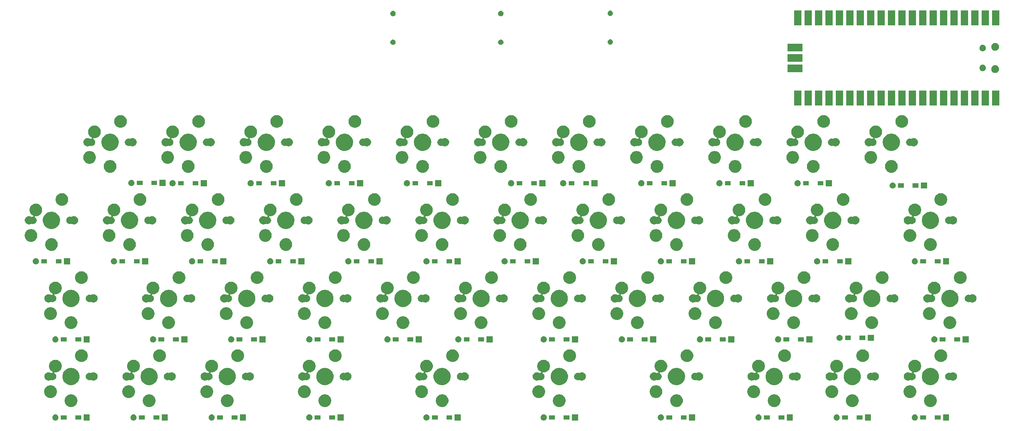
<source format=gts>
G04 #@! TF.GenerationSoftware,KiCad,Pcbnew,(5.1.6-0-10_14)*
G04 #@! TF.CreationDate,2022-07-23T13:37:28+09:00*
G04 #@! TF.ProjectId,cool445,636f6f6c-3434-4352-9e6b-696361645f70,rev?*
G04 #@! TF.SameCoordinates,Original*
G04 #@! TF.FileFunction,Soldermask,Top*
G04 #@! TF.FilePolarity,Negative*
%FSLAX46Y46*%
G04 Gerber Fmt 4.6, Leading zero omitted, Abs format (unit mm)*
G04 Created by KiCad (PCBNEW (5.1.6-0-10_14)) date 2022-07-23 13:37:28*
%MOMM*%
%LPD*%
G01*
G04 APERTURE LIST*
%ADD10C,0.100000*%
G04 APERTURE END LIST*
D10*
G36*
X242684500Y-67899500D02*
G01*
X241185500Y-67899500D01*
X241185500Y-66400500D01*
X242684500Y-66400500D01*
X242684500Y-67899500D01*
G37*
G36*
X234409425Y-66404599D02*
G01*
X234533621Y-66429302D01*
X234670022Y-66485801D01*
X234792779Y-66567825D01*
X234897175Y-66672221D01*
X234979199Y-66794978D01*
X235035698Y-66931379D01*
X235064500Y-67076181D01*
X235064500Y-67223819D01*
X235035698Y-67368621D01*
X234979199Y-67505022D01*
X234897175Y-67627779D01*
X234792779Y-67732175D01*
X234670022Y-67814199D01*
X234533621Y-67870698D01*
X234409425Y-67895401D01*
X234388820Y-67899500D01*
X234241180Y-67899500D01*
X234220575Y-67895401D01*
X234096379Y-67870698D01*
X233959978Y-67814199D01*
X233837221Y-67732175D01*
X233732825Y-67627779D01*
X233650801Y-67505022D01*
X233594302Y-67368621D01*
X233565500Y-67223819D01*
X233565500Y-67076181D01*
X233594302Y-66931379D01*
X233650801Y-66794978D01*
X233732825Y-66672221D01*
X233837221Y-66567825D01*
X233959978Y-66485801D01*
X234096379Y-66429302D01*
X234220575Y-66404599D01*
X234241180Y-66400500D01*
X234388820Y-66400500D01*
X234409425Y-66404599D01*
G37*
G36*
X223634500Y-67899500D02*
G01*
X222135500Y-67899500D01*
X222135500Y-66400500D01*
X223634500Y-66400500D01*
X223634500Y-67899500D01*
G37*
G36*
X215359425Y-66404599D02*
G01*
X215483621Y-66429302D01*
X215620022Y-66485801D01*
X215742779Y-66567825D01*
X215847175Y-66672221D01*
X215929199Y-66794978D01*
X215985698Y-66931379D01*
X216014500Y-67076181D01*
X216014500Y-67223819D01*
X215985698Y-67368621D01*
X215929199Y-67505022D01*
X215847175Y-67627779D01*
X215742779Y-67732175D01*
X215620022Y-67814199D01*
X215483621Y-67870698D01*
X215359425Y-67895401D01*
X215338820Y-67899500D01*
X215191180Y-67899500D01*
X215170575Y-67895401D01*
X215046379Y-67870698D01*
X214909978Y-67814199D01*
X214787221Y-67732175D01*
X214682825Y-67627779D01*
X214600801Y-67505022D01*
X214544302Y-67368621D01*
X214515500Y-67223819D01*
X214515500Y-67076181D01*
X214544302Y-66931379D01*
X214600801Y-66794978D01*
X214682825Y-66672221D01*
X214787221Y-66567825D01*
X214909978Y-66485801D01*
X215046379Y-66429302D01*
X215170575Y-66404599D01*
X215191180Y-66400500D01*
X215338820Y-66400500D01*
X215359425Y-66404599D01*
G37*
G36*
X204584500Y-67899500D02*
G01*
X203085500Y-67899500D01*
X203085500Y-66400500D01*
X204584500Y-66400500D01*
X204584500Y-67899500D01*
G37*
G36*
X196309425Y-66404599D02*
G01*
X196433621Y-66429302D01*
X196570022Y-66485801D01*
X196692779Y-66567825D01*
X196797175Y-66672221D01*
X196879199Y-66794978D01*
X196935698Y-66931379D01*
X196964500Y-67076181D01*
X196964500Y-67223819D01*
X196935698Y-67368621D01*
X196879199Y-67505022D01*
X196797175Y-67627779D01*
X196692779Y-67732175D01*
X196570022Y-67814199D01*
X196433621Y-67870698D01*
X196309425Y-67895401D01*
X196288820Y-67899500D01*
X196141180Y-67899500D01*
X196120575Y-67895401D01*
X195996379Y-67870698D01*
X195859978Y-67814199D01*
X195737221Y-67732175D01*
X195632825Y-67627779D01*
X195550801Y-67505022D01*
X195494302Y-67368621D01*
X195465500Y-67223819D01*
X195465500Y-67076181D01*
X195494302Y-66931379D01*
X195550801Y-66794978D01*
X195632825Y-66672221D01*
X195737221Y-66567825D01*
X195859978Y-66485801D01*
X195996379Y-66429302D01*
X196120575Y-66404599D01*
X196141180Y-66400500D01*
X196288820Y-66400500D01*
X196309425Y-66404599D01*
G37*
G36*
X180772500Y-67899500D02*
G01*
X179273500Y-67899500D01*
X179273500Y-66400500D01*
X180772500Y-66400500D01*
X180772500Y-67899500D01*
G37*
G36*
X172497425Y-66404599D02*
G01*
X172621621Y-66429302D01*
X172758022Y-66485801D01*
X172880779Y-66567825D01*
X172985175Y-66672221D01*
X173067199Y-66794978D01*
X173123698Y-66931379D01*
X173152500Y-67076181D01*
X173152500Y-67223819D01*
X173123698Y-67368621D01*
X173067199Y-67505022D01*
X172985175Y-67627779D01*
X172880779Y-67732175D01*
X172758022Y-67814199D01*
X172621621Y-67870698D01*
X172497425Y-67895401D01*
X172476820Y-67899500D01*
X172329180Y-67899500D01*
X172308575Y-67895401D01*
X172184379Y-67870698D01*
X172047978Y-67814199D01*
X171925221Y-67732175D01*
X171820825Y-67627779D01*
X171738801Y-67505022D01*
X171682302Y-67368621D01*
X171653500Y-67223819D01*
X171653500Y-67076181D01*
X171682302Y-66931379D01*
X171738801Y-66794978D01*
X171820825Y-66672221D01*
X171925221Y-66567825D01*
X172047978Y-66485801D01*
X172184379Y-66429302D01*
X172308575Y-66404599D01*
X172329180Y-66400500D01*
X172476820Y-66400500D01*
X172497425Y-66404599D01*
G37*
G36*
X152197500Y-67899500D02*
G01*
X150698500Y-67899500D01*
X150698500Y-66400500D01*
X152197500Y-66400500D01*
X152197500Y-67899500D01*
G37*
G36*
X143922425Y-66404599D02*
G01*
X144046621Y-66429302D01*
X144183022Y-66485801D01*
X144305779Y-66567825D01*
X144410175Y-66672221D01*
X144492199Y-66794978D01*
X144548698Y-66931379D01*
X144577500Y-67076181D01*
X144577500Y-67223819D01*
X144548698Y-67368621D01*
X144492199Y-67505022D01*
X144410175Y-67627779D01*
X144305779Y-67732175D01*
X144183022Y-67814199D01*
X144046621Y-67870698D01*
X143922425Y-67895401D01*
X143901820Y-67899500D01*
X143754180Y-67899500D01*
X143733575Y-67895401D01*
X143609379Y-67870698D01*
X143472978Y-67814199D01*
X143350221Y-67732175D01*
X143245825Y-67627779D01*
X143163801Y-67505022D01*
X143107302Y-67368621D01*
X143078500Y-67223819D01*
X143078500Y-67076181D01*
X143107302Y-66931379D01*
X143163801Y-66794978D01*
X143245825Y-66672221D01*
X143350221Y-66567825D01*
X143472978Y-66485801D01*
X143609379Y-66429302D01*
X143733575Y-66404599D01*
X143754180Y-66400500D01*
X143901820Y-66400500D01*
X143922425Y-66404599D01*
G37*
G36*
X123622500Y-67899500D02*
G01*
X122123500Y-67899500D01*
X122123500Y-66400500D01*
X123622500Y-66400500D01*
X123622500Y-67899500D01*
G37*
G36*
X115347425Y-66404599D02*
G01*
X115471621Y-66429302D01*
X115608022Y-66485801D01*
X115730779Y-66567825D01*
X115835175Y-66672221D01*
X115917199Y-66794978D01*
X115973698Y-66931379D01*
X116002500Y-67076181D01*
X116002500Y-67223819D01*
X115973698Y-67368621D01*
X115917199Y-67505022D01*
X115835175Y-67627779D01*
X115730779Y-67732175D01*
X115608022Y-67814199D01*
X115471621Y-67870698D01*
X115347425Y-67895401D01*
X115326820Y-67899500D01*
X115179180Y-67899500D01*
X115158575Y-67895401D01*
X115034379Y-67870698D01*
X114897978Y-67814199D01*
X114775221Y-67732175D01*
X114670825Y-67627779D01*
X114588801Y-67505022D01*
X114532302Y-67368621D01*
X114503500Y-67223819D01*
X114503500Y-67076181D01*
X114532302Y-66931379D01*
X114588801Y-66794978D01*
X114670825Y-66672221D01*
X114775221Y-66567825D01*
X114897978Y-66485801D01*
X115034379Y-66429302D01*
X115158575Y-66404599D01*
X115179180Y-66400500D01*
X115326820Y-66400500D01*
X115347425Y-66404599D01*
G37*
G36*
X95047500Y-67899500D02*
G01*
X93548500Y-67899500D01*
X93548500Y-66400500D01*
X95047500Y-66400500D01*
X95047500Y-67899500D01*
G37*
G36*
X86772425Y-66404599D02*
G01*
X86896621Y-66429302D01*
X87033022Y-66485801D01*
X87155779Y-66567825D01*
X87260175Y-66672221D01*
X87342199Y-66794978D01*
X87398698Y-66931379D01*
X87427500Y-67076181D01*
X87427500Y-67223819D01*
X87398698Y-67368621D01*
X87342199Y-67505022D01*
X87260175Y-67627779D01*
X87155779Y-67732175D01*
X87033022Y-67814199D01*
X86896621Y-67870698D01*
X86772425Y-67895401D01*
X86751820Y-67899500D01*
X86604180Y-67899500D01*
X86583575Y-67895401D01*
X86459379Y-67870698D01*
X86322978Y-67814199D01*
X86200221Y-67732175D01*
X86095825Y-67627779D01*
X86013801Y-67505022D01*
X85957302Y-67368621D01*
X85928500Y-67223819D01*
X85928500Y-67076181D01*
X85957302Y-66931379D01*
X86013801Y-66794978D01*
X86095825Y-66672221D01*
X86200221Y-66567825D01*
X86322978Y-66485801D01*
X86459379Y-66429302D01*
X86583575Y-66404599D01*
X86604180Y-66400500D01*
X86751820Y-66400500D01*
X86772425Y-66404599D01*
G37*
G36*
X71234500Y-67899500D02*
G01*
X69735500Y-67899500D01*
X69735500Y-66400500D01*
X71234500Y-66400500D01*
X71234500Y-67899500D01*
G37*
G36*
X62959425Y-66404599D02*
G01*
X63083621Y-66429302D01*
X63220022Y-66485801D01*
X63342779Y-66567825D01*
X63447175Y-66672221D01*
X63529199Y-66794978D01*
X63585698Y-66931379D01*
X63614500Y-67076181D01*
X63614500Y-67223819D01*
X63585698Y-67368621D01*
X63529199Y-67505022D01*
X63447175Y-67627779D01*
X63342779Y-67732175D01*
X63220022Y-67814199D01*
X63083621Y-67870698D01*
X62959425Y-67895401D01*
X62938820Y-67899500D01*
X62791180Y-67899500D01*
X62770575Y-67895401D01*
X62646379Y-67870698D01*
X62509978Y-67814199D01*
X62387221Y-67732175D01*
X62282825Y-67627779D01*
X62200801Y-67505022D01*
X62144302Y-67368621D01*
X62115500Y-67223819D01*
X62115500Y-67076181D01*
X62144302Y-66931379D01*
X62200801Y-66794978D01*
X62282825Y-66672221D01*
X62387221Y-66567825D01*
X62509978Y-66485801D01*
X62646379Y-66429302D01*
X62770575Y-66404599D01*
X62791180Y-66400500D01*
X62938820Y-66400500D01*
X62959425Y-66404599D01*
G37*
G36*
X52184500Y-67899500D02*
G01*
X50685500Y-67899500D01*
X50685500Y-66400500D01*
X52184500Y-66400500D01*
X52184500Y-67899500D01*
G37*
G36*
X43909425Y-66404599D02*
G01*
X44033621Y-66429302D01*
X44170022Y-66485801D01*
X44292779Y-66567825D01*
X44397175Y-66672221D01*
X44479199Y-66794978D01*
X44535698Y-66931379D01*
X44564500Y-67076181D01*
X44564500Y-67223819D01*
X44535698Y-67368621D01*
X44479199Y-67505022D01*
X44397175Y-67627779D01*
X44292779Y-67732175D01*
X44170022Y-67814199D01*
X44033621Y-67870698D01*
X43909425Y-67895401D01*
X43888820Y-67899500D01*
X43741180Y-67899500D01*
X43720575Y-67895401D01*
X43596379Y-67870698D01*
X43459978Y-67814199D01*
X43337221Y-67732175D01*
X43232825Y-67627779D01*
X43150801Y-67505022D01*
X43094302Y-67368621D01*
X43065500Y-67223819D01*
X43065500Y-67076181D01*
X43094302Y-66931379D01*
X43150801Y-66794978D01*
X43232825Y-66672221D01*
X43337221Y-66567825D01*
X43459978Y-66485801D01*
X43596379Y-66429302D01*
X43720575Y-66404599D01*
X43741180Y-66400500D01*
X43888820Y-66400500D01*
X43909425Y-66404599D01*
G37*
G36*
X33134500Y-67899500D02*
G01*
X31635500Y-67899500D01*
X31635500Y-66400500D01*
X33134500Y-66400500D01*
X33134500Y-67899500D01*
G37*
G36*
X24859425Y-66404599D02*
G01*
X24983621Y-66429302D01*
X25120022Y-66485801D01*
X25242779Y-66567825D01*
X25347175Y-66672221D01*
X25429199Y-66794978D01*
X25485698Y-66931379D01*
X25514500Y-67076181D01*
X25514500Y-67223819D01*
X25485698Y-67368621D01*
X25429199Y-67505022D01*
X25347175Y-67627779D01*
X25242779Y-67732175D01*
X25120022Y-67814199D01*
X24983621Y-67870698D01*
X24859425Y-67895401D01*
X24838820Y-67899500D01*
X24691180Y-67899500D01*
X24670575Y-67895401D01*
X24546379Y-67870698D01*
X24409978Y-67814199D01*
X24287221Y-67732175D01*
X24182825Y-67627779D01*
X24100801Y-67505022D01*
X24044302Y-67368621D01*
X24015500Y-67223819D01*
X24015500Y-67076181D01*
X24044302Y-66931379D01*
X24100801Y-66794978D01*
X24182825Y-66672221D01*
X24287221Y-66567825D01*
X24409978Y-66485801D01*
X24546379Y-66429302D01*
X24670575Y-66404599D01*
X24691180Y-66400500D01*
X24838820Y-66400500D01*
X24859425Y-66404599D01*
G37*
G36*
X27501000Y-67676000D02*
G01*
X26099000Y-67676000D01*
X26099000Y-66624000D01*
X27501000Y-66624000D01*
X27501000Y-67676000D01*
G37*
G36*
X31051000Y-67676000D02*
G01*
X29649000Y-67676000D01*
X29649000Y-66624000D01*
X31051000Y-66624000D01*
X31051000Y-67676000D01*
G37*
G36*
X178689000Y-67676000D02*
G01*
X177287000Y-67676000D01*
X177287000Y-66624000D01*
X178689000Y-66624000D01*
X178689000Y-67676000D01*
G37*
G36*
X175139000Y-67676000D02*
G01*
X173737000Y-67676000D01*
X173737000Y-66624000D01*
X175139000Y-66624000D01*
X175139000Y-67676000D01*
G37*
G36*
X46551000Y-67676000D02*
G01*
X45149000Y-67676000D01*
X45149000Y-66624000D01*
X46551000Y-66624000D01*
X46551000Y-67676000D01*
G37*
G36*
X50101000Y-67676000D02*
G01*
X48699000Y-67676000D01*
X48699000Y-66624000D01*
X50101000Y-66624000D01*
X50101000Y-67676000D01*
G37*
G36*
X150114000Y-67676000D02*
G01*
X148712000Y-67676000D01*
X148712000Y-66624000D01*
X150114000Y-66624000D01*
X150114000Y-67676000D01*
G37*
G36*
X146564000Y-67676000D02*
G01*
X145162000Y-67676000D01*
X145162000Y-66624000D01*
X146564000Y-66624000D01*
X146564000Y-67676000D01*
G37*
G36*
X65601000Y-67676000D02*
G01*
X64199000Y-67676000D01*
X64199000Y-66624000D01*
X65601000Y-66624000D01*
X65601000Y-67676000D01*
G37*
G36*
X69151000Y-67676000D02*
G01*
X67749000Y-67676000D01*
X67749000Y-66624000D01*
X69151000Y-66624000D01*
X69151000Y-67676000D01*
G37*
G36*
X121539000Y-67676000D02*
G01*
X120137000Y-67676000D01*
X120137000Y-66624000D01*
X121539000Y-66624000D01*
X121539000Y-67676000D01*
G37*
G36*
X117989000Y-67676000D02*
G01*
X116587000Y-67676000D01*
X116587000Y-66624000D01*
X117989000Y-66624000D01*
X117989000Y-67676000D01*
G37*
G36*
X89414000Y-67676000D02*
G01*
X88012000Y-67676000D01*
X88012000Y-66624000D01*
X89414000Y-66624000D01*
X89414000Y-67676000D01*
G37*
G36*
X92964000Y-67676000D02*
G01*
X91562000Y-67676000D01*
X91562000Y-66624000D01*
X92964000Y-66624000D01*
X92964000Y-67676000D01*
G37*
G36*
X240601000Y-67676000D02*
G01*
X239199000Y-67676000D01*
X239199000Y-66624000D01*
X240601000Y-66624000D01*
X240601000Y-67676000D01*
G37*
G36*
X237051000Y-67676000D02*
G01*
X235649000Y-67676000D01*
X235649000Y-66624000D01*
X237051000Y-66624000D01*
X237051000Y-67676000D01*
G37*
G36*
X221551000Y-67676000D02*
G01*
X220149000Y-67676000D01*
X220149000Y-66624000D01*
X221551000Y-66624000D01*
X221551000Y-67676000D01*
G37*
G36*
X218001000Y-67676000D02*
G01*
X216599000Y-67676000D01*
X216599000Y-66624000D01*
X218001000Y-66624000D01*
X218001000Y-67676000D01*
G37*
G36*
X198951000Y-67676000D02*
G01*
X197549000Y-67676000D01*
X197549000Y-66624000D01*
X198951000Y-66624000D01*
X198951000Y-67676000D01*
G37*
G36*
X202501000Y-67676000D02*
G01*
X201099000Y-67676000D01*
X201099000Y-66624000D01*
X202501000Y-66624000D01*
X202501000Y-67676000D01*
G37*
G36*
X28877585Y-61528802D02*
G01*
X29027410Y-61558604D01*
X29309674Y-61675521D01*
X29563705Y-61845259D01*
X29779741Y-62061295D01*
X29949479Y-62315326D01*
X30066396Y-62597590D01*
X30126000Y-62897240D01*
X30126000Y-63202760D01*
X30066396Y-63502410D01*
X29949479Y-63784674D01*
X29779741Y-64038705D01*
X29563705Y-64254741D01*
X29309674Y-64424479D01*
X29027410Y-64541396D01*
X28877585Y-64571198D01*
X28727761Y-64601000D01*
X28422239Y-64601000D01*
X28272415Y-64571198D01*
X28122590Y-64541396D01*
X27840326Y-64424479D01*
X27586295Y-64254741D01*
X27370259Y-64038705D01*
X27200521Y-63784674D01*
X27083604Y-63502410D01*
X27024000Y-63202760D01*
X27024000Y-62897240D01*
X27083604Y-62597590D01*
X27200521Y-62315326D01*
X27370259Y-62061295D01*
X27586295Y-61845259D01*
X27840326Y-61675521D01*
X28122590Y-61558604D01*
X28272415Y-61528802D01*
X28422239Y-61499000D01*
X28727761Y-61499000D01*
X28877585Y-61528802D01*
G37*
G36*
X176515585Y-61528802D02*
G01*
X176665410Y-61558604D01*
X176947674Y-61675521D01*
X177201705Y-61845259D01*
X177417741Y-62061295D01*
X177587479Y-62315326D01*
X177704396Y-62597590D01*
X177764000Y-62897240D01*
X177764000Y-63202760D01*
X177704396Y-63502410D01*
X177587479Y-63784674D01*
X177417741Y-64038705D01*
X177201705Y-64254741D01*
X176947674Y-64424479D01*
X176665410Y-64541396D01*
X176515585Y-64571198D01*
X176365761Y-64601000D01*
X176060239Y-64601000D01*
X175910415Y-64571198D01*
X175760590Y-64541396D01*
X175478326Y-64424479D01*
X175224295Y-64254741D01*
X175008259Y-64038705D01*
X174838521Y-63784674D01*
X174721604Y-63502410D01*
X174662000Y-63202760D01*
X174662000Y-62897240D01*
X174721604Y-62597590D01*
X174838521Y-62315326D01*
X175008259Y-62061295D01*
X175224295Y-61845259D01*
X175478326Y-61675521D01*
X175760590Y-61558604D01*
X175910415Y-61528802D01*
X176060239Y-61499000D01*
X176365761Y-61499000D01*
X176515585Y-61528802D01*
G37*
G36*
X200327585Y-61528802D02*
G01*
X200477410Y-61558604D01*
X200759674Y-61675521D01*
X201013705Y-61845259D01*
X201229741Y-62061295D01*
X201399479Y-62315326D01*
X201516396Y-62597590D01*
X201576000Y-62897240D01*
X201576000Y-63202760D01*
X201516396Y-63502410D01*
X201399479Y-63784674D01*
X201229741Y-64038705D01*
X201013705Y-64254741D01*
X200759674Y-64424479D01*
X200477410Y-64541396D01*
X200327585Y-64571198D01*
X200177761Y-64601000D01*
X199872239Y-64601000D01*
X199722415Y-64571198D01*
X199572590Y-64541396D01*
X199290326Y-64424479D01*
X199036295Y-64254741D01*
X198820259Y-64038705D01*
X198650521Y-63784674D01*
X198533604Y-63502410D01*
X198474000Y-63202760D01*
X198474000Y-62897240D01*
X198533604Y-62597590D01*
X198650521Y-62315326D01*
X198820259Y-62061295D01*
X199036295Y-61845259D01*
X199290326Y-61675521D01*
X199572590Y-61558604D01*
X199722415Y-61528802D01*
X199872239Y-61499000D01*
X200177761Y-61499000D01*
X200327585Y-61528802D01*
G37*
G36*
X47927585Y-61528802D02*
G01*
X48077410Y-61558604D01*
X48359674Y-61675521D01*
X48613705Y-61845259D01*
X48829741Y-62061295D01*
X48999479Y-62315326D01*
X49116396Y-62597590D01*
X49176000Y-62897240D01*
X49176000Y-63202760D01*
X49116396Y-63502410D01*
X48999479Y-63784674D01*
X48829741Y-64038705D01*
X48613705Y-64254741D01*
X48359674Y-64424479D01*
X48077410Y-64541396D01*
X47927585Y-64571198D01*
X47777761Y-64601000D01*
X47472239Y-64601000D01*
X47322415Y-64571198D01*
X47172590Y-64541396D01*
X46890326Y-64424479D01*
X46636295Y-64254741D01*
X46420259Y-64038705D01*
X46250521Y-63784674D01*
X46133604Y-63502410D01*
X46074000Y-63202760D01*
X46074000Y-62897240D01*
X46133604Y-62597590D01*
X46250521Y-62315326D01*
X46420259Y-62061295D01*
X46636295Y-61845259D01*
X46890326Y-61675521D01*
X47172590Y-61558604D01*
X47322415Y-61528802D01*
X47472239Y-61499000D01*
X47777761Y-61499000D01*
X47927585Y-61528802D01*
G37*
G36*
X66977585Y-61528802D02*
G01*
X67127410Y-61558604D01*
X67409674Y-61675521D01*
X67663705Y-61845259D01*
X67879741Y-62061295D01*
X68049479Y-62315326D01*
X68166396Y-62597590D01*
X68226000Y-62897240D01*
X68226000Y-63202760D01*
X68166396Y-63502410D01*
X68049479Y-63784674D01*
X67879741Y-64038705D01*
X67663705Y-64254741D01*
X67409674Y-64424479D01*
X67127410Y-64541396D01*
X66977585Y-64571198D01*
X66827761Y-64601000D01*
X66522239Y-64601000D01*
X66372415Y-64571198D01*
X66222590Y-64541396D01*
X65940326Y-64424479D01*
X65686295Y-64254741D01*
X65470259Y-64038705D01*
X65300521Y-63784674D01*
X65183604Y-63502410D01*
X65124000Y-63202760D01*
X65124000Y-62897240D01*
X65183604Y-62597590D01*
X65300521Y-62315326D01*
X65470259Y-62061295D01*
X65686295Y-61845259D01*
X65940326Y-61675521D01*
X66222590Y-61558604D01*
X66372415Y-61528802D01*
X66522239Y-61499000D01*
X66827761Y-61499000D01*
X66977585Y-61528802D01*
G37*
G36*
X90790585Y-61528802D02*
G01*
X90940410Y-61558604D01*
X91222674Y-61675521D01*
X91476705Y-61845259D01*
X91692741Y-62061295D01*
X91862479Y-62315326D01*
X91979396Y-62597590D01*
X92039000Y-62897240D01*
X92039000Y-63202760D01*
X91979396Y-63502410D01*
X91862479Y-63784674D01*
X91692741Y-64038705D01*
X91476705Y-64254741D01*
X91222674Y-64424479D01*
X90940410Y-64541396D01*
X90790585Y-64571198D01*
X90640761Y-64601000D01*
X90335239Y-64601000D01*
X90185415Y-64571198D01*
X90035590Y-64541396D01*
X89753326Y-64424479D01*
X89499295Y-64254741D01*
X89283259Y-64038705D01*
X89113521Y-63784674D01*
X88996604Y-63502410D01*
X88937000Y-63202760D01*
X88937000Y-62897240D01*
X88996604Y-62597590D01*
X89113521Y-62315326D01*
X89283259Y-62061295D01*
X89499295Y-61845259D01*
X89753326Y-61675521D01*
X90035590Y-61558604D01*
X90185415Y-61528802D01*
X90335239Y-61499000D01*
X90640761Y-61499000D01*
X90790585Y-61528802D01*
G37*
G36*
X238427585Y-61528802D02*
G01*
X238577410Y-61558604D01*
X238859674Y-61675521D01*
X239113705Y-61845259D01*
X239329741Y-62061295D01*
X239499479Y-62315326D01*
X239616396Y-62597590D01*
X239676000Y-62897240D01*
X239676000Y-63202760D01*
X239616396Y-63502410D01*
X239499479Y-63784674D01*
X239329741Y-64038705D01*
X239113705Y-64254741D01*
X238859674Y-64424479D01*
X238577410Y-64541396D01*
X238427585Y-64571198D01*
X238277761Y-64601000D01*
X237972239Y-64601000D01*
X237822415Y-64571198D01*
X237672590Y-64541396D01*
X237390326Y-64424479D01*
X237136295Y-64254741D01*
X236920259Y-64038705D01*
X236750521Y-63784674D01*
X236633604Y-63502410D01*
X236574000Y-63202760D01*
X236574000Y-62897240D01*
X236633604Y-62597590D01*
X236750521Y-62315326D01*
X236920259Y-62061295D01*
X237136295Y-61845259D01*
X237390326Y-61675521D01*
X237672590Y-61558604D01*
X237822415Y-61528802D01*
X237972239Y-61499000D01*
X238277761Y-61499000D01*
X238427585Y-61528802D01*
G37*
G36*
X119365585Y-61528802D02*
G01*
X119515410Y-61558604D01*
X119797674Y-61675521D01*
X120051705Y-61845259D01*
X120267741Y-62061295D01*
X120437479Y-62315326D01*
X120554396Y-62597590D01*
X120614000Y-62897240D01*
X120614000Y-63202760D01*
X120554396Y-63502410D01*
X120437479Y-63784674D01*
X120267741Y-64038705D01*
X120051705Y-64254741D01*
X119797674Y-64424479D01*
X119515410Y-64541396D01*
X119365585Y-64571198D01*
X119215761Y-64601000D01*
X118910239Y-64601000D01*
X118760415Y-64571198D01*
X118610590Y-64541396D01*
X118328326Y-64424479D01*
X118074295Y-64254741D01*
X117858259Y-64038705D01*
X117688521Y-63784674D01*
X117571604Y-63502410D01*
X117512000Y-63202760D01*
X117512000Y-62897240D01*
X117571604Y-62597590D01*
X117688521Y-62315326D01*
X117858259Y-62061295D01*
X118074295Y-61845259D01*
X118328326Y-61675521D01*
X118610590Y-61558604D01*
X118760415Y-61528802D01*
X118910239Y-61499000D01*
X119215761Y-61499000D01*
X119365585Y-61528802D01*
G37*
G36*
X219377585Y-61528802D02*
G01*
X219527410Y-61558604D01*
X219809674Y-61675521D01*
X220063705Y-61845259D01*
X220279741Y-62061295D01*
X220449479Y-62315326D01*
X220566396Y-62597590D01*
X220626000Y-62897240D01*
X220626000Y-63202760D01*
X220566396Y-63502410D01*
X220449479Y-63784674D01*
X220279741Y-64038705D01*
X220063705Y-64254741D01*
X219809674Y-64424479D01*
X219527410Y-64541396D01*
X219377585Y-64571198D01*
X219227761Y-64601000D01*
X218922239Y-64601000D01*
X218772415Y-64571198D01*
X218622590Y-64541396D01*
X218340326Y-64424479D01*
X218086295Y-64254741D01*
X217870259Y-64038705D01*
X217700521Y-63784674D01*
X217583604Y-63502410D01*
X217524000Y-63202760D01*
X217524000Y-62897240D01*
X217583604Y-62597590D01*
X217700521Y-62315326D01*
X217870259Y-62061295D01*
X218086295Y-61845259D01*
X218340326Y-61675521D01*
X218622590Y-61558604D01*
X218772415Y-61528802D01*
X218922239Y-61499000D01*
X219227761Y-61499000D01*
X219377585Y-61528802D01*
G37*
G36*
X147940585Y-61528802D02*
G01*
X148090410Y-61558604D01*
X148372674Y-61675521D01*
X148626705Y-61845259D01*
X148842741Y-62061295D01*
X149012479Y-62315326D01*
X149129396Y-62597590D01*
X149189000Y-62897240D01*
X149189000Y-63202760D01*
X149129396Y-63502410D01*
X149012479Y-63784674D01*
X148842741Y-64038705D01*
X148626705Y-64254741D01*
X148372674Y-64424479D01*
X148090410Y-64541396D01*
X147940585Y-64571198D01*
X147790761Y-64601000D01*
X147485239Y-64601000D01*
X147335415Y-64571198D01*
X147185590Y-64541396D01*
X146903326Y-64424479D01*
X146649295Y-64254741D01*
X146433259Y-64038705D01*
X146263521Y-63784674D01*
X146146604Y-63502410D01*
X146087000Y-63202760D01*
X146087000Y-62897240D01*
X146146604Y-62597590D01*
X146263521Y-62315326D01*
X146433259Y-62061295D01*
X146649295Y-61845259D01*
X146903326Y-61675521D01*
X147185590Y-61558604D01*
X147335415Y-61528802D01*
X147485239Y-61499000D01*
X147790761Y-61499000D01*
X147940585Y-61528802D01*
G37*
G36*
X171515585Y-59328802D02*
G01*
X171665410Y-59358604D01*
X171947674Y-59475521D01*
X172201705Y-59645259D01*
X172417741Y-59861295D01*
X172587479Y-60115326D01*
X172704396Y-60397590D01*
X172764000Y-60697240D01*
X172764000Y-61002760D01*
X172704396Y-61302410D01*
X172587479Y-61584674D01*
X172417741Y-61838705D01*
X172201705Y-62054741D01*
X171947674Y-62224479D01*
X171665410Y-62341396D01*
X171515585Y-62371198D01*
X171365761Y-62401000D01*
X171060239Y-62401000D01*
X170910415Y-62371198D01*
X170760590Y-62341396D01*
X170478326Y-62224479D01*
X170224295Y-62054741D01*
X170008259Y-61838705D01*
X169838521Y-61584674D01*
X169721604Y-61302410D01*
X169662000Y-61002760D01*
X169662000Y-60697240D01*
X169721604Y-60397590D01*
X169838521Y-60115326D01*
X170008259Y-59861295D01*
X170224295Y-59645259D01*
X170478326Y-59475521D01*
X170760590Y-59358604D01*
X170910415Y-59328802D01*
X171060239Y-59299000D01*
X171365761Y-59299000D01*
X171515585Y-59328802D01*
G37*
G36*
X195327585Y-59328802D02*
G01*
X195477410Y-59358604D01*
X195759674Y-59475521D01*
X196013705Y-59645259D01*
X196229741Y-59861295D01*
X196399479Y-60115326D01*
X196516396Y-60397590D01*
X196576000Y-60697240D01*
X196576000Y-61002760D01*
X196516396Y-61302410D01*
X196399479Y-61584674D01*
X196229741Y-61838705D01*
X196013705Y-62054741D01*
X195759674Y-62224479D01*
X195477410Y-62341396D01*
X195327585Y-62371198D01*
X195177761Y-62401000D01*
X194872239Y-62401000D01*
X194722415Y-62371198D01*
X194572590Y-62341396D01*
X194290326Y-62224479D01*
X194036295Y-62054741D01*
X193820259Y-61838705D01*
X193650521Y-61584674D01*
X193533604Y-61302410D01*
X193474000Y-61002760D01*
X193474000Y-60697240D01*
X193533604Y-60397590D01*
X193650521Y-60115326D01*
X193820259Y-59861295D01*
X194036295Y-59645259D01*
X194290326Y-59475521D01*
X194572590Y-59358604D01*
X194722415Y-59328802D01*
X194872239Y-59299000D01*
X195177761Y-59299000D01*
X195327585Y-59328802D01*
G37*
G36*
X214377585Y-59328802D02*
G01*
X214527410Y-59358604D01*
X214809674Y-59475521D01*
X215063705Y-59645259D01*
X215279741Y-59861295D01*
X215449479Y-60115326D01*
X215566396Y-60397590D01*
X215626000Y-60697240D01*
X215626000Y-61002760D01*
X215566396Y-61302410D01*
X215449479Y-61584674D01*
X215279741Y-61838705D01*
X215063705Y-62054741D01*
X214809674Y-62224479D01*
X214527410Y-62341396D01*
X214377585Y-62371198D01*
X214227761Y-62401000D01*
X213922239Y-62401000D01*
X213772415Y-62371198D01*
X213622590Y-62341396D01*
X213340326Y-62224479D01*
X213086295Y-62054741D01*
X212870259Y-61838705D01*
X212700521Y-61584674D01*
X212583604Y-61302410D01*
X212524000Y-61002760D01*
X212524000Y-60697240D01*
X212583604Y-60397590D01*
X212700521Y-60115326D01*
X212870259Y-59861295D01*
X213086295Y-59645259D01*
X213340326Y-59475521D01*
X213622590Y-59358604D01*
X213772415Y-59328802D01*
X213922239Y-59299000D01*
X214227761Y-59299000D01*
X214377585Y-59328802D01*
G37*
G36*
X233427585Y-59328802D02*
G01*
X233577410Y-59358604D01*
X233859674Y-59475521D01*
X234113705Y-59645259D01*
X234329741Y-59861295D01*
X234499479Y-60115326D01*
X234616396Y-60397590D01*
X234676000Y-60697240D01*
X234676000Y-61002760D01*
X234616396Y-61302410D01*
X234499479Y-61584674D01*
X234329741Y-61838705D01*
X234113705Y-62054741D01*
X233859674Y-62224479D01*
X233577410Y-62341396D01*
X233427585Y-62371198D01*
X233277761Y-62401000D01*
X232972239Y-62401000D01*
X232822415Y-62371198D01*
X232672590Y-62341396D01*
X232390326Y-62224479D01*
X232136295Y-62054741D01*
X231920259Y-61838705D01*
X231750521Y-61584674D01*
X231633604Y-61302410D01*
X231574000Y-61002760D01*
X231574000Y-60697240D01*
X231633604Y-60397590D01*
X231750521Y-60115326D01*
X231920259Y-59861295D01*
X232136295Y-59645259D01*
X232390326Y-59475521D01*
X232672590Y-59358604D01*
X232822415Y-59328802D01*
X232972239Y-59299000D01*
X233277761Y-59299000D01*
X233427585Y-59328802D01*
G37*
G36*
X142940585Y-59328802D02*
G01*
X143090410Y-59358604D01*
X143372674Y-59475521D01*
X143626705Y-59645259D01*
X143842741Y-59861295D01*
X144012479Y-60115326D01*
X144129396Y-60397590D01*
X144189000Y-60697240D01*
X144189000Y-61002760D01*
X144129396Y-61302410D01*
X144012479Y-61584674D01*
X143842741Y-61838705D01*
X143626705Y-62054741D01*
X143372674Y-62224479D01*
X143090410Y-62341396D01*
X142940585Y-62371198D01*
X142790761Y-62401000D01*
X142485239Y-62401000D01*
X142335415Y-62371198D01*
X142185590Y-62341396D01*
X141903326Y-62224479D01*
X141649295Y-62054741D01*
X141433259Y-61838705D01*
X141263521Y-61584674D01*
X141146604Y-61302410D01*
X141087000Y-61002760D01*
X141087000Y-60697240D01*
X141146604Y-60397590D01*
X141263521Y-60115326D01*
X141433259Y-59861295D01*
X141649295Y-59645259D01*
X141903326Y-59475521D01*
X142185590Y-59358604D01*
X142335415Y-59328802D01*
X142485239Y-59299000D01*
X142790761Y-59299000D01*
X142940585Y-59328802D01*
G37*
G36*
X114365585Y-59328802D02*
G01*
X114515410Y-59358604D01*
X114797674Y-59475521D01*
X115051705Y-59645259D01*
X115267741Y-59861295D01*
X115437479Y-60115326D01*
X115554396Y-60397590D01*
X115614000Y-60697240D01*
X115614000Y-61002760D01*
X115554396Y-61302410D01*
X115437479Y-61584674D01*
X115267741Y-61838705D01*
X115051705Y-62054741D01*
X114797674Y-62224479D01*
X114515410Y-62341396D01*
X114365585Y-62371198D01*
X114215761Y-62401000D01*
X113910239Y-62401000D01*
X113760415Y-62371198D01*
X113610590Y-62341396D01*
X113328326Y-62224479D01*
X113074295Y-62054741D01*
X112858259Y-61838705D01*
X112688521Y-61584674D01*
X112571604Y-61302410D01*
X112512000Y-61002760D01*
X112512000Y-60697240D01*
X112571604Y-60397590D01*
X112688521Y-60115326D01*
X112858259Y-59861295D01*
X113074295Y-59645259D01*
X113328326Y-59475521D01*
X113610590Y-59358604D01*
X113760415Y-59328802D01*
X113910239Y-59299000D01*
X114215761Y-59299000D01*
X114365585Y-59328802D01*
G37*
G36*
X85790585Y-59328802D02*
G01*
X85940410Y-59358604D01*
X86222674Y-59475521D01*
X86476705Y-59645259D01*
X86692741Y-59861295D01*
X86862479Y-60115326D01*
X86979396Y-60397590D01*
X87039000Y-60697240D01*
X87039000Y-61002760D01*
X86979396Y-61302410D01*
X86862479Y-61584674D01*
X86692741Y-61838705D01*
X86476705Y-62054741D01*
X86222674Y-62224479D01*
X85940410Y-62341396D01*
X85790585Y-62371198D01*
X85640761Y-62401000D01*
X85335239Y-62401000D01*
X85185415Y-62371198D01*
X85035590Y-62341396D01*
X84753326Y-62224479D01*
X84499295Y-62054741D01*
X84283259Y-61838705D01*
X84113521Y-61584674D01*
X83996604Y-61302410D01*
X83937000Y-61002760D01*
X83937000Y-60697240D01*
X83996604Y-60397590D01*
X84113521Y-60115326D01*
X84283259Y-59861295D01*
X84499295Y-59645259D01*
X84753326Y-59475521D01*
X85035590Y-59358604D01*
X85185415Y-59328802D01*
X85335239Y-59299000D01*
X85640761Y-59299000D01*
X85790585Y-59328802D01*
G37*
G36*
X61977585Y-59328802D02*
G01*
X62127410Y-59358604D01*
X62409674Y-59475521D01*
X62663705Y-59645259D01*
X62879741Y-59861295D01*
X63049479Y-60115326D01*
X63166396Y-60397590D01*
X63226000Y-60697240D01*
X63226000Y-61002760D01*
X63166396Y-61302410D01*
X63049479Y-61584674D01*
X62879741Y-61838705D01*
X62663705Y-62054741D01*
X62409674Y-62224479D01*
X62127410Y-62341396D01*
X61977585Y-62371198D01*
X61827761Y-62401000D01*
X61522239Y-62401000D01*
X61372415Y-62371198D01*
X61222590Y-62341396D01*
X60940326Y-62224479D01*
X60686295Y-62054741D01*
X60470259Y-61838705D01*
X60300521Y-61584674D01*
X60183604Y-61302410D01*
X60124000Y-61002760D01*
X60124000Y-60697240D01*
X60183604Y-60397590D01*
X60300521Y-60115326D01*
X60470259Y-59861295D01*
X60686295Y-59645259D01*
X60940326Y-59475521D01*
X61222590Y-59358604D01*
X61372415Y-59328802D01*
X61522239Y-59299000D01*
X61827761Y-59299000D01*
X61977585Y-59328802D01*
G37*
G36*
X42927585Y-59328802D02*
G01*
X43077410Y-59358604D01*
X43359674Y-59475521D01*
X43613705Y-59645259D01*
X43829741Y-59861295D01*
X43999479Y-60115326D01*
X44116396Y-60397590D01*
X44176000Y-60697240D01*
X44176000Y-61002760D01*
X44116396Y-61302410D01*
X43999479Y-61584674D01*
X43829741Y-61838705D01*
X43613705Y-62054741D01*
X43359674Y-62224479D01*
X43077410Y-62341396D01*
X42927585Y-62371198D01*
X42777761Y-62401000D01*
X42472239Y-62401000D01*
X42322415Y-62371198D01*
X42172590Y-62341396D01*
X41890326Y-62224479D01*
X41636295Y-62054741D01*
X41420259Y-61838705D01*
X41250521Y-61584674D01*
X41133604Y-61302410D01*
X41074000Y-61002760D01*
X41074000Y-60697240D01*
X41133604Y-60397590D01*
X41250521Y-60115326D01*
X41420259Y-59861295D01*
X41636295Y-59645259D01*
X41890326Y-59475521D01*
X42172590Y-59358604D01*
X42322415Y-59328802D01*
X42472239Y-59299000D01*
X42777761Y-59299000D01*
X42927585Y-59328802D01*
G37*
G36*
X23877585Y-59328802D02*
G01*
X24027410Y-59358604D01*
X24309674Y-59475521D01*
X24563705Y-59645259D01*
X24779741Y-59861295D01*
X24949479Y-60115326D01*
X25066396Y-60397590D01*
X25126000Y-60697240D01*
X25126000Y-61002760D01*
X25066396Y-61302410D01*
X24949479Y-61584674D01*
X24779741Y-61838705D01*
X24563705Y-62054741D01*
X24309674Y-62224479D01*
X24027410Y-62341396D01*
X23877585Y-62371198D01*
X23727761Y-62401000D01*
X23422239Y-62401000D01*
X23272415Y-62371198D01*
X23122590Y-62341396D01*
X22840326Y-62224479D01*
X22586295Y-62054741D01*
X22370259Y-61838705D01*
X22200521Y-61584674D01*
X22083604Y-61302410D01*
X22024000Y-61002760D01*
X22024000Y-60697240D01*
X22083604Y-60397590D01*
X22200521Y-60115326D01*
X22370259Y-59861295D01*
X22586295Y-59645259D01*
X22840326Y-59475521D01*
X23122590Y-59358604D01*
X23272415Y-59328802D01*
X23422239Y-59299000D01*
X23727761Y-59299000D01*
X23877585Y-59328802D01*
G37*
G36*
X219552536Y-55102827D02*
G01*
X219687839Y-55129740D01*
X220070197Y-55288118D01*
X220414310Y-55518047D01*
X220706953Y-55810690D01*
X220933005Y-56149000D01*
X220936883Y-56154805D01*
X220974905Y-56246598D01*
X221084797Y-56511900D01*
X221095260Y-56537162D01*
X221176000Y-56943068D01*
X221176000Y-57356932D01*
X221122847Y-57624149D01*
X221095260Y-57762839D01*
X220990473Y-58015818D01*
X220971959Y-58060515D01*
X220936882Y-58145197D01*
X220706953Y-58489310D01*
X220414310Y-58781953D01*
X220070197Y-59011882D01*
X219687839Y-59170260D01*
X219552536Y-59197173D01*
X219281932Y-59251000D01*
X218868068Y-59251000D01*
X218597464Y-59197173D01*
X218462161Y-59170260D01*
X218079803Y-59011882D01*
X217735690Y-58781953D01*
X217443047Y-58489310D01*
X217213118Y-58145197D01*
X217178042Y-58060515D01*
X217159527Y-58015818D01*
X217054740Y-57762839D01*
X217027153Y-57624149D01*
X216974000Y-57356932D01*
X216974000Y-56943068D01*
X217054740Y-56537162D01*
X217065204Y-56511900D01*
X217175095Y-56246598D01*
X217213117Y-56154805D01*
X217216996Y-56149000D01*
X217443047Y-55810690D01*
X217735690Y-55518047D01*
X218079803Y-55288118D01*
X218462161Y-55129740D01*
X218597464Y-55102827D01*
X218868068Y-55049000D01*
X219281932Y-55049000D01*
X219552536Y-55102827D01*
G37*
G36*
X119540536Y-55102827D02*
G01*
X119675839Y-55129740D01*
X120058197Y-55288118D01*
X120402310Y-55518047D01*
X120694953Y-55810690D01*
X120921005Y-56149000D01*
X120924883Y-56154805D01*
X120962905Y-56246598D01*
X121072797Y-56511900D01*
X121083260Y-56537162D01*
X121164000Y-56943068D01*
X121164000Y-57356932D01*
X121110847Y-57624149D01*
X121083260Y-57762839D01*
X120978473Y-58015818D01*
X120959959Y-58060515D01*
X120924882Y-58145197D01*
X120694953Y-58489310D01*
X120402310Y-58781953D01*
X120058197Y-59011882D01*
X119675839Y-59170260D01*
X119540536Y-59197173D01*
X119269932Y-59251000D01*
X118856068Y-59251000D01*
X118585464Y-59197173D01*
X118450161Y-59170260D01*
X118067803Y-59011882D01*
X117723690Y-58781953D01*
X117431047Y-58489310D01*
X117201118Y-58145197D01*
X117166042Y-58060515D01*
X117147527Y-58015818D01*
X117042740Y-57762839D01*
X117015153Y-57624149D01*
X116962000Y-57356932D01*
X116962000Y-56943068D01*
X117042740Y-56537162D01*
X117053204Y-56511900D01*
X117163095Y-56246598D01*
X117201117Y-56154805D01*
X117204996Y-56149000D01*
X117431047Y-55810690D01*
X117723690Y-55518047D01*
X118067803Y-55288118D01*
X118450161Y-55129740D01*
X118585464Y-55102827D01*
X118856068Y-55049000D01*
X119269932Y-55049000D01*
X119540536Y-55102827D01*
G37*
G36*
X90965536Y-55102827D02*
G01*
X91100839Y-55129740D01*
X91483197Y-55288118D01*
X91827310Y-55518047D01*
X92119953Y-55810690D01*
X92346005Y-56149000D01*
X92349883Y-56154805D01*
X92387905Y-56246598D01*
X92497797Y-56511900D01*
X92508260Y-56537162D01*
X92589000Y-56943068D01*
X92589000Y-57356932D01*
X92535847Y-57624149D01*
X92508260Y-57762839D01*
X92403473Y-58015818D01*
X92384959Y-58060515D01*
X92349882Y-58145197D01*
X92119953Y-58489310D01*
X91827310Y-58781953D01*
X91483197Y-59011882D01*
X91100839Y-59170260D01*
X90965536Y-59197173D01*
X90694932Y-59251000D01*
X90281068Y-59251000D01*
X90010464Y-59197173D01*
X89875161Y-59170260D01*
X89492803Y-59011882D01*
X89148690Y-58781953D01*
X88856047Y-58489310D01*
X88626118Y-58145197D01*
X88591042Y-58060515D01*
X88572527Y-58015818D01*
X88467740Y-57762839D01*
X88440153Y-57624149D01*
X88387000Y-57356932D01*
X88387000Y-56943068D01*
X88467740Y-56537162D01*
X88478204Y-56511900D01*
X88588095Y-56246598D01*
X88626117Y-56154805D01*
X88629996Y-56149000D01*
X88856047Y-55810690D01*
X89148690Y-55518047D01*
X89492803Y-55288118D01*
X89875161Y-55129740D01*
X90010464Y-55102827D01*
X90281068Y-55049000D01*
X90694932Y-55049000D01*
X90965536Y-55102827D01*
G37*
G36*
X176690536Y-55102827D02*
G01*
X176825839Y-55129740D01*
X177208197Y-55288118D01*
X177552310Y-55518047D01*
X177844953Y-55810690D01*
X178071005Y-56149000D01*
X178074883Y-56154805D01*
X178112905Y-56246598D01*
X178222797Y-56511900D01*
X178233260Y-56537162D01*
X178314000Y-56943068D01*
X178314000Y-57356932D01*
X178260847Y-57624149D01*
X178233260Y-57762839D01*
X178128473Y-58015818D01*
X178109959Y-58060515D01*
X178074882Y-58145197D01*
X177844953Y-58489310D01*
X177552310Y-58781953D01*
X177208197Y-59011882D01*
X176825839Y-59170260D01*
X176690536Y-59197173D01*
X176419932Y-59251000D01*
X176006068Y-59251000D01*
X175735464Y-59197173D01*
X175600161Y-59170260D01*
X175217803Y-59011882D01*
X174873690Y-58781953D01*
X174581047Y-58489310D01*
X174351118Y-58145197D01*
X174316042Y-58060515D01*
X174297527Y-58015818D01*
X174192740Y-57762839D01*
X174165153Y-57624149D01*
X174112000Y-57356932D01*
X174112000Y-56943068D01*
X174192740Y-56537162D01*
X174203204Y-56511900D01*
X174313095Y-56246598D01*
X174351117Y-56154805D01*
X174354996Y-56149000D01*
X174581047Y-55810690D01*
X174873690Y-55518047D01*
X175217803Y-55288118D01*
X175600161Y-55129740D01*
X175735464Y-55102827D01*
X176006068Y-55049000D01*
X176419932Y-55049000D01*
X176690536Y-55102827D01*
G37*
G36*
X48102536Y-55102827D02*
G01*
X48237839Y-55129740D01*
X48620197Y-55288118D01*
X48964310Y-55518047D01*
X49256953Y-55810690D01*
X49483005Y-56149000D01*
X49486883Y-56154805D01*
X49524905Y-56246598D01*
X49634797Y-56511900D01*
X49645260Y-56537162D01*
X49726000Y-56943068D01*
X49726000Y-57356932D01*
X49672847Y-57624149D01*
X49645260Y-57762839D01*
X49540473Y-58015818D01*
X49521959Y-58060515D01*
X49486882Y-58145197D01*
X49256953Y-58489310D01*
X48964310Y-58781953D01*
X48620197Y-59011882D01*
X48237839Y-59170260D01*
X48102536Y-59197173D01*
X47831932Y-59251000D01*
X47418068Y-59251000D01*
X47147464Y-59197173D01*
X47012161Y-59170260D01*
X46629803Y-59011882D01*
X46285690Y-58781953D01*
X45993047Y-58489310D01*
X45763118Y-58145197D01*
X45728042Y-58060515D01*
X45709527Y-58015818D01*
X45604740Y-57762839D01*
X45577153Y-57624149D01*
X45524000Y-57356932D01*
X45524000Y-56943068D01*
X45604740Y-56537162D01*
X45615204Y-56511900D01*
X45725095Y-56246598D01*
X45763117Y-56154805D01*
X45766996Y-56149000D01*
X45993047Y-55810690D01*
X46285690Y-55518047D01*
X46629803Y-55288118D01*
X47012161Y-55129740D01*
X47147464Y-55102827D01*
X47418068Y-55049000D01*
X47831932Y-55049000D01*
X48102536Y-55102827D01*
G37*
G36*
X29052536Y-55102827D02*
G01*
X29187839Y-55129740D01*
X29570197Y-55288118D01*
X29914310Y-55518047D01*
X30206953Y-55810690D01*
X30433005Y-56149000D01*
X30436883Y-56154805D01*
X30474905Y-56246598D01*
X30584797Y-56511900D01*
X30595260Y-56537162D01*
X30676000Y-56943068D01*
X30676000Y-57356932D01*
X30622847Y-57624149D01*
X30595260Y-57762839D01*
X30490473Y-58015818D01*
X30471959Y-58060515D01*
X30436882Y-58145197D01*
X30206953Y-58489310D01*
X29914310Y-58781953D01*
X29570197Y-59011882D01*
X29187839Y-59170260D01*
X29052536Y-59197173D01*
X28781932Y-59251000D01*
X28368068Y-59251000D01*
X28097464Y-59197173D01*
X27962161Y-59170260D01*
X27579803Y-59011882D01*
X27235690Y-58781953D01*
X26943047Y-58489310D01*
X26713118Y-58145197D01*
X26678042Y-58060515D01*
X26659527Y-58015818D01*
X26554740Y-57762839D01*
X26527153Y-57624149D01*
X26474000Y-57356932D01*
X26474000Y-56943068D01*
X26554740Y-56537162D01*
X26565204Y-56511900D01*
X26675095Y-56246598D01*
X26713117Y-56154805D01*
X26716996Y-56149000D01*
X26943047Y-55810690D01*
X27235690Y-55518047D01*
X27579803Y-55288118D01*
X27962161Y-55129740D01*
X28097464Y-55102827D01*
X28368068Y-55049000D01*
X28781932Y-55049000D01*
X29052536Y-55102827D01*
G37*
G36*
X148115536Y-55102827D02*
G01*
X148250839Y-55129740D01*
X148633197Y-55288118D01*
X148977310Y-55518047D01*
X149269953Y-55810690D01*
X149496005Y-56149000D01*
X149499883Y-56154805D01*
X149537905Y-56246598D01*
X149647797Y-56511900D01*
X149658260Y-56537162D01*
X149739000Y-56943068D01*
X149739000Y-57356932D01*
X149685847Y-57624149D01*
X149658260Y-57762839D01*
X149553473Y-58015818D01*
X149534959Y-58060515D01*
X149499882Y-58145197D01*
X149269953Y-58489310D01*
X148977310Y-58781953D01*
X148633197Y-59011882D01*
X148250839Y-59170260D01*
X148115536Y-59197173D01*
X147844932Y-59251000D01*
X147431068Y-59251000D01*
X147160464Y-59197173D01*
X147025161Y-59170260D01*
X146642803Y-59011882D01*
X146298690Y-58781953D01*
X146006047Y-58489310D01*
X145776118Y-58145197D01*
X145741042Y-58060515D01*
X145722527Y-58015818D01*
X145617740Y-57762839D01*
X145590153Y-57624149D01*
X145537000Y-57356932D01*
X145537000Y-56943068D01*
X145617740Y-56537162D01*
X145628204Y-56511900D01*
X145738095Y-56246598D01*
X145776117Y-56154805D01*
X145779996Y-56149000D01*
X146006047Y-55810690D01*
X146298690Y-55518047D01*
X146642803Y-55288118D01*
X147025161Y-55129740D01*
X147160464Y-55102827D01*
X147431068Y-55049000D01*
X147844932Y-55049000D01*
X148115536Y-55102827D01*
G37*
G36*
X67152536Y-55102827D02*
G01*
X67287839Y-55129740D01*
X67670197Y-55288118D01*
X68014310Y-55518047D01*
X68306953Y-55810690D01*
X68533005Y-56149000D01*
X68536883Y-56154805D01*
X68574905Y-56246598D01*
X68684797Y-56511900D01*
X68695260Y-56537162D01*
X68776000Y-56943068D01*
X68776000Y-57356932D01*
X68722847Y-57624149D01*
X68695260Y-57762839D01*
X68590473Y-58015818D01*
X68571959Y-58060515D01*
X68536882Y-58145197D01*
X68306953Y-58489310D01*
X68014310Y-58781953D01*
X67670197Y-59011882D01*
X67287839Y-59170260D01*
X67152536Y-59197173D01*
X66881932Y-59251000D01*
X66468068Y-59251000D01*
X66197464Y-59197173D01*
X66062161Y-59170260D01*
X65679803Y-59011882D01*
X65335690Y-58781953D01*
X65043047Y-58489310D01*
X64813118Y-58145197D01*
X64778042Y-58060515D01*
X64759527Y-58015818D01*
X64654740Y-57762839D01*
X64627153Y-57624149D01*
X64574000Y-57356932D01*
X64574000Y-56943068D01*
X64654740Y-56537162D01*
X64665204Y-56511900D01*
X64775095Y-56246598D01*
X64813117Y-56154805D01*
X64816996Y-56149000D01*
X65043047Y-55810690D01*
X65335690Y-55518047D01*
X65679803Y-55288118D01*
X66062161Y-55129740D01*
X66197464Y-55102827D01*
X66468068Y-55049000D01*
X66881932Y-55049000D01*
X67152536Y-55102827D01*
G37*
G36*
X200502536Y-55102827D02*
G01*
X200637839Y-55129740D01*
X201020197Y-55288118D01*
X201364310Y-55518047D01*
X201656953Y-55810690D01*
X201883005Y-56149000D01*
X201886883Y-56154805D01*
X201924905Y-56246598D01*
X202034797Y-56511900D01*
X202045260Y-56537162D01*
X202126000Y-56943068D01*
X202126000Y-57356932D01*
X202072847Y-57624149D01*
X202045260Y-57762839D01*
X201940473Y-58015818D01*
X201921959Y-58060515D01*
X201886882Y-58145197D01*
X201656953Y-58489310D01*
X201364310Y-58781953D01*
X201020197Y-59011882D01*
X200637839Y-59170260D01*
X200502536Y-59197173D01*
X200231932Y-59251000D01*
X199818068Y-59251000D01*
X199547464Y-59197173D01*
X199412161Y-59170260D01*
X199029803Y-59011882D01*
X198685690Y-58781953D01*
X198393047Y-58489310D01*
X198163118Y-58145197D01*
X198128042Y-58060515D01*
X198109527Y-58015818D01*
X198004740Y-57762839D01*
X197977153Y-57624149D01*
X197924000Y-57356932D01*
X197924000Y-56943068D01*
X198004740Y-56537162D01*
X198015204Y-56511900D01*
X198125095Y-56246598D01*
X198163117Y-56154805D01*
X198166996Y-56149000D01*
X198393047Y-55810690D01*
X198685690Y-55518047D01*
X199029803Y-55288118D01*
X199412161Y-55129740D01*
X199547464Y-55102827D01*
X199818068Y-55049000D01*
X200231932Y-55049000D01*
X200502536Y-55102827D01*
G37*
G36*
X238602536Y-55102827D02*
G01*
X238737839Y-55129740D01*
X239120197Y-55288118D01*
X239464310Y-55518047D01*
X239756953Y-55810690D01*
X239983005Y-56149000D01*
X239986883Y-56154805D01*
X240024905Y-56246598D01*
X240134797Y-56511900D01*
X240145260Y-56537162D01*
X240226000Y-56943068D01*
X240226000Y-57356932D01*
X240172847Y-57624149D01*
X240145260Y-57762839D01*
X240040473Y-58015818D01*
X240021959Y-58060515D01*
X239986882Y-58145197D01*
X239756953Y-58489310D01*
X239464310Y-58781953D01*
X239120197Y-59011882D01*
X238737839Y-59170260D01*
X238602536Y-59197173D01*
X238331932Y-59251000D01*
X237918068Y-59251000D01*
X237647464Y-59197173D01*
X237512161Y-59170260D01*
X237129803Y-59011882D01*
X236785690Y-58781953D01*
X236493047Y-58489310D01*
X236263118Y-58145197D01*
X236228042Y-58060515D01*
X236209527Y-58015818D01*
X236104740Y-57762839D01*
X236077153Y-57624149D01*
X236024000Y-57356932D01*
X236024000Y-56943068D01*
X236104740Y-56537162D01*
X236115204Y-56511900D01*
X236225095Y-56246598D01*
X236263117Y-56154805D01*
X236266996Y-56149000D01*
X236493047Y-55810690D01*
X236785690Y-55518047D01*
X237129803Y-55288118D01*
X237512161Y-55129740D01*
X237647464Y-55102827D01*
X237918068Y-55049000D01*
X238331932Y-55049000D01*
X238602536Y-55102827D01*
G37*
G36*
X86980585Y-53088802D02*
G01*
X87130410Y-53118604D01*
X87412674Y-53235521D01*
X87666705Y-53405259D01*
X87882741Y-53621295D01*
X88052479Y-53875326D01*
X88169396Y-54157590D01*
X88229000Y-54457240D01*
X88229000Y-54762760D01*
X88169396Y-55062410D01*
X88052479Y-55344674D01*
X87882741Y-55598705D01*
X87666705Y-55814741D01*
X87412674Y-55984479D01*
X87130410Y-56101396D01*
X87016767Y-56124001D01*
X86830761Y-56161000D01*
X86541680Y-56161000D01*
X86517294Y-56163402D01*
X86493845Y-56170515D01*
X86472234Y-56182066D01*
X86453292Y-56197611D01*
X86437747Y-56216553D01*
X86426196Y-56238164D01*
X86419083Y-56261613D01*
X86416681Y-56285999D01*
X86419083Y-56310385D01*
X86426196Y-56333834D01*
X86437747Y-56355445D01*
X86453292Y-56374387D01*
X86472226Y-56389926D01*
X86562354Y-56450147D01*
X86687853Y-56575646D01*
X86786456Y-56723216D01*
X86854376Y-56887188D01*
X86889000Y-57061259D01*
X86889000Y-57238741D01*
X86854376Y-57412812D01*
X86786456Y-57576784D01*
X86687853Y-57724354D01*
X86562354Y-57849853D01*
X86414784Y-57948456D01*
X86250812Y-58016376D01*
X86101512Y-58046073D01*
X86076742Y-58051000D01*
X85899258Y-58051000D01*
X85829247Y-58037074D01*
X85725188Y-58016376D01*
X85725185Y-58016375D01*
X85722386Y-58015818D01*
X85698000Y-58013416D01*
X85673614Y-58015818D01*
X85670815Y-58016375D01*
X85670812Y-58016376D01*
X85566753Y-58037074D01*
X85496742Y-58051000D01*
X85453395Y-58051000D01*
X85429009Y-58053402D01*
X85405560Y-58060515D01*
X85279981Y-58112532D01*
X85183285Y-58131766D01*
X85086591Y-58151000D01*
X84889409Y-58151000D01*
X84792715Y-58131766D01*
X84696019Y-58112532D01*
X84513849Y-58037074D01*
X84349900Y-57927527D01*
X84210473Y-57788100D01*
X84100926Y-57624151D01*
X84025468Y-57441981D01*
X83987000Y-57248590D01*
X83987000Y-57051410D01*
X84025468Y-56858019D01*
X84100926Y-56675849D01*
X84210473Y-56511900D01*
X84349900Y-56372473D01*
X84513849Y-56262926D01*
X84517019Y-56261613D01*
X84573629Y-56238164D01*
X84696019Y-56187468D01*
X84889409Y-56149000D01*
X85086591Y-56149000D01*
X85279981Y-56187468D01*
X85400310Y-56237311D01*
X85405560Y-56239485D01*
X85429009Y-56246598D01*
X85453395Y-56249000D01*
X85496742Y-56249000D01*
X85537625Y-56257132D01*
X85670812Y-56283624D01*
X85670815Y-56283625D01*
X85673614Y-56284182D01*
X85698000Y-56286584D01*
X85722386Y-56284182D01*
X85725185Y-56283625D01*
X85725188Y-56283624D01*
X85858375Y-56257132D01*
X85899258Y-56249000D01*
X85953526Y-56249000D01*
X85977912Y-56246598D01*
X86001361Y-56239485D01*
X86022972Y-56227934D01*
X86041914Y-56212389D01*
X86057459Y-56193447D01*
X86069010Y-56171836D01*
X86076123Y-56148387D01*
X86078525Y-56124001D01*
X86076123Y-56099615D01*
X86069010Y-56076166D01*
X86057459Y-56054555D01*
X86041914Y-56035613D01*
X86022972Y-56020068D01*
X86001367Y-56008520D01*
X85943326Y-55984479D01*
X85689295Y-55814741D01*
X85473259Y-55598705D01*
X85303521Y-55344674D01*
X85186604Y-55062410D01*
X85127000Y-54762760D01*
X85127000Y-54457240D01*
X85186604Y-54157590D01*
X85303521Y-53875326D01*
X85473259Y-53621295D01*
X85689295Y-53405259D01*
X85943326Y-53235521D01*
X86225590Y-53118604D01*
X86375415Y-53088802D01*
X86525239Y-53059000D01*
X86830761Y-53059000D01*
X86980585Y-53088802D01*
G37*
G36*
X72466981Y-56187468D02*
G01*
X72589371Y-56238164D01*
X72645982Y-56261613D01*
X72649151Y-56262926D01*
X72813100Y-56372473D01*
X72952527Y-56511900D01*
X73062074Y-56675849D01*
X73137532Y-56858019D01*
X73176000Y-57051410D01*
X73176000Y-57248590D01*
X73137532Y-57441981D01*
X73062074Y-57624151D01*
X72952527Y-57788100D01*
X72813100Y-57927527D01*
X72649151Y-58037074D01*
X72466981Y-58112532D01*
X72370285Y-58131766D01*
X72273591Y-58151000D01*
X72076409Y-58151000D01*
X71979715Y-58131766D01*
X71883019Y-58112532D01*
X71757440Y-58060515D01*
X71733991Y-58053402D01*
X71709605Y-58051000D01*
X71666258Y-58051000D01*
X71596247Y-58037074D01*
X71492188Y-58016376D01*
X71492185Y-58016375D01*
X71489386Y-58015818D01*
X71465000Y-58013416D01*
X71440614Y-58015818D01*
X71437815Y-58016375D01*
X71437812Y-58016376D01*
X71333753Y-58037074D01*
X71263742Y-58051000D01*
X71086258Y-58051000D01*
X71061488Y-58046073D01*
X70912188Y-58016376D01*
X70748216Y-57948456D01*
X70600646Y-57849853D01*
X70475147Y-57724354D01*
X70376544Y-57576784D01*
X70308624Y-57412812D01*
X70274000Y-57238741D01*
X70274000Y-57061259D01*
X70308624Y-56887188D01*
X70376544Y-56723216D01*
X70475147Y-56575646D01*
X70600646Y-56450147D01*
X70748216Y-56351544D01*
X70912188Y-56283624D01*
X71061488Y-56253927D01*
X71086258Y-56249000D01*
X71263742Y-56249000D01*
X71304625Y-56257132D01*
X71437812Y-56283624D01*
X71437815Y-56283625D01*
X71440614Y-56284182D01*
X71465000Y-56286584D01*
X71489386Y-56284182D01*
X71492185Y-56283625D01*
X71492188Y-56283624D01*
X71625375Y-56257132D01*
X71666258Y-56249000D01*
X71709605Y-56249000D01*
X71733991Y-56246598D01*
X71757440Y-56239485D01*
X71762690Y-56237311D01*
X71883019Y-56187468D01*
X72076409Y-56149000D01*
X72273591Y-56149000D01*
X72466981Y-56187468D01*
G37*
G36*
X63167585Y-53088802D02*
G01*
X63317410Y-53118604D01*
X63599674Y-53235521D01*
X63853705Y-53405259D01*
X64069741Y-53621295D01*
X64239479Y-53875326D01*
X64356396Y-54157590D01*
X64416000Y-54457240D01*
X64416000Y-54762760D01*
X64356396Y-55062410D01*
X64239479Y-55344674D01*
X64069741Y-55598705D01*
X63853705Y-55814741D01*
X63599674Y-55984479D01*
X63317410Y-56101396D01*
X63203767Y-56124001D01*
X63017761Y-56161000D01*
X62728680Y-56161000D01*
X62704294Y-56163402D01*
X62680845Y-56170515D01*
X62659234Y-56182066D01*
X62640292Y-56197611D01*
X62624747Y-56216553D01*
X62613196Y-56238164D01*
X62606083Y-56261613D01*
X62603681Y-56285999D01*
X62606083Y-56310385D01*
X62613196Y-56333834D01*
X62624747Y-56355445D01*
X62640292Y-56374387D01*
X62659226Y-56389926D01*
X62749354Y-56450147D01*
X62874853Y-56575646D01*
X62973456Y-56723216D01*
X63041376Y-56887188D01*
X63076000Y-57061259D01*
X63076000Y-57238741D01*
X63041376Y-57412812D01*
X62973456Y-57576784D01*
X62874853Y-57724354D01*
X62749354Y-57849853D01*
X62601784Y-57948456D01*
X62437812Y-58016376D01*
X62288512Y-58046073D01*
X62263742Y-58051000D01*
X62086258Y-58051000D01*
X62016247Y-58037074D01*
X61912188Y-58016376D01*
X61912185Y-58016375D01*
X61909386Y-58015818D01*
X61885000Y-58013416D01*
X61860614Y-58015818D01*
X61857815Y-58016375D01*
X61857812Y-58016376D01*
X61753753Y-58037074D01*
X61683742Y-58051000D01*
X61640395Y-58051000D01*
X61616009Y-58053402D01*
X61592560Y-58060515D01*
X61466981Y-58112532D01*
X61370285Y-58131766D01*
X61273591Y-58151000D01*
X61076409Y-58151000D01*
X60979715Y-58131766D01*
X60883019Y-58112532D01*
X60700849Y-58037074D01*
X60536900Y-57927527D01*
X60397473Y-57788100D01*
X60287926Y-57624151D01*
X60212468Y-57441981D01*
X60174000Y-57248590D01*
X60174000Y-57051410D01*
X60212468Y-56858019D01*
X60287926Y-56675849D01*
X60397473Y-56511900D01*
X60536900Y-56372473D01*
X60700849Y-56262926D01*
X60704019Y-56261613D01*
X60760629Y-56238164D01*
X60883019Y-56187468D01*
X61076409Y-56149000D01*
X61273591Y-56149000D01*
X61466981Y-56187468D01*
X61587310Y-56237311D01*
X61592560Y-56239485D01*
X61616009Y-56246598D01*
X61640395Y-56249000D01*
X61683742Y-56249000D01*
X61724625Y-56257132D01*
X61857812Y-56283624D01*
X61857815Y-56283625D01*
X61860614Y-56284182D01*
X61885000Y-56286584D01*
X61909386Y-56284182D01*
X61912185Y-56283625D01*
X61912188Y-56283624D01*
X62045375Y-56257132D01*
X62086258Y-56249000D01*
X62140526Y-56249000D01*
X62164912Y-56246598D01*
X62188361Y-56239485D01*
X62209972Y-56227934D01*
X62228914Y-56212389D01*
X62244459Y-56193447D01*
X62256010Y-56171836D01*
X62263123Y-56148387D01*
X62265525Y-56124001D01*
X62263123Y-56099615D01*
X62256010Y-56076166D01*
X62244459Y-56054555D01*
X62228914Y-56035613D01*
X62209972Y-56020068D01*
X62188367Y-56008520D01*
X62130326Y-55984479D01*
X61876295Y-55814741D01*
X61660259Y-55598705D01*
X61490521Y-55344674D01*
X61373604Y-55062410D01*
X61314000Y-54762760D01*
X61314000Y-54457240D01*
X61373604Y-54157590D01*
X61490521Y-53875326D01*
X61660259Y-53621295D01*
X61876295Y-53405259D01*
X62130326Y-53235521D01*
X62412590Y-53118604D01*
X62562415Y-53088802D01*
X62712239Y-53059000D01*
X63017761Y-53059000D01*
X63167585Y-53088802D01*
G37*
G36*
X234617585Y-53088802D02*
G01*
X234767410Y-53118604D01*
X235049674Y-53235521D01*
X235303705Y-53405259D01*
X235519741Y-53621295D01*
X235689479Y-53875326D01*
X235806396Y-54157590D01*
X235866000Y-54457240D01*
X235866000Y-54762760D01*
X235806396Y-55062410D01*
X235689479Y-55344674D01*
X235519741Y-55598705D01*
X235303705Y-55814741D01*
X235049674Y-55984479D01*
X234767410Y-56101396D01*
X234653767Y-56124001D01*
X234467761Y-56161000D01*
X234178680Y-56161000D01*
X234154294Y-56163402D01*
X234130845Y-56170515D01*
X234109234Y-56182066D01*
X234090292Y-56197611D01*
X234074747Y-56216553D01*
X234063196Y-56238164D01*
X234056083Y-56261613D01*
X234053681Y-56285999D01*
X234056083Y-56310385D01*
X234063196Y-56333834D01*
X234074747Y-56355445D01*
X234090292Y-56374387D01*
X234109226Y-56389926D01*
X234199354Y-56450147D01*
X234324853Y-56575646D01*
X234423456Y-56723216D01*
X234491376Y-56887188D01*
X234526000Y-57061259D01*
X234526000Y-57238741D01*
X234491376Y-57412812D01*
X234423456Y-57576784D01*
X234324853Y-57724354D01*
X234199354Y-57849853D01*
X234051784Y-57948456D01*
X233887812Y-58016376D01*
X233738512Y-58046073D01*
X233713742Y-58051000D01*
X233536258Y-58051000D01*
X233466247Y-58037074D01*
X233362188Y-58016376D01*
X233362185Y-58016375D01*
X233359386Y-58015818D01*
X233335000Y-58013416D01*
X233310614Y-58015818D01*
X233307815Y-58016375D01*
X233307812Y-58016376D01*
X233203753Y-58037074D01*
X233133742Y-58051000D01*
X233090395Y-58051000D01*
X233066009Y-58053402D01*
X233042560Y-58060515D01*
X232916981Y-58112532D01*
X232820285Y-58131766D01*
X232723591Y-58151000D01*
X232526409Y-58151000D01*
X232429715Y-58131766D01*
X232333019Y-58112532D01*
X232150849Y-58037074D01*
X231986900Y-57927527D01*
X231847473Y-57788100D01*
X231737926Y-57624151D01*
X231662468Y-57441981D01*
X231624000Y-57248590D01*
X231624000Y-57051410D01*
X231662468Y-56858019D01*
X231737926Y-56675849D01*
X231847473Y-56511900D01*
X231986900Y-56372473D01*
X232150849Y-56262926D01*
X232154019Y-56261613D01*
X232210629Y-56238164D01*
X232333019Y-56187468D01*
X232526409Y-56149000D01*
X232723591Y-56149000D01*
X232916981Y-56187468D01*
X233037310Y-56237311D01*
X233042560Y-56239485D01*
X233066009Y-56246598D01*
X233090395Y-56249000D01*
X233133742Y-56249000D01*
X233174625Y-56257132D01*
X233307812Y-56283624D01*
X233307815Y-56283625D01*
X233310614Y-56284182D01*
X233335000Y-56286584D01*
X233359386Y-56284182D01*
X233362185Y-56283625D01*
X233362188Y-56283624D01*
X233495375Y-56257132D01*
X233536258Y-56249000D01*
X233590526Y-56249000D01*
X233614912Y-56246598D01*
X233638361Y-56239485D01*
X233659972Y-56227934D01*
X233678914Y-56212389D01*
X233694459Y-56193447D01*
X233706010Y-56171836D01*
X233713123Y-56148387D01*
X233715525Y-56124001D01*
X233713123Y-56099615D01*
X233706010Y-56076166D01*
X233694459Y-56054555D01*
X233678914Y-56035613D01*
X233659972Y-56020068D01*
X233638367Y-56008520D01*
X233580326Y-55984479D01*
X233326295Y-55814741D01*
X233110259Y-55598705D01*
X232940521Y-55344674D01*
X232823604Y-55062410D01*
X232764000Y-54762760D01*
X232764000Y-54457240D01*
X232823604Y-54157590D01*
X232940521Y-53875326D01*
X233110259Y-53621295D01*
X233326295Y-53405259D01*
X233580326Y-53235521D01*
X233862590Y-53118604D01*
X234012415Y-53088802D01*
X234162239Y-53059000D01*
X234467761Y-53059000D01*
X234617585Y-53088802D01*
G37*
G36*
X243916981Y-56187468D02*
G01*
X244039371Y-56238164D01*
X244095982Y-56261613D01*
X244099151Y-56262926D01*
X244263100Y-56372473D01*
X244402527Y-56511900D01*
X244512074Y-56675849D01*
X244587532Y-56858019D01*
X244626000Y-57051410D01*
X244626000Y-57248590D01*
X244587532Y-57441981D01*
X244512074Y-57624151D01*
X244402527Y-57788100D01*
X244263100Y-57927527D01*
X244099151Y-58037074D01*
X243916981Y-58112532D01*
X243820285Y-58131766D01*
X243723591Y-58151000D01*
X243526409Y-58151000D01*
X243429715Y-58131766D01*
X243333019Y-58112532D01*
X243207440Y-58060515D01*
X243183991Y-58053402D01*
X243159605Y-58051000D01*
X243116258Y-58051000D01*
X243046247Y-58037074D01*
X242942188Y-58016376D01*
X242942185Y-58016375D01*
X242939386Y-58015818D01*
X242915000Y-58013416D01*
X242890614Y-58015818D01*
X242887815Y-58016375D01*
X242887812Y-58016376D01*
X242783753Y-58037074D01*
X242713742Y-58051000D01*
X242536258Y-58051000D01*
X242511488Y-58046073D01*
X242362188Y-58016376D01*
X242198216Y-57948456D01*
X242050646Y-57849853D01*
X241925147Y-57724354D01*
X241826544Y-57576784D01*
X241758624Y-57412812D01*
X241724000Y-57238741D01*
X241724000Y-57061259D01*
X241758624Y-56887188D01*
X241826544Y-56723216D01*
X241925147Y-56575646D01*
X242050646Y-56450147D01*
X242198216Y-56351544D01*
X242362188Y-56283624D01*
X242511488Y-56253927D01*
X242536258Y-56249000D01*
X242713742Y-56249000D01*
X242754625Y-56257132D01*
X242887812Y-56283624D01*
X242887815Y-56283625D01*
X242890614Y-56284182D01*
X242915000Y-56286584D01*
X242939386Y-56284182D01*
X242942185Y-56283625D01*
X242942188Y-56283624D01*
X243075375Y-56257132D01*
X243116258Y-56249000D01*
X243159605Y-56249000D01*
X243183991Y-56246598D01*
X243207440Y-56239485D01*
X243212690Y-56237311D01*
X243333019Y-56187468D01*
X243526409Y-56149000D01*
X243723591Y-56149000D01*
X243916981Y-56187468D01*
G37*
G36*
X96279981Y-56187468D02*
G01*
X96402371Y-56238164D01*
X96458982Y-56261613D01*
X96462151Y-56262926D01*
X96626100Y-56372473D01*
X96765527Y-56511900D01*
X96875074Y-56675849D01*
X96950532Y-56858019D01*
X96989000Y-57051410D01*
X96989000Y-57248590D01*
X96950532Y-57441981D01*
X96875074Y-57624151D01*
X96765527Y-57788100D01*
X96626100Y-57927527D01*
X96462151Y-58037074D01*
X96279981Y-58112532D01*
X96183285Y-58131766D01*
X96086591Y-58151000D01*
X95889409Y-58151000D01*
X95792715Y-58131766D01*
X95696019Y-58112532D01*
X95570440Y-58060515D01*
X95546991Y-58053402D01*
X95522605Y-58051000D01*
X95479258Y-58051000D01*
X95409247Y-58037074D01*
X95305188Y-58016376D01*
X95305185Y-58016375D01*
X95302386Y-58015818D01*
X95278000Y-58013416D01*
X95253614Y-58015818D01*
X95250815Y-58016375D01*
X95250812Y-58016376D01*
X95146753Y-58037074D01*
X95076742Y-58051000D01*
X94899258Y-58051000D01*
X94874488Y-58046073D01*
X94725188Y-58016376D01*
X94561216Y-57948456D01*
X94413646Y-57849853D01*
X94288147Y-57724354D01*
X94189544Y-57576784D01*
X94121624Y-57412812D01*
X94087000Y-57238741D01*
X94087000Y-57061259D01*
X94121624Y-56887188D01*
X94189544Y-56723216D01*
X94288147Y-56575646D01*
X94413646Y-56450147D01*
X94561216Y-56351544D01*
X94725188Y-56283624D01*
X94874488Y-56253927D01*
X94899258Y-56249000D01*
X95076742Y-56249000D01*
X95117625Y-56257132D01*
X95250812Y-56283624D01*
X95250815Y-56283625D01*
X95253614Y-56284182D01*
X95278000Y-56286584D01*
X95302386Y-56284182D01*
X95305185Y-56283625D01*
X95305188Y-56283624D01*
X95438375Y-56257132D01*
X95479258Y-56249000D01*
X95522605Y-56249000D01*
X95546991Y-56246598D01*
X95570440Y-56239485D01*
X95575690Y-56237311D01*
X95696019Y-56187468D01*
X95889409Y-56149000D01*
X96086591Y-56149000D01*
X96279981Y-56187468D01*
G37*
G36*
X115555585Y-53088802D02*
G01*
X115705410Y-53118604D01*
X115987674Y-53235521D01*
X116241705Y-53405259D01*
X116457741Y-53621295D01*
X116627479Y-53875326D01*
X116744396Y-54157590D01*
X116804000Y-54457240D01*
X116804000Y-54762760D01*
X116744396Y-55062410D01*
X116627479Y-55344674D01*
X116457741Y-55598705D01*
X116241705Y-55814741D01*
X115987674Y-55984479D01*
X115705410Y-56101396D01*
X115591767Y-56124001D01*
X115405761Y-56161000D01*
X115116680Y-56161000D01*
X115092294Y-56163402D01*
X115068845Y-56170515D01*
X115047234Y-56182066D01*
X115028292Y-56197611D01*
X115012747Y-56216553D01*
X115001196Y-56238164D01*
X114994083Y-56261613D01*
X114991681Y-56285999D01*
X114994083Y-56310385D01*
X115001196Y-56333834D01*
X115012747Y-56355445D01*
X115028292Y-56374387D01*
X115047226Y-56389926D01*
X115137354Y-56450147D01*
X115262853Y-56575646D01*
X115361456Y-56723216D01*
X115429376Y-56887188D01*
X115464000Y-57061259D01*
X115464000Y-57238741D01*
X115429376Y-57412812D01*
X115361456Y-57576784D01*
X115262853Y-57724354D01*
X115137354Y-57849853D01*
X114989784Y-57948456D01*
X114825812Y-58016376D01*
X114676512Y-58046073D01*
X114651742Y-58051000D01*
X114474258Y-58051000D01*
X114404247Y-58037074D01*
X114300188Y-58016376D01*
X114300185Y-58016375D01*
X114297386Y-58015818D01*
X114273000Y-58013416D01*
X114248614Y-58015818D01*
X114245815Y-58016375D01*
X114245812Y-58016376D01*
X114141753Y-58037074D01*
X114071742Y-58051000D01*
X114028395Y-58051000D01*
X114004009Y-58053402D01*
X113980560Y-58060515D01*
X113854981Y-58112532D01*
X113758285Y-58131766D01*
X113661591Y-58151000D01*
X113464409Y-58151000D01*
X113367715Y-58131766D01*
X113271019Y-58112532D01*
X113088849Y-58037074D01*
X112924900Y-57927527D01*
X112785473Y-57788100D01*
X112675926Y-57624151D01*
X112600468Y-57441981D01*
X112562000Y-57248590D01*
X112562000Y-57051410D01*
X112600468Y-56858019D01*
X112675926Y-56675849D01*
X112785473Y-56511900D01*
X112924900Y-56372473D01*
X113088849Y-56262926D01*
X113092019Y-56261613D01*
X113148629Y-56238164D01*
X113271019Y-56187468D01*
X113464409Y-56149000D01*
X113661591Y-56149000D01*
X113854981Y-56187468D01*
X113975310Y-56237311D01*
X113980560Y-56239485D01*
X114004009Y-56246598D01*
X114028395Y-56249000D01*
X114071742Y-56249000D01*
X114112625Y-56257132D01*
X114245812Y-56283624D01*
X114245815Y-56283625D01*
X114248614Y-56284182D01*
X114273000Y-56286584D01*
X114297386Y-56284182D01*
X114300185Y-56283625D01*
X114300188Y-56283624D01*
X114433375Y-56257132D01*
X114474258Y-56249000D01*
X114528526Y-56249000D01*
X114552912Y-56246598D01*
X114576361Y-56239485D01*
X114597972Y-56227934D01*
X114616914Y-56212389D01*
X114632459Y-56193447D01*
X114644010Y-56171836D01*
X114651123Y-56148387D01*
X114653525Y-56124001D01*
X114651123Y-56099615D01*
X114644010Y-56076166D01*
X114632459Y-56054555D01*
X114616914Y-56035613D01*
X114597972Y-56020068D01*
X114576367Y-56008520D01*
X114518326Y-55984479D01*
X114264295Y-55814741D01*
X114048259Y-55598705D01*
X113878521Y-55344674D01*
X113761604Y-55062410D01*
X113702000Y-54762760D01*
X113702000Y-54457240D01*
X113761604Y-54157590D01*
X113878521Y-53875326D01*
X114048259Y-53621295D01*
X114264295Y-53405259D01*
X114518326Y-53235521D01*
X114800590Y-53118604D01*
X114950415Y-53088802D01*
X115100239Y-53059000D01*
X115405761Y-53059000D01*
X115555585Y-53088802D01*
G37*
G36*
X124854981Y-56187468D02*
G01*
X124977371Y-56238164D01*
X125033982Y-56261613D01*
X125037151Y-56262926D01*
X125201100Y-56372473D01*
X125340527Y-56511900D01*
X125450074Y-56675849D01*
X125525532Y-56858019D01*
X125564000Y-57051410D01*
X125564000Y-57248590D01*
X125525532Y-57441981D01*
X125450074Y-57624151D01*
X125340527Y-57788100D01*
X125201100Y-57927527D01*
X125037151Y-58037074D01*
X124854981Y-58112532D01*
X124758285Y-58131766D01*
X124661591Y-58151000D01*
X124464409Y-58151000D01*
X124367715Y-58131766D01*
X124271019Y-58112532D01*
X124145440Y-58060515D01*
X124121991Y-58053402D01*
X124097605Y-58051000D01*
X124054258Y-58051000D01*
X123984247Y-58037074D01*
X123880188Y-58016376D01*
X123880185Y-58016375D01*
X123877386Y-58015818D01*
X123853000Y-58013416D01*
X123828614Y-58015818D01*
X123825815Y-58016375D01*
X123825812Y-58016376D01*
X123721753Y-58037074D01*
X123651742Y-58051000D01*
X123474258Y-58051000D01*
X123449488Y-58046073D01*
X123300188Y-58016376D01*
X123136216Y-57948456D01*
X122988646Y-57849853D01*
X122863147Y-57724354D01*
X122764544Y-57576784D01*
X122696624Y-57412812D01*
X122662000Y-57238741D01*
X122662000Y-57061259D01*
X122696624Y-56887188D01*
X122764544Y-56723216D01*
X122863147Y-56575646D01*
X122988646Y-56450147D01*
X123136216Y-56351544D01*
X123300188Y-56283624D01*
X123449488Y-56253927D01*
X123474258Y-56249000D01*
X123651742Y-56249000D01*
X123692625Y-56257132D01*
X123825812Y-56283624D01*
X123825815Y-56283625D01*
X123828614Y-56284182D01*
X123853000Y-56286584D01*
X123877386Y-56284182D01*
X123880185Y-56283625D01*
X123880188Y-56283624D01*
X124013375Y-56257132D01*
X124054258Y-56249000D01*
X124097605Y-56249000D01*
X124121991Y-56246598D01*
X124145440Y-56239485D01*
X124150690Y-56237311D01*
X124271019Y-56187468D01*
X124464409Y-56149000D01*
X124661591Y-56149000D01*
X124854981Y-56187468D01*
G37*
G36*
X53416981Y-56187468D02*
G01*
X53539371Y-56238164D01*
X53595982Y-56261613D01*
X53599151Y-56262926D01*
X53763100Y-56372473D01*
X53902527Y-56511900D01*
X54012074Y-56675849D01*
X54087532Y-56858019D01*
X54126000Y-57051410D01*
X54126000Y-57248590D01*
X54087532Y-57441981D01*
X54012074Y-57624151D01*
X53902527Y-57788100D01*
X53763100Y-57927527D01*
X53599151Y-58037074D01*
X53416981Y-58112532D01*
X53320285Y-58131766D01*
X53223591Y-58151000D01*
X53026409Y-58151000D01*
X52929715Y-58131766D01*
X52833019Y-58112532D01*
X52707440Y-58060515D01*
X52683991Y-58053402D01*
X52659605Y-58051000D01*
X52616258Y-58051000D01*
X52546247Y-58037074D01*
X52442188Y-58016376D01*
X52442185Y-58016375D01*
X52439386Y-58015818D01*
X52415000Y-58013416D01*
X52390614Y-58015818D01*
X52387815Y-58016375D01*
X52387812Y-58016376D01*
X52283753Y-58037074D01*
X52213742Y-58051000D01*
X52036258Y-58051000D01*
X52011488Y-58046073D01*
X51862188Y-58016376D01*
X51698216Y-57948456D01*
X51550646Y-57849853D01*
X51425147Y-57724354D01*
X51326544Y-57576784D01*
X51258624Y-57412812D01*
X51224000Y-57238741D01*
X51224000Y-57061259D01*
X51258624Y-56887188D01*
X51326544Y-56723216D01*
X51425147Y-56575646D01*
X51550646Y-56450147D01*
X51698216Y-56351544D01*
X51862188Y-56283624D01*
X52011488Y-56253927D01*
X52036258Y-56249000D01*
X52213742Y-56249000D01*
X52254625Y-56257132D01*
X52387812Y-56283624D01*
X52387815Y-56283625D01*
X52390614Y-56284182D01*
X52415000Y-56286584D01*
X52439386Y-56284182D01*
X52442185Y-56283625D01*
X52442188Y-56283624D01*
X52575375Y-56257132D01*
X52616258Y-56249000D01*
X52659605Y-56249000D01*
X52683991Y-56246598D01*
X52707440Y-56239485D01*
X52712690Y-56237311D01*
X52833019Y-56187468D01*
X53026409Y-56149000D01*
X53223591Y-56149000D01*
X53416981Y-56187468D01*
G37*
G36*
X44117585Y-53088802D02*
G01*
X44267410Y-53118604D01*
X44549674Y-53235521D01*
X44803705Y-53405259D01*
X45019741Y-53621295D01*
X45189479Y-53875326D01*
X45306396Y-54157590D01*
X45366000Y-54457240D01*
X45366000Y-54762760D01*
X45306396Y-55062410D01*
X45189479Y-55344674D01*
X45019741Y-55598705D01*
X44803705Y-55814741D01*
X44549674Y-55984479D01*
X44267410Y-56101396D01*
X44153767Y-56124001D01*
X43967761Y-56161000D01*
X43678680Y-56161000D01*
X43654294Y-56163402D01*
X43630845Y-56170515D01*
X43609234Y-56182066D01*
X43590292Y-56197611D01*
X43574747Y-56216553D01*
X43563196Y-56238164D01*
X43556083Y-56261613D01*
X43553681Y-56285999D01*
X43556083Y-56310385D01*
X43563196Y-56333834D01*
X43574747Y-56355445D01*
X43590292Y-56374387D01*
X43609226Y-56389926D01*
X43699354Y-56450147D01*
X43824853Y-56575646D01*
X43923456Y-56723216D01*
X43991376Y-56887188D01*
X44026000Y-57061259D01*
X44026000Y-57238741D01*
X43991376Y-57412812D01*
X43923456Y-57576784D01*
X43824853Y-57724354D01*
X43699354Y-57849853D01*
X43551784Y-57948456D01*
X43387812Y-58016376D01*
X43238512Y-58046073D01*
X43213742Y-58051000D01*
X43036258Y-58051000D01*
X42966247Y-58037074D01*
X42862188Y-58016376D01*
X42862185Y-58016375D01*
X42859386Y-58015818D01*
X42835000Y-58013416D01*
X42810614Y-58015818D01*
X42807815Y-58016375D01*
X42807812Y-58016376D01*
X42703753Y-58037074D01*
X42633742Y-58051000D01*
X42590395Y-58051000D01*
X42566009Y-58053402D01*
X42542560Y-58060515D01*
X42416981Y-58112532D01*
X42320285Y-58131766D01*
X42223591Y-58151000D01*
X42026409Y-58151000D01*
X41929715Y-58131766D01*
X41833019Y-58112532D01*
X41650849Y-58037074D01*
X41486900Y-57927527D01*
X41347473Y-57788100D01*
X41237926Y-57624151D01*
X41162468Y-57441981D01*
X41124000Y-57248590D01*
X41124000Y-57051410D01*
X41162468Y-56858019D01*
X41237926Y-56675849D01*
X41347473Y-56511900D01*
X41486900Y-56372473D01*
X41650849Y-56262926D01*
X41654019Y-56261613D01*
X41710629Y-56238164D01*
X41833019Y-56187468D01*
X42026409Y-56149000D01*
X42223591Y-56149000D01*
X42416981Y-56187468D01*
X42537310Y-56237311D01*
X42542560Y-56239485D01*
X42566009Y-56246598D01*
X42590395Y-56249000D01*
X42633742Y-56249000D01*
X42674625Y-56257132D01*
X42807812Y-56283624D01*
X42807815Y-56283625D01*
X42810614Y-56284182D01*
X42835000Y-56286584D01*
X42859386Y-56284182D01*
X42862185Y-56283625D01*
X42862188Y-56283624D01*
X42995375Y-56257132D01*
X43036258Y-56249000D01*
X43090526Y-56249000D01*
X43114912Y-56246598D01*
X43138361Y-56239485D01*
X43159972Y-56227934D01*
X43178914Y-56212389D01*
X43194459Y-56193447D01*
X43206010Y-56171836D01*
X43213123Y-56148387D01*
X43215525Y-56124001D01*
X43213123Y-56099615D01*
X43206010Y-56076166D01*
X43194459Y-56054555D01*
X43178914Y-56035613D01*
X43159972Y-56020068D01*
X43138367Y-56008520D01*
X43080326Y-55984479D01*
X42826295Y-55814741D01*
X42610259Y-55598705D01*
X42440521Y-55344674D01*
X42323604Y-55062410D01*
X42264000Y-54762760D01*
X42264000Y-54457240D01*
X42323604Y-54157590D01*
X42440521Y-53875326D01*
X42610259Y-53621295D01*
X42826295Y-53405259D01*
X43080326Y-53235521D01*
X43362590Y-53118604D01*
X43512415Y-53088802D01*
X43662239Y-53059000D01*
X43967761Y-53059000D01*
X44117585Y-53088802D01*
G37*
G36*
X34366981Y-56187468D02*
G01*
X34489371Y-56238164D01*
X34545982Y-56261613D01*
X34549151Y-56262926D01*
X34713100Y-56372473D01*
X34852527Y-56511900D01*
X34962074Y-56675849D01*
X35037532Y-56858019D01*
X35076000Y-57051410D01*
X35076000Y-57248590D01*
X35037532Y-57441981D01*
X34962074Y-57624151D01*
X34852527Y-57788100D01*
X34713100Y-57927527D01*
X34549151Y-58037074D01*
X34366981Y-58112532D01*
X34270285Y-58131766D01*
X34173591Y-58151000D01*
X33976409Y-58151000D01*
X33879715Y-58131766D01*
X33783019Y-58112532D01*
X33657440Y-58060515D01*
X33633991Y-58053402D01*
X33609605Y-58051000D01*
X33566258Y-58051000D01*
X33496247Y-58037074D01*
X33392188Y-58016376D01*
X33392185Y-58016375D01*
X33389386Y-58015818D01*
X33365000Y-58013416D01*
X33340614Y-58015818D01*
X33337815Y-58016375D01*
X33337812Y-58016376D01*
X33233753Y-58037074D01*
X33163742Y-58051000D01*
X32986258Y-58051000D01*
X32961488Y-58046073D01*
X32812188Y-58016376D01*
X32648216Y-57948456D01*
X32500646Y-57849853D01*
X32375147Y-57724354D01*
X32276544Y-57576784D01*
X32208624Y-57412812D01*
X32174000Y-57238741D01*
X32174000Y-57061259D01*
X32208624Y-56887188D01*
X32276544Y-56723216D01*
X32375147Y-56575646D01*
X32500646Y-56450147D01*
X32648216Y-56351544D01*
X32812188Y-56283624D01*
X32961488Y-56253927D01*
X32986258Y-56249000D01*
X33163742Y-56249000D01*
X33204625Y-56257132D01*
X33337812Y-56283624D01*
X33337815Y-56283625D01*
X33340614Y-56284182D01*
X33365000Y-56286584D01*
X33389386Y-56284182D01*
X33392185Y-56283625D01*
X33392188Y-56283624D01*
X33525375Y-56257132D01*
X33566258Y-56249000D01*
X33609605Y-56249000D01*
X33633991Y-56246598D01*
X33657440Y-56239485D01*
X33662690Y-56237311D01*
X33783019Y-56187468D01*
X33976409Y-56149000D01*
X34173591Y-56149000D01*
X34366981Y-56187468D01*
G37*
G36*
X205816981Y-56187468D02*
G01*
X205939371Y-56238164D01*
X205995982Y-56261613D01*
X205999151Y-56262926D01*
X206163100Y-56372473D01*
X206302527Y-56511900D01*
X206412074Y-56675849D01*
X206487532Y-56858019D01*
X206526000Y-57051410D01*
X206526000Y-57248590D01*
X206487532Y-57441981D01*
X206412074Y-57624151D01*
X206302527Y-57788100D01*
X206163100Y-57927527D01*
X205999151Y-58037074D01*
X205816981Y-58112532D01*
X205720285Y-58131766D01*
X205623591Y-58151000D01*
X205426409Y-58151000D01*
X205329715Y-58131766D01*
X205233019Y-58112532D01*
X205107440Y-58060515D01*
X205083991Y-58053402D01*
X205059605Y-58051000D01*
X205016258Y-58051000D01*
X204946247Y-58037074D01*
X204842188Y-58016376D01*
X204842185Y-58016375D01*
X204839386Y-58015818D01*
X204815000Y-58013416D01*
X204790614Y-58015818D01*
X204787815Y-58016375D01*
X204787812Y-58016376D01*
X204683753Y-58037074D01*
X204613742Y-58051000D01*
X204436258Y-58051000D01*
X204411488Y-58046073D01*
X204262188Y-58016376D01*
X204098216Y-57948456D01*
X203950646Y-57849853D01*
X203825147Y-57724354D01*
X203726544Y-57576784D01*
X203658624Y-57412812D01*
X203624000Y-57238741D01*
X203624000Y-57061259D01*
X203658624Y-56887188D01*
X203726544Y-56723216D01*
X203825147Y-56575646D01*
X203950646Y-56450147D01*
X204098216Y-56351544D01*
X204262188Y-56283624D01*
X204411488Y-56253927D01*
X204436258Y-56249000D01*
X204613742Y-56249000D01*
X204654625Y-56257132D01*
X204787812Y-56283624D01*
X204787815Y-56283625D01*
X204790614Y-56284182D01*
X204815000Y-56286584D01*
X204839386Y-56284182D01*
X204842185Y-56283625D01*
X204842188Y-56283624D01*
X204975375Y-56257132D01*
X205016258Y-56249000D01*
X205059605Y-56249000D01*
X205083991Y-56246598D01*
X205107440Y-56239485D01*
X205112690Y-56237311D01*
X205233019Y-56187468D01*
X205426409Y-56149000D01*
X205623591Y-56149000D01*
X205816981Y-56187468D01*
G37*
G36*
X182004981Y-56187468D02*
G01*
X182127371Y-56238164D01*
X182183982Y-56261613D01*
X182187151Y-56262926D01*
X182351100Y-56372473D01*
X182490527Y-56511900D01*
X182600074Y-56675849D01*
X182675532Y-56858019D01*
X182714000Y-57051410D01*
X182714000Y-57248590D01*
X182675532Y-57441981D01*
X182600074Y-57624151D01*
X182490527Y-57788100D01*
X182351100Y-57927527D01*
X182187151Y-58037074D01*
X182004981Y-58112532D01*
X181908285Y-58131766D01*
X181811591Y-58151000D01*
X181614409Y-58151000D01*
X181517715Y-58131766D01*
X181421019Y-58112532D01*
X181295440Y-58060515D01*
X181271991Y-58053402D01*
X181247605Y-58051000D01*
X181204258Y-58051000D01*
X181134247Y-58037074D01*
X181030188Y-58016376D01*
X181030185Y-58016375D01*
X181027386Y-58015818D01*
X181003000Y-58013416D01*
X180978614Y-58015818D01*
X180975815Y-58016375D01*
X180975812Y-58016376D01*
X180871753Y-58037074D01*
X180801742Y-58051000D01*
X180624258Y-58051000D01*
X180599488Y-58046073D01*
X180450188Y-58016376D01*
X180286216Y-57948456D01*
X180138646Y-57849853D01*
X180013147Y-57724354D01*
X179914544Y-57576784D01*
X179846624Y-57412812D01*
X179812000Y-57238741D01*
X179812000Y-57061259D01*
X179846624Y-56887188D01*
X179914544Y-56723216D01*
X180013147Y-56575646D01*
X180138646Y-56450147D01*
X180286216Y-56351544D01*
X180450188Y-56283624D01*
X180599488Y-56253927D01*
X180624258Y-56249000D01*
X180801742Y-56249000D01*
X180842625Y-56257132D01*
X180975812Y-56283624D01*
X180975815Y-56283625D01*
X180978614Y-56284182D01*
X181003000Y-56286584D01*
X181027386Y-56284182D01*
X181030185Y-56283625D01*
X181030188Y-56283624D01*
X181163375Y-56257132D01*
X181204258Y-56249000D01*
X181247605Y-56249000D01*
X181271991Y-56246598D01*
X181295440Y-56239485D01*
X181300690Y-56237311D01*
X181421019Y-56187468D01*
X181614409Y-56149000D01*
X181811591Y-56149000D01*
X182004981Y-56187468D01*
G37*
G36*
X172705585Y-53088802D02*
G01*
X172855410Y-53118604D01*
X173137674Y-53235521D01*
X173391705Y-53405259D01*
X173607741Y-53621295D01*
X173777479Y-53875326D01*
X173894396Y-54157590D01*
X173954000Y-54457240D01*
X173954000Y-54762760D01*
X173894396Y-55062410D01*
X173777479Y-55344674D01*
X173607741Y-55598705D01*
X173391705Y-55814741D01*
X173137674Y-55984479D01*
X172855410Y-56101396D01*
X172741767Y-56124001D01*
X172555761Y-56161000D01*
X172266680Y-56161000D01*
X172242294Y-56163402D01*
X172218845Y-56170515D01*
X172197234Y-56182066D01*
X172178292Y-56197611D01*
X172162747Y-56216553D01*
X172151196Y-56238164D01*
X172144083Y-56261613D01*
X172141681Y-56285999D01*
X172144083Y-56310385D01*
X172151196Y-56333834D01*
X172162747Y-56355445D01*
X172178292Y-56374387D01*
X172197226Y-56389926D01*
X172287354Y-56450147D01*
X172412853Y-56575646D01*
X172511456Y-56723216D01*
X172579376Y-56887188D01*
X172614000Y-57061259D01*
X172614000Y-57238741D01*
X172579376Y-57412812D01*
X172511456Y-57576784D01*
X172412853Y-57724354D01*
X172287354Y-57849853D01*
X172139784Y-57948456D01*
X171975812Y-58016376D01*
X171826512Y-58046073D01*
X171801742Y-58051000D01*
X171624258Y-58051000D01*
X171554247Y-58037074D01*
X171450188Y-58016376D01*
X171450185Y-58016375D01*
X171447386Y-58015818D01*
X171423000Y-58013416D01*
X171398614Y-58015818D01*
X171395815Y-58016375D01*
X171395812Y-58016376D01*
X171291753Y-58037074D01*
X171221742Y-58051000D01*
X171178395Y-58051000D01*
X171154009Y-58053402D01*
X171130560Y-58060515D01*
X171004981Y-58112532D01*
X170908285Y-58131766D01*
X170811591Y-58151000D01*
X170614409Y-58151000D01*
X170517715Y-58131766D01*
X170421019Y-58112532D01*
X170238849Y-58037074D01*
X170074900Y-57927527D01*
X169935473Y-57788100D01*
X169825926Y-57624151D01*
X169750468Y-57441981D01*
X169712000Y-57248590D01*
X169712000Y-57051410D01*
X169750468Y-56858019D01*
X169825926Y-56675849D01*
X169935473Y-56511900D01*
X170074900Y-56372473D01*
X170238849Y-56262926D01*
X170242019Y-56261613D01*
X170298629Y-56238164D01*
X170421019Y-56187468D01*
X170614409Y-56149000D01*
X170811591Y-56149000D01*
X171004981Y-56187468D01*
X171125310Y-56237311D01*
X171130560Y-56239485D01*
X171154009Y-56246598D01*
X171178395Y-56249000D01*
X171221742Y-56249000D01*
X171262625Y-56257132D01*
X171395812Y-56283624D01*
X171395815Y-56283625D01*
X171398614Y-56284182D01*
X171423000Y-56286584D01*
X171447386Y-56284182D01*
X171450185Y-56283625D01*
X171450188Y-56283624D01*
X171583375Y-56257132D01*
X171624258Y-56249000D01*
X171678526Y-56249000D01*
X171702912Y-56246598D01*
X171726361Y-56239485D01*
X171747972Y-56227934D01*
X171766914Y-56212389D01*
X171782459Y-56193447D01*
X171794010Y-56171836D01*
X171801123Y-56148387D01*
X171803525Y-56124001D01*
X171801123Y-56099615D01*
X171794010Y-56076166D01*
X171782459Y-56054555D01*
X171766914Y-56035613D01*
X171747972Y-56020068D01*
X171726367Y-56008520D01*
X171668326Y-55984479D01*
X171414295Y-55814741D01*
X171198259Y-55598705D01*
X171028521Y-55344674D01*
X170911604Y-55062410D01*
X170852000Y-54762760D01*
X170852000Y-54457240D01*
X170911604Y-54157590D01*
X171028521Y-53875326D01*
X171198259Y-53621295D01*
X171414295Y-53405259D01*
X171668326Y-53235521D01*
X171950590Y-53118604D01*
X172100415Y-53088802D01*
X172250239Y-53059000D01*
X172555761Y-53059000D01*
X172705585Y-53088802D01*
G37*
G36*
X153429981Y-56187468D02*
G01*
X153552371Y-56238164D01*
X153608982Y-56261613D01*
X153612151Y-56262926D01*
X153776100Y-56372473D01*
X153915527Y-56511900D01*
X154025074Y-56675849D01*
X154100532Y-56858019D01*
X154139000Y-57051410D01*
X154139000Y-57248590D01*
X154100532Y-57441981D01*
X154025074Y-57624151D01*
X153915527Y-57788100D01*
X153776100Y-57927527D01*
X153612151Y-58037074D01*
X153429981Y-58112532D01*
X153333285Y-58131766D01*
X153236591Y-58151000D01*
X153039409Y-58151000D01*
X152942715Y-58131766D01*
X152846019Y-58112532D01*
X152720440Y-58060515D01*
X152696991Y-58053402D01*
X152672605Y-58051000D01*
X152629258Y-58051000D01*
X152559247Y-58037074D01*
X152455188Y-58016376D01*
X152455185Y-58016375D01*
X152452386Y-58015818D01*
X152428000Y-58013416D01*
X152403614Y-58015818D01*
X152400815Y-58016375D01*
X152400812Y-58016376D01*
X152296753Y-58037074D01*
X152226742Y-58051000D01*
X152049258Y-58051000D01*
X152024488Y-58046073D01*
X151875188Y-58016376D01*
X151711216Y-57948456D01*
X151563646Y-57849853D01*
X151438147Y-57724354D01*
X151339544Y-57576784D01*
X151271624Y-57412812D01*
X151237000Y-57238741D01*
X151237000Y-57061259D01*
X151271624Y-56887188D01*
X151339544Y-56723216D01*
X151438147Y-56575646D01*
X151563646Y-56450147D01*
X151711216Y-56351544D01*
X151875188Y-56283624D01*
X152024488Y-56253927D01*
X152049258Y-56249000D01*
X152226742Y-56249000D01*
X152267625Y-56257132D01*
X152400812Y-56283624D01*
X152400815Y-56283625D01*
X152403614Y-56284182D01*
X152428000Y-56286584D01*
X152452386Y-56284182D01*
X152455185Y-56283625D01*
X152455188Y-56283624D01*
X152588375Y-56257132D01*
X152629258Y-56249000D01*
X152672605Y-56249000D01*
X152696991Y-56246598D01*
X152720440Y-56239485D01*
X152725690Y-56237311D01*
X152846019Y-56187468D01*
X153039409Y-56149000D01*
X153236591Y-56149000D01*
X153429981Y-56187468D01*
G37*
G36*
X144130585Y-53088802D02*
G01*
X144280410Y-53118604D01*
X144562674Y-53235521D01*
X144816705Y-53405259D01*
X145032741Y-53621295D01*
X145202479Y-53875326D01*
X145319396Y-54157590D01*
X145379000Y-54457240D01*
X145379000Y-54762760D01*
X145319396Y-55062410D01*
X145202479Y-55344674D01*
X145032741Y-55598705D01*
X144816705Y-55814741D01*
X144562674Y-55984479D01*
X144280410Y-56101396D01*
X144166767Y-56124001D01*
X143980761Y-56161000D01*
X143691680Y-56161000D01*
X143667294Y-56163402D01*
X143643845Y-56170515D01*
X143622234Y-56182066D01*
X143603292Y-56197611D01*
X143587747Y-56216553D01*
X143576196Y-56238164D01*
X143569083Y-56261613D01*
X143566681Y-56285999D01*
X143569083Y-56310385D01*
X143576196Y-56333834D01*
X143587747Y-56355445D01*
X143603292Y-56374387D01*
X143622226Y-56389926D01*
X143712354Y-56450147D01*
X143837853Y-56575646D01*
X143936456Y-56723216D01*
X144004376Y-56887188D01*
X144039000Y-57061259D01*
X144039000Y-57238741D01*
X144004376Y-57412812D01*
X143936456Y-57576784D01*
X143837853Y-57724354D01*
X143712354Y-57849853D01*
X143564784Y-57948456D01*
X143400812Y-58016376D01*
X143251512Y-58046073D01*
X143226742Y-58051000D01*
X143049258Y-58051000D01*
X142979247Y-58037074D01*
X142875188Y-58016376D01*
X142875185Y-58016375D01*
X142872386Y-58015818D01*
X142848000Y-58013416D01*
X142823614Y-58015818D01*
X142820815Y-58016375D01*
X142820812Y-58016376D01*
X142716753Y-58037074D01*
X142646742Y-58051000D01*
X142603395Y-58051000D01*
X142579009Y-58053402D01*
X142555560Y-58060515D01*
X142429981Y-58112532D01*
X142333285Y-58131766D01*
X142236591Y-58151000D01*
X142039409Y-58151000D01*
X141942715Y-58131766D01*
X141846019Y-58112532D01*
X141663849Y-58037074D01*
X141499900Y-57927527D01*
X141360473Y-57788100D01*
X141250926Y-57624151D01*
X141175468Y-57441981D01*
X141137000Y-57248590D01*
X141137000Y-57051410D01*
X141175468Y-56858019D01*
X141250926Y-56675849D01*
X141360473Y-56511900D01*
X141499900Y-56372473D01*
X141663849Y-56262926D01*
X141667019Y-56261613D01*
X141723629Y-56238164D01*
X141846019Y-56187468D01*
X142039409Y-56149000D01*
X142236591Y-56149000D01*
X142429981Y-56187468D01*
X142550310Y-56237311D01*
X142555560Y-56239485D01*
X142579009Y-56246598D01*
X142603395Y-56249000D01*
X142646742Y-56249000D01*
X142687625Y-56257132D01*
X142820812Y-56283624D01*
X142820815Y-56283625D01*
X142823614Y-56284182D01*
X142848000Y-56286584D01*
X142872386Y-56284182D01*
X142875185Y-56283625D01*
X142875188Y-56283624D01*
X143008375Y-56257132D01*
X143049258Y-56249000D01*
X143103526Y-56249000D01*
X143127912Y-56246598D01*
X143151361Y-56239485D01*
X143172972Y-56227934D01*
X143191914Y-56212389D01*
X143207459Y-56193447D01*
X143219010Y-56171836D01*
X143226123Y-56148387D01*
X143228525Y-56124001D01*
X143226123Y-56099615D01*
X143219010Y-56076166D01*
X143207459Y-56054555D01*
X143191914Y-56035613D01*
X143172972Y-56020068D01*
X143151367Y-56008520D01*
X143093326Y-55984479D01*
X142839295Y-55814741D01*
X142623259Y-55598705D01*
X142453521Y-55344674D01*
X142336604Y-55062410D01*
X142277000Y-54762760D01*
X142277000Y-54457240D01*
X142336604Y-54157590D01*
X142453521Y-53875326D01*
X142623259Y-53621295D01*
X142839295Y-53405259D01*
X143093326Y-53235521D01*
X143375590Y-53118604D01*
X143525415Y-53088802D01*
X143675239Y-53059000D01*
X143980761Y-53059000D01*
X144130585Y-53088802D01*
G37*
G36*
X25067585Y-53088802D02*
G01*
X25217410Y-53118604D01*
X25499674Y-53235521D01*
X25753705Y-53405259D01*
X25969741Y-53621295D01*
X26139479Y-53875326D01*
X26256396Y-54157590D01*
X26316000Y-54457240D01*
X26316000Y-54762760D01*
X26256396Y-55062410D01*
X26139479Y-55344674D01*
X25969741Y-55598705D01*
X25753705Y-55814741D01*
X25499674Y-55984479D01*
X25217410Y-56101396D01*
X25103767Y-56124001D01*
X24917761Y-56161000D01*
X24628680Y-56161000D01*
X24604294Y-56163402D01*
X24580845Y-56170515D01*
X24559234Y-56182066D01*
X24540292Y-56197611D01*
X24524747Y-56216553D01*
X24513196Y-56238164D01*
X24506083Y-56261613D01*
X24503681Y-56285999D01*
X24506083Y-56310385D01*
X24513196Y-56333834D01*
X24524747Y-56355445D01*
X24540292Y-56374387D01*
X24559226Y-56389926D01*
X24649354Y-56450147D01*
X24774853Y-56575646D01*
X24873456Y-56723216D01*
X24941376Y-56887188D01*
X24976000Y-57061259D01*
X24976000Y-57238741D01*
X24941376Y-57412812D01*
X24873456Y-57576784D01*
X24774853Y-57724354D01*
X24649354Y-57849853D01*
X24501784Y-57948456D01*
X24337812Y-58016376D01*
X24188512Y-58046073D01*
X24163742Y-58051000D01*
X23986258Y-58051000D01*
X23916247Y-58037074D01*
X23812188Y-58016376D01*
X23812185Y-58016375D01*
X23809386Y-58015818D01*
X23785000Y-58013416D01*
X23760614Y-58015818D01*
X23757815Y-58016375D01*
X23757812Y-58016376D01*
X23653753Y-58037074D01*
X23583742Y-58051000D01*
X23540395Y-58051000D01*
X23516009Y-58053402D01*
X23492560Y-58060515D01*
X23366981Y-58112532D01*
X23270285Y-58131766D01*
X23173591Y-58151000D01*
X22976409Y-58151000D01*
X22879715Y-58131766D01*
X22783019Y-58112532D01*
X22600849Y-58037074D01*
X22436900Y-57927527D01*
X22297473Y-57788100D01*
X22187926Y-57624151D01*
X22112468Y-57441981D01*
X22074000Y-57248590D01*
X22074000Y-57051410D01*
X22112468Y-56858019D01*
X22187926Y-56675849D01*
X22297473Y-56511900D01*
X22436900Y-56372473D01*
X22600849Y-56262926D01*
X22604019Y-56261613D01*
X22660629Y-56238164D01*
X22783019Y-56187468D01*
X22976409Y-56149000D01*
X23173591Y-56149000D01*
X23366981Y-56187468D01*
X23487310Y-56237311D01*
X23492560Y-56239485D01*
X23516009Y-56246598D01*
X23540395Y-56249000D01*
X23583742Y-56249000D01*
X23624625Y-56257132D01*
X23757812Y-56283624D01*
X23757815Y-56283625D01*
X23760614Y-56284182D01*
X23785000Y-56286584D01*
X23809386Y-56284182D01*
X23812185Y-56283625D01*
X23812188Y-56283624D01*
X23945375Y-56257132D01*
X23986258Y-56249000D01*
X24040526Y-56249000D01*
X24064912Y-56246598D01*
X24088361Y-56239485D01*
X24109972Y-56227934D01*
X24128914Y-56212389D01*
X24144459Y-56193447D01*
X24156010Y-56171836D01*
X24163123Y-56148387D01*
X24165525Y-56124001D01*
X24163123Y-56099615D01*
X24156010Y-56076166D01*
X24144459Y-56054555D01*
X24128914Y-56035613D01*
X24109972Y-56020068D01*
X24088367Y-56008520D01*
X24030326Y-55984479D01*
X23776295Y-55814741D01*
X23560259Y-55598705D01*
X23390521Y-55344674D01*
X23273604Y-55062410D01*
X23214000Y-54762760D01*
X23214000Y-54457240D01*
X23273604Y-54157590D01*
X23390521Y-53875326D01*
X23560259Y-53621295D01*
X23776295Y-53405259D01*
X24030326Y-53235521D01*
X24312590Y-53118604D01*
X24462415Y-53088802D01*
X24612239Y-53059000D01*
X24917761Y-53059000D01*
X25067585Y-53088802D01*
G37*
G36*
X196517585Y-53088802D02*
G01*
X196667410Y-53118604D01*
X196949674Y-53235521D01*
X197203705Y-53405259D01*
X197419741Y-53621295D01*
X197589479Y-53875326D01*
X197706396Y-54157590D01*
X197766000Y-54457240D01*
X197766000Y-54762760D01*
X197706396Y-55062410D01*
X197589479Y-55344674D01*
X197419741Y-55598705D01*
X197203705Y-55814741D01*
X196949674Y-55984479D01*
X196667410Y-56101396D01*
X196553767Y-56124001D01*
X196367761Y-56161000D01*
X196078680Y-56161000D01*
X196054294Y-56163402D01*
X196030845Y-56170515D01*
X196009234Y-56182066D01*
X195990292Y-56197611D01*
X195974747Y-56216553D01*
X195963196Y-56238164D01*
X195956083Y-56261613D01*
X195953681Y-56285999D01*
X195956083Y-56310385D01*
X195963196Y-56333834D01*
X195974747Y-56355445D01*
X195990292Y-56374387D01*
X196009226Y-56389926D01*
X196099354Y-56450147D01*
X196224853Y-56575646D01*
X196323456Y-56723216D01*
X196391376Y-56887188D01*
X196426000Y-57061259D01*
X196426000Y-57238741D01*
X196391376Y-57412812D01*
X196323456Y-57576784D01*
X196224853Y-57724354D01*
X196099354Y-57849853D01*
X195951784Y-57948456D01*
X195787812Y-58016376D01*
X195638512Y-58046073D01*
X195613742Y-58051000D01*
X195436258Y-58051000D01*
X195366247Y-58037074D01*
X195262188Y-58016376D01*
X195262185Y-58016375D01*
X195259386Y-58015818D01*
X195235000Y-58013416D01*
X195210614Y-58015818D01*
X195207815Y-58016375D01*
X195207812Y-58016376D01*
X195103753Y-58037074D01*
X195033742Y-58051000D01*
X194990395Y-58051000D01*
X194966009Y-58053402D01*
X194942560Y-58060515D01*
X194816981Y-58112532D01*
X194720285Y-58131766D01*
X194623591Y-58151000D01*
X194426409Y-58151000D01*
X194329715Y-58131766D01*
X194233019Y-58112532D01*
X194050849Y-58037074D01*
X193886900Y-57927527D01*
X193747473Y-57788100D01*
X193637926Y-57624151D01*
X193562468Y-57441981D01*
X193524000Y-57248590D01*
X193524000Y-57051410D01*
X193562468Y-56858019D01*
X193637926Y-56675849D01*
X193747473Y-56511900D01*
X193886900Y-56372473D01*
X194050849Y-56262926D01*
X194054019Y-56261613D01*
X194110629Y-56238164D01*
X194233019Y-56187468D01*
X194426409Y-56149000D01*
X194623591Y-56149000D01*
X194816981Y-56187468D01*
X194937310Y-56237311D01*
X194942560Y-56239485D01*
X194966009Y-56246598D01*
X194990395Y-56249000D01*
X195033742Y-56249000D01*
X195074625Y-56257132D01*
X195207812Y-56283624D01*
X195207815Y-56283625D01*
X195210614Y-56284182D01*
X195235000Y-56286584D01*
X195259386Y-56284182D01*
X195262185Y-56283625D01*
X195262188Y-56283624D01*
X195395375Y-56257132D01*
X195436258Y-56249000D01*
X195490526Y-56249000D01*
X195514912Y-56246598D01*
X195538361Y-56239485D01*
X195559972Y-56227934D01*
X195578914Y-56212389D01*
X195594459Y-56193447D01*
X195606010Y-56171836D01*
X195613123Y-56148387D01*
X195615525Y-56124001D01*
X195613123Y-56099615D01*
X195606010Y-56076166D01*
X195594459Y-56054555D01*
X195578914Y-56035613D01*
X195559972Y-56020068D01*
X195538367Y-56008520D01*
X195480326Y-55984479D01*
X195226295Y-55814741D01*
X195010259Y-55598705D01*
X194840521Y-55344674D01*
X194723604Y-55062410D01*
X194664000Y-54762760D01*
X194664000Y-54457240D01*
X194723604Y-54157590D01*
X194840521Y-53875326D01*
X195010259Y-53621295D01*
X195226295Y-53405259D01*
X195480326Y-53235521D01*
X195762590Y-53118604D01*
X195912415Y-53088802D01*
X196062239Y-53059000D01*
X196367761Y-53059000D01*
X196517585Y-53088802D01*
G37*
G36*
X215567585Y-53088802D02*
G01*
X215717410Y-53118604D01*
X215999674Y-53235521D01*
X216253705Y-53405259D01*
X216469741Y-53621295D01*
X216639479Y-53875326D01*
X216756396Y-54157590D01*
X216816000Y-54457240D01*
X216816000Y-54762760D01*
X216756396Y-55062410D01*
X216639479Y-55344674D01*
X216469741Y-55598705D01*
X216253705Y-55814741D01*
X215999674Y-55984479D01*
X215717410Y-56101396D01*
X215603767Y-56124001D01*
X215417761Y-56161000D01*
X215128680Y-56161000D01*
X215104294Y-56163402D01*
X215080845Y-56170515D01*
X215059234Y-56182066D01*
X215040292Y-56197611D01*
X215024747Y-56216553D01*
X215013196Y-56238164D01*
X215006083Y-56261613D01*
X215003681Y-56285999D01*
X215006083Y-56310385D01*
X215013196Y-56333834D01*
X215024747Y-56355445D01*
X215040292Y-56374387D01*
X215059226Y-56389926D01*
X215149354Y-56450147D01*
X215274853Y-56575646D01*
X215373456Y-56723216D01*
X215441376Y-56887188D01*
X215476000Y-57061259D01*
X215476000Y-57238741D01*
X215441376Y-57412812D01*
X215373456Y-57576784D01*
X215274853Y-57724354D01*
X215149354Y-57849853D01*
X215001784Y-57948456D01*
X214837812Y-58016376D01*
X214688512Y-58046073D01*
X214663742Y-58051000D01*
X214486258Y-58051000D01*
X214416247Y-58037074D01*
X214312188Y-58016376D01*
X214312185Y-58016375D01*
X214309386Y-58015818D01*
X214285000Y-58013416D01*
X214260614Y-58015818D01*
X214257815Y-58016375D01*
X214257812Y-58016376D01*
X214153753Y-58037074D01*
X214083742Y-58051000D01*
X214040395Y-58051000D01*
X214016009Y-58053402D01*
X213992560Y-58060515D01*
X213866981Y-58112532D01*
X213770285Y-58131766D01*
X213673591Y-58151000D01*
X213476409Y-58151000D01*
X213379715Y-58131766D01*
X213283019Y-58112532D01*
X213100849Y-58037074D01*
X212936900Y-57927527D01*
X212797473Y-57788100D01*
X212687926Y-57624151D01*
X212612468Y-57441981D01*
X212574000Y-57248590D01*
X212574000Y-57051410D01*
X212612468Y-56858019D01*
X212687926Y-56675849D01*
X212797473Y-56511900D01*
X212936900Y-56372473D01*
X213100849Y-56262926D01*
X213104019Y-56261613D01*
X213160629Y-56238164D01*
X213283019Y-56187468D01*
X213476409Y-56149000D01*
X213673591Y-56149000D01*
X213866981Y-56187468D01*
X213987310Y-56237311D01*
X213992560Y-56239485D01*
X214016009Y-56246598D01*
X214040395Y-56249000D01*
X214083742Y-56249000D01*
X214124625Y-56257132D01*
X214257812Y-56283624D01*
X214257815Y-56283625D01*
X214260614Y-56284182D01*
X214285000Y-56286584D01*
X214309386Y-56284182D01*
X214312185Y-56283625D01*
X214312188Y-56283624D01*
X214445375Y-56257132D01*
X214486258Y-56249000D01*
X214540526Y-56249000D01*
X214564912Y-56246598D01*
X214588361Y-56239485D01*
X214609972Y-56227934D01*
X214628914Y-56212389D01*
X214644459Y-56193447D01*
X214656010Y-56171836D01*
X214663123Y-56148387D01*
X214665525Y-56124001D01*
X214663123Y-56099615D01*
X214656010Y-56076166D01*
X214644459Y-56054555D01*
X214628914Y-56035613D01*
X214609972Y-56020068D01*
X214588367Y-56008520D01*
X214530326Y-55984479D01*
X214276295Y-55814741D01*
X214060259Y-55598705D01*
X213890521Y-55344674D01*
X213773604Y-55062410D01*
X213714000Y-54762760D01*
X213714000Y-54457240D01*
X213773604Y-54157590D01*
X213890521Y-53875326D01*
X214060259Y-53621295D01*
X214276295Y-53405259D01*
X214530326Y-53235521D01*
X214812590Y-53118604D01*
X214962415Y-53088802D01*
X215112239Y-53059000D01*
X215417761Y-53059000D01*
X215567585Y-53088802D01*
G37*
G36*
X224866981Y-56187468D02*
G01*
X224989371Y-56238164D01*
X225045982Y-56261613D01*
X225049151Y-56262926D01*
X225213100Y-56372473D01*
X225352527Y-56511900D01*
X225462074Y-56675849D01*
X225537532Y-56858019D01*
X225576000Y-57051410D01*
X225576000Y-57248590D01*
X225537532Y-57441981D01*
X225462074Y-57624151D01*
X225352527Y-57788100D01*
X225213100Y-57927527D01*
X225049151Y-58037074D01*
X224866981Y-58112532D01*
X224770285Y-58131766D01*
X224673591Y-58151000D01*
X224476409Y-58151000D01*
X224379715Y-58131766D01*
X224283019Y-58112532D01*
X224157440Y-58060515D01*
X224133991Y-58053402D01*
X224109605Y-58051000D01*
X224066258Y-58051000D01*
X223996247Y-58037074D01*
X223892188Y-58016376D01*
X223892185Y-58016375D01*
X223889386Y-58015818D01*
X223865000Y-58013416D01*
X223840614Y-58015818D01*
X223837815Y-58016375D01*
X223837812Y-58016376D01*
X223733753Y-58037074D01*
X223663742Y-58051000D01*
X223486258Y-58051000D01*
X223461488Y-58046073D01*
X223312188Y-58016376D01*
X223148216Y-57948456D01*
X223000646Y-57849853D01*
X222875147Y-57724354D01*
X222776544Y-57576784D01*
X222708624Y-57412812D01*
X222674000Y-57238741D01*
X222674000Y-57061259D01*
X222708624Y-56887188D01*
X222776544Y-56723216D01*
X222875147Y-56575646D01*
X223000646Y-56450147D01*
X223148216Y-56351544D01*
X223312188Y-56283624D01*
X223461488Y-56253927D01*
X223486258Y-56249000D01*
X223663742Y-56249000D01*
X223704625Y-56257132D01*
X223837812Y-56283624D01*
X223837815Y-56283625D01*
X223840614Y-56284182D01*
X223865000Y-56286584D01*
X223889386Y-56284182D01*
X223892185Y-56283625D01*
X223892188Y-56283624D01*
X224025375Y-56257132D01*
X224066258Y-56249000D01*
X224109605Y-56249000D01*
X224133991Y-56246598D01*
X224157440Y-56239485D01*
X224162690Y-56237311D01*
X224283019Y-56187468D01*
X224476409Y-56149000D01*
X224673591Y-56149000D01*
X224866981Y-56187468D01*
G37*
G36*
X202867585Y-50548802D02*
G01*
X203017410Y-50578604D01*
X203299674Y-50695521D01*
X203553705Y-50865259D01*
X203769741Y-51081295D01*
X203939479Y-51335326D01*
X204056396Y-51617590D01*
X204116000Y-51917240D01*
X204116000Y-52222760D01*
X204056396Y-52522410D01*
X203939479Y-52804674D01*
X203769741Y-53058705D01*
X203553705Y-53274741D01*
X203299674Y-53444479D01*
X203017410Y-53561396D01*
X202867585Y-53591198D01*
X202717761Y-53621000D01*
X202412239Y-53621000D01*
X202262415Y-53591198D01*
X202112590Y-53561396D01*
X201830326Y-53444479D01*
X201576295Y-53274741D01*
X201360259Y-53058705D01*
X201190521Y-52804674D01*
X201073604Y-52522410D01*
X201014000Y-52222760D01*
X201014000Y-51917240D01*
X201073604Y-51617590D01*
X201190521Y-51335326D01*
X201360259Y-51081295D01*
X201576295Y-50865259D01*
X201830326Y-50695521D01*
X202112590Y-50578604D01*
X202262415Y-50548802D01*
X202412239Y-50519000D01*
X202717761Y-50519000D01*
X202867585Y-50548802D01*
G37*
G36*
X31417585Y-50548802D02*
G01*
X31567410Y-50578604D01*
X31849674Y-50695521D01*
X32103705Y-50865259D01*
X32319741Y-51081295D01*
X32489479Y-51335326D01*
X32606396Y-51617590D01*
X32666000Y-51917240D01*
X32666000Y-52222760D01*
X32606396Y-52522410D01*
X32489479Y-52804674D01*
X32319741Y-53058705D01*
X32103705Y-53274741D01*
X31849674Y-53444479D01*
X31567410Y-53561396D01*
X31417585Y-53591198D01*
X31267761Y-53621000D01*
X30962239Y-53621000D01*
X30812415Y-53591198D01*
X30662590Y-53561396D01*
X30380326Y-53444479D01*
X30126295Y-53274741D01*
X29910259Y-53058705D01*
X29740521Y-52804674D01*
X29623604Y-52522410D01*
X29564000Y-52222760D01*
X29564000Y-51917240D01*
X29623604Y-51617590D01*
X29740521Y-51335326D01*
X29910259Y-51081295D01*
X30126295Y-50865259D01*
X30380326Y-50695521D01*
X30662590Y-50578604D01*
X30812415Y-50548802D01*
X30962239Y-50519000D01*
X31267761Y-50519000D01*
X31417585Y-50548802D01*
G37*
G36*
X240967585Y-50548802D02*
G01*
X241117410Y-50578604D01*
X241399674Y-50695521D01*
X241653705Y-50865259D01*
X241869741Y-51081295D01*
X242039479Y-51335326D01*
X242156396Y-51617590D01*
X242216000Y-51917240D01*
X242216000Y-52222760D01*
X242156396Y-52522410D01*
X242039479Y-52804674D01*
X241869741Y-53058705D01*
X241653705Y-53274741D01*
X241399674Y-53444479D01*
X241117410Y-53561396D01*
X240967585Y-53591198D01*
X240817761Y-53621000D01*
X240512239Y-53621000D01*
X240362415Y-53591198D01*
X240212590Y-53561396D01*
X239930326Y-53444479D01*
X239676295Y-53274741D01*
X239460259Y-53058705D01*
X239290521Y-52804674D01*
X239173604Y-52522410D01*
X239114000Y-52222760D01*
X239114000Y-51917240D01*
X239173604Y-51617590D01*
X239290521Y-51335326D01*
X239460259Y-51081295D01*
X239676295Y-50865259D01*
X239930326Y-50695521D01*
X240212590Y-50578604D01*
X240362415Y-50548802D01*
X240512239Y-50519000D01*
X240817761Y-50519000D01*
X240967585Y-50548802D01*
G37*
G36*
X221917585Y-50548802D02*
G01*
X222067410Y-50578604D01*
X222349674Y-50695521D01*
X222603705Y-50865259D01*
X222819741Y-51081295D01*
X222989479Y-51335326D01*
X223106396Y-51617590D01*
X223166000Y-51917240D01*
X223166000Y-52222760D01*
X223106396Y-52522410D01*
X222989479Y-52804674D01*
X222819741Y-53058705D01*
X222603705Y-53274741D01*
X222349674Y-53444479D01*
X222067410Y-53561396D01*
X221917585Y-53591198D01*
X221767761Y-53621000D01*
X221462239Y-53621000D01*
X221312415Y-53591198D01*
X221162590Y-53561396D01*
X220880326Y-53444479D01*
X220626295Y-53274741D01*
X220410259Y-53058705D01*
X220240521Y-52804674D01*
X220123604Y-52522410D01*
X220064000Y-52222760D01*
X220064000Y-51917240D01*
X220123604Y-51617590D01*
X220240521Y-51335326D01*
X220410259Y-51081295D01*
X220626295Y-50865259D01*
X220880326Y-50695521D01*
X221162590Y-50578604D01*
X221312415Y-50548802D01*
X221462239Y-50519000D01*
X221767761Y-50519000D01*
X221917585Y-50548802D01*
G37*
G36*
X50467585Y-50548802D02*
G01*
X50617410Y-50578604D01*
X50899674Y-50695521D01*
X51153705Y-50865259D01*
X51369741Y-51081295D01*
X51539479Y-51335326D01*
X51656396Y-51617590D01*
X51716000Y-51917240D01*
X51716000Y-52222760D01*
X51656396Y-52522410D01*
X51539479Y-52804674D01*
X51369741Y-53058705D01*
X51153705Y-53274741D01*
X50899674Y-53444479D01*
X50617410Y-53561396D01*
X50467585Y-53591198D01*
X50317761Y-53621000D01*
X50012239Y-53621000D01*
X49862415Y-53591198D01*
X49712590Y-53561396D01*
X49430326Y-53444479D01*
X49176295Y-53274741D01*
X48960259Y-53058705D01*
X48790521Y-52804674D01*
X48673604Y-52522410D01*
X48614000Y-52222760D01*
X48614000Y-51917240D01*
X48673604Y-51617590D01*
X48790521Y-51335326D01*
X48960259Y-51081295D01*
X49176295Y-50865259D01*
X49430326Y-50695521D01*
X49712590Y-50578604D01*
X49862415Y-50548802D01*
X50012239Y-50519000D01*
X50317761Y-50519000D01*
X50467585Y-50548802D01*
G37*
G36*
X179055585Y-50548802D02*
G01*
X179205410Y-50578604D01*
X179487674Y-50695521D01*
X179741705Y-50865259D01*
X179957741Y-51081295D01*
X180127479Y-51335326D01*
X180244396Y-51617590D01*
X180304000Y-51917240D01*
X180304000Y-52222760D01*
X180244396Y-52522410D01*
X180127479Y-52804674D01*
X179957741Y-53058705D01*
X179741705Y-53274741D01*
X179487674Y-53444479D01*
X179205410Y-53561396D01*
X179055585Y-53591198D01*
X178905761Y-53621000D01*
X178600239Y-53621000D01*
X178450415Y-53591198D01*
X178300590Y-53561396D01*
X178018326Y-53444479D01*
X177764295Y-53274741D01*
X177548259Y-53058705D01*
X177378521Y-52804674D01*
X177261604Y-52522410D01*
X177202000Y-52222760D01*
X177202000Y-51917240D01*
X177261604Y-51617590D01*
X177378521Y-51335326D01*
X177548259Y-51081295D01*
X177764295Y-50865259D01*
X178018326Y-50695521D01*
X178300590Y-50578604D01*
X178450415Y-50548802D01*
X178600239Y-50519000D01*
X178905761Y-50519000D01*
X179055585Y-50548802D01*
G37*
G36*
X150480585Y-50548802D02*
G01*
X150630410Y-50578604D01*
X150912674Y-50695521D01*
X151166705Y-50865259D01*
X151382741Y-51081295D01*
X151552479Y-51335326D01*
X151669396Y-51617590D01*
X151729000Y-51917240D01*
X151729000Y-52222760D01*
X151669396Y-52522410D01*
X151552479Y-52804674D01*
X151382741Y-53058705D01*
X151166705Y-53274741D01*
X150912674Y-53444479D01*
X150630410Y-53561396D01*
X150480585Y-53591198D01*
X150330761Y-53621000D01*
X150025239Y-53621000D01*
X149875415Y-53591198D01*
X149725590Y-53561396D01*
X149443326Y-53444479D01*
X149189295Y-53274741D01*
X148973259Y-53058705D01*
X148803521Y-52804674D01*
X148686604Y-52522410D01*
X148627000Y-52222760D01*
X148627000Y-51917240D01*
X148686604Y-51617590D01*
X148803521Y-51335326D01*
X148973259Y-51081295D01*
X149189295Y-50865259D01*
X149443326Y-50695521D01*
X149725590Y-50578604D01*
X149875415Y-50548802D01*
X150025239Y-50519000D01*
X150330761Y-50519000D01*
X150480585Y-50548802D01*
G37*
G36*
X121905585Y-50548802D02*
G01*
X122055410Y-50578604D01*
X122337674Y-50695521D01*
X122591705Y-50865259D01*
X122807741Y-51081295D01*
X122977479Y-51335326D01*
X123094396Y-51617590D01*
X123154000Y-51917240D01*
X123154000Y-52222760D01*
X123094396Y-52522410D01*
X122977479Y-52804674D01*
X122807741Y-53058705D01*
X122591705Y-53274741D01*
X122337674Y-53444479D01*
X122055410Y-53561396D01*
X121905585Y-53591198D01*
X121755761Y-53621000D01*
X121450239Y-53621000D01*
X121300415Y-53591198D01*
X121150590Y-53561396D01*
X120868326Y-53444479D01*
X120614295Y-53274741D01*
X120398259Y-53058705D01*
X120228521Y-52804674D01*
X120111604Y-52522410D01*
X120052000Y-52222760D01*
X120052000Y-51917240D01*
X120111604Y-51617590D01*
X120228521Y-51335326D01*
X120398259Y-51081295D01*
X120614295Y-50865259D01*
X120868326Y-50695521D01*
X121150590Y-50578604D01*
X121300415Y-50548802D01*
X121450239Y-50519000D01*
X121755761Y-50519000D01*
X121905585Y-50548802D01*
G37*
G36*
X93330585Y-50548802D02*
G01*
X93480410Y-50578604D01*
X93762674Y-50695521D01*
X94016705Y-50865259D01*
X94232741Y-51081295D01*
X94402479Y-51335326D01*
X94519396Y-51617590D01*
X94579000Y-51917240D01*
X94579000Y-52222760D01*
X94519396Y-52522410D01*
X94402479Y-52804674D01*
X94232741Y-53058705D01*
X94016705Y-53274741D01*
X93762674Y-53444479D01*
X93480410Y-53561396D01*
X93330585Y-53591198D01*
X93180761Y-53621000D01*
X92875239Y-53621000D01*
X92725415Y-53591198D01*
X92575590Y-53561396D01*
X92293326Y-53444479D01*
X92039295Y-53274741D01*
X91823259Y-53058705D01*
X91653521Y-52804674D01*
X91536604Y-52522410D01*
X91477000Y-52222760D01*
X91477000Y-51917240D01*
X91536604Y-51617590D01*
X91653521Y-51335326D01*
X91823259Y-51081295D01*
X92039295Y-50865259D01*
X92293326Y-50695521D01*
X92575590Y-50578604D01*
X92725415Y-50548802D01*
X92875239Y-50519000D01*
X93180761Y-50519000D01*
X93330585Y-50548802D01*
G37*
G36*
X69517585Y-50548802D02*
G01*
X69667410Y-50578604D01*
X69949674Y-50695521D01*
X70203705Y-50865259D01*
X70419741Y-51081295D01*
X70589479Y-51335326D01*
X70706396Y-51617590D01*
X70766000Y-51917240D01*
X70766000Y-52222760D01*
X70706396Y-52522410D01*
X70589479Y-52804674D01*
X70419741Y-53058705D01*
X70203705Y-53274741D01*
X69949674Y-53444479D01*
X69667410Y-53561396D01*
X69517585Y-53591198D01*
X69367761Y-53621000D01*
X69062239Y-53621000D01*
X68912415Y-53591198D01*
X68762590Y-53561396D01*
X68480326Y-53444479D01*
X68226295Y-53274741D01*
X68010259Y-53058705D01*
X67840521Y-52804674D01*
X67723604Y-52522410D01*
X67664000Y-52222760D01*
X67664000Y-51917240D01*
X67723604Y-51617590D01*
X67840521Y-51335326D01*
X68010259Y-51081295D01*
X68226295Y-50865259D01*
X68480326Y-50695521D01*
X68762590Y-50578604D01*
X68912415Y-50548802D01*
X69062239Y-50519000D01*
X69367761Y-50519000D01*
X69517585Y-50548802D01*
G37*
G36*
X56947000Y-48849500D02*
G01*
X55448000Y-48849500D01*
X55448000Y-47350500D01*
X56947000Y-47350500D01*
X56947000Y-48849500D01*
G37*
G36*
X67721925Y-47354599D02*
G01*
X67846121Y-47379302D01*
X67982522Y-47435801D01*
X68105279Y-47517825D01*
X68209675Y-47622221D01*
X68291699Y-47744978D01*
X68348198Y-47881379D01*
X68377000Y-48026181D01*
X68377000Y-48173819D01*
X68348198Y-48318621D01*
X68291699Y-48455022D01*
X68209675Y-48577779D01*
X68105279Y-48682175D01*
X67982522Y-48764199D01*
X67846121Y-48820698D01*
X67721925Y-48845401D01*
X67701320Y-48849500D01*
X67553680Y-48849500D01*
X67533075Y-48845401D01*
X67408879Y-48820698D01*
X67272478Y-48764199D01*
X67149721Y-48682175D01*
X67045325Y-48577779D01*
X66963301Y-48455022D01*
X66906802Y-48318621D01*
X66878000Y-48173819D01*
X66878000Y-48026181D01*
X66906802Y-47881379D01*
X66963301Y-47744978D01*
X67045325Y-47622221D01*
X67149721Y-47517825D01*
X67272478Y-47435801D01*
X67408879Y-47379302D01*
X67533075Y-47354599D01*
X67553680Y-47350500D01*
X67701320Y-47350500D01*
X67721925Y-47354599D01*
G37*
G36*
X75997000Y-48849500D02*
G01*
X74498000Y-48849500D01*
X74498000Y-47350500D01*
X75997000Y-47350500D01*
X75997000Y-48849500D01*
G37*
G36*
X86771925Y-47354599D02*
G01*
X86896121Y-47379302D01*
X87032522Y-47435801D01*
X87155279Y-47517825D01*
X87259675Y-47622221D01*
X87341699Y-47744978D01*
X87398198Y-47881379D01*
X87427000Y-48026181D01*
X87427000Y-48173819D01*
X87398198Y-48318621D01*
X87341699Y-48455022D01*
X87259675Y-48577779D01*
X87155279Y-48682175D01*
X87032522Y-48764199D01*
X86896121Y-48820698D01*
X86771925Y-48845401D01*
X86751320Y-48849500D01*
X86603680Y-48849500D01*
X86583075Y-48845401D01*
X86458879Y-48820698D01*
X86322478Y-48764199D01*
X86199721Y-48682175D01*
X86095325Y-48577779D01*
X86013301Y-48455022D01*
X85956802Y-48318621D01*
X85928000Y-48173819D01*
X85928000Y-48026181D01*
X85956802Y-47881379D01*
X86013301Y-47744978D01*
X86095325Y-47622221D01*
X86199721Y-47517825D01*
X86322478Y-47435801D01*
X86458879Y-47379302D01*
X86583075Y-47354599D01*
X86603680Y-47350500D01*
X86751320Y-47350500D01*
X86771925Y-47354599D01*
G37*
G36*
X95047000Y-48849500D02*
G01*
X93548000Y-48849500D01*
X93548000Y-47350500D01*
X95047000Y-47350500D01*
X95047000Y-48849500D01*
G37*
G36*
X105821925Y-47354599D02*
G01*
X105946121Y-47379302D01*
X106082522Y-47435801D01*
X106205279Y-47517825D01*
X106309675Y-47622221D01*
X106391699Y-47744978D01*
X106448198Y-47881379D01*
X106477000Y-48026181D01*
X106477000Y-48173819D01*
X106448198Y-48318621D01*
X106391699Y-48455022D01*
X106309675Y-48577779D01*
X106205279Y-48682175D01*
X106082522Y-48764199D01*
X105946121Y-48820698D01*
X105821925Y-48845401D01*
X105801320Y-48849500D01*
X105653680Y-48849500D01*
X105633075Y-48845401D01*
X105508879Y-48820698D01*
X105372478Y-48764199D01*
X105249721Y-48682175D01*
X105145325Y-48577779D01*
X105063301Y-48455022D01*
X105006802Y-48318621D01*
X104978000Y-48173819D01*
X104978000Y-48026181D01*
X105006802Y-47881379D01*
X105063301Y-47744978D01*
X105145325Y-47622221D01*
X105249721Y-47517825D01*
X105372478Y-47435801D01*
X105508879Y-47379302D01*
X105633075Y-47354599D01*
X105653680Y-47350500D01*
X105801320Y-47350500D01*
X105821925Y-47354599D01*
G37*
G36*
X114097000Y-48849500D02*
G01*
X112598000Y-48849500D01*
X112598000Y-47350500D01*
X114097000Y-47350500D01*
X114097000Y-48849500D01*
G37*
G36*
X143921925Y-47354599D02*
G01*
X144046121Y-47379302D01*
X144182522Y-47435801D01*
X144305279Y-47517825D01*
X144409675Y-47622221D01*
X144491699Y-47744978D01*
X144548198Y-47881379D01*
X144577000Y-48026181D01*
X144577000Y-48173819D01*
X144548198Y-48318621D01*
X144491699Y-48455022D01*
X144409675Y-48577779D01*
X144305279Y-48682175D01*
X144182522Y-48764199D01*
X144046121Y-48820698D01*
X143921925Y-48845401D01*
X143901320Y-48849500D01*
X143753680Y-48849500D01*
X143733075Y-48845401D01*
X143608879Y-48820698D01*
X143472478Y-48764199D01*
X143349721Y-48682175D01*
X143245325Y-48577779D01*
X143163301Y-48455022D01*
X143106802Y-48318621D01*
X143078000Y-48173819D01*
X143078000Y-48026181D01*
X143106802Y-47881379D01*
X143163301Y-47744978D01*
X143245325Y-47622221D01*
X143349721Y-47517825D01*
X143472478Y-47435801D01*
X143608879Y-47379302D01*
X143733075Y-47354599D01*
X143753680Y-47350500D01*
X143901320Y-47350500D01*
X143921925Y-47354599D01*
G37*
G36*
X152197000Y-48849500D02*
G01*
X150698000Y-48849500D01*
X150698000Y-47350500D01*
X152197000Y-47350500D01*
X152197000Y-48849500D01*
G37*
G36*
X162971925Y-47354599D02*
G01*
X163096121Y-47379302D01*
X163232522Y-47435801D01*
X163355279Y-47517825D01*
X163459675Y-47622221D01*
X163541699Y-47744978D01*
X163598198Y-47881379D01*
X163627000Y-48026181D01*
X163627000Y-48173819D01*
X163598198Y-48318621D01*
X163541699Y-48455022D01*
X163459675Y-48577779D01*
X163355279Y-48682175D01*
X163232522Y-48764199D01*
X163096121Y-48820698D01*
X162971925Y-48845401D01*
X162951320Y-48849500D01*
X162803680Y-48849500D01*
X162783075Y-48845401D01*
X162658879Y-48820698D01*
X162522478Y-48764199D01*
X162399721Y-48682175D01*
X162295325Y-48577779D01*
X162213301Y-48455022D01*
X162156802Y-48318621D01*
X162128000Y-48173819D01*
X162128000Y-48026181D01*
X162156802Y-47881379D01*
X162213301Y-47744978D01*
X162295325Y-47622221D01*
X162399721Y-47517825D01*
X162522478Y-47435801D01*
X162658879Y-47379302D01*
X162783075Y-47354599D01*
X162803680Y-47350500D01*
X162951320Y-47350500D01*
X162971925Y-47354599D01*
G37*
G36*
X209347000Y-48849500D02*
G01*
X207848000Y-48849500D01*
X207848000Y-47350500D01*
X209347000Y-47350500D01*
X209347000Y-48849500D01*
G37*
G36*
X182021925Y-47354599D02*
G01*
X182146121Y-47379302D01*
X182282522Y-47435801D01*
X182405279Y-47517825D01*
X182509675Y-47622221D01*
X182591699Y-47744978D01*
X182648198Y-47881379D01*
X182677000Y-48026181D01*
X182677000Y-48173819D01*
X182648198Y-48318621D01*
X182591699Y-48455022D01*
X182509675Y-48577779D01*
X182405279Y-48682175D01*
X182282522Y-48764199D01*
X182146121Y-48820698D01*
X182021925Y-48845401D01*
X182001320Y-48849500D01*
X181853680Y-48849500D01*
X181833075Y-48845401D01*
X181708879Y-48820698D01*
X181572478Y-48764199D01*
X181449721Y-48682175D01*
X181345325Y-48577779D01*
X181263301Y-48455022D01*
X181206802Y-48318621D01*
X181178000Y-48173819D01*
X181178000Y-48026181D01*
X181206802Y-47881379D01*
X181263301Y-47744978D01*
X181345325Y-47622221D01*
X181449721Y-47517825D01*
X181572478Y-47435801D01*
X181708879Y-47379302D01*
X181833075Y-47354599D01*
X181853680Y-47350500D01*
X182001320Y-47350500D01*
X182021925Y-47354599D01*
G37*
G36*
X190297000Y-48849500D02*
G01*
X188798000Y-48849500D01*
X188798000Y-47350500D01*
X190297000Y-47350500D01*
X190297000Y-48849500D01*
G37*
G36*
X201071925Y-47354599D02*
G01*
X201196121Y-47379302D01*
X201332522Y-47435801D01*
X201455279Y-47517825D01*
X201559675Y-47622221D01*
X201641699Y-47744978D01*
X201698198Y-47881379D01*
X201727000Y-48026181D01*
X201727000Y-48173819D01*
X201698198Y-48318621D01*
X201641699Y-48455022D01*
X201559675Y-48577779D01*
X201455279Y-48682175D01*
X201332522Y-48764199D01*
X201196121Y-48820698D01*
X201071925Y-48845401D01*
X201051320Y-48849500D01*
X200903680Y-48849500D01*
X200883075Y-48845401D01*
X200758879Y-48820698D01*
X200622478Y-48764199D01*
X200499721Y-48682175D01*
X200395325Y-48577779D01*
X200313301Y-48455022D01*
X200256802Y-48318621D01*
X200228000Y-48173819D01*
X200228000Y-48026181D01*
X200256802Y-47881379D01*
X200313301Y-47744978D01*
X200395325Y-47622221D01*
X200499721Y-47517825D01*
X200622478Y-47435801D01*
X200758879Y-47379302D01*
X200883075Y-47354599D01*
X200903680Y-47350500D01*
X201051320Y-47350500D01*
X201071925Y-47354599D01*
G37*
G36*
X239171925Y-47354599D02*
G01*
X239296121Y-47379302D01*
X239432522Y-47435801D01*
X239555279Y-47517825D01*
X239659675Y-47622221D01*
X239741699Y-47744978D01*
X239798198Y-47881379D01*
X239827000Y-48026181D01*
X239827000Y-48173819D01*
X239798198Y-48318621D01*
X239741699Y-48455022D01*
X239659675Y-48577779D01*
X239555279Y-48682175D01*
X239432522Y-48764199D01*
X239296121Y-48820698D01*
X239171925Y-48845401D01*
X239151320Y-48849500D01*
X239003680Y-48849500D01*
X238983075Y-48845401D01*
X238858879Y-48820698D01*
X238722478Y-48764199D01*
X238599721Y-48682175D01*
X238495325Y-48577779D01*
X238413301Y-48455022D01*
X238356802Y-48318621D01*
X238328000Y-48173819D01*
X238328000Y-48026181D01*
X238356802Y-47881379D01*
X238413301Y-47744978D01*
X238495325Y-47622221D01*
X238599721Y-47517825D01*
X238722478Y-47435801D01*
X238858879Y-47379302D01*
X238983075Y-47354599D01*
X239003680Y-47350500D01*
X239151320Y-47350500D01*
X239171925Y-47354599D01*
G37*
G36*
X247447000Y-48849500D02*
G01*
X245948000Y-48849500D01*
X245948000Y-47350500D01*
X247447000Y-47350500D01*
X247447000Y-48849500D01*
G37*
G36*
X48671925Y-47354599D02*
G01*
X48796121Y-47379302D01*
X48932522Y-47435801D01*
X49055279Y-47517825D01*
X49159675Y-47622221D01*
X49241699Y-47744978D01*
X49298198Y-47881379D01*
X49327000Y-48026181D01*
X49327000Y-48173819D01*
X49298198Y-48318621D01*
X49241699Y-48455022D01*
X49159675Y-48577779D01*
X49055279Y-48682175D01*
X48932522Y-48764199D01*
X48796121Y-48820698D01*
X48671925Y-48845401D01*
X48651320Y-48849500D01*
X48503680Y-48849500D01*
X48483075Y-48845401D01*
X48358879Y-48820698D01*
X48222478Y-48764199D01*
X48099721Y-48682175D01*
X47995325Y-48577779D01*
X47913301Y-48455022D01*
X47856802Y-48318621D01*
X47828000Y-48173819D01*
X47828000Y-48026181D01*
X47856802Y-47881379D01*
X47913301Y-47744978D01*
X47995325Y-47622221D01*
X48099721Y-47517825D01*
X48222478Y-47435801D01*
X48358879Y-47379302D01*
X48483075Y-47354599D01*
X48503680Y-47350500D01*
X48651320Y-47350500D01*
X48671925Y-47354599D01*
G37*
G36*
X24859924Y-47354599D02*
G01*
X24984120Y-47379302D01*
X25120521Y-47435801D01*
X25243278Y-47517825D01*
X25347674Y-47622221D01*
X25429698Y-47744978D01*
X25486197Y-47881379D01*
X25514999Y-48026181D01*
X25514999Y-48173819D01*
X25486197Y-48318621D01*
X25429698Y-48455022D01*
X25347674Y-48577779D01*
X25243278Y-48682175D01*
X25120521Y-48764199D01*
X24984120Y-48820698D01*
X24859924Y-48845401D01*
X24839319Y-48849500D01*
X24691679Y-48849500D01*
X24671074Y-48845401D01*
X24546878Y-48820698D01*
X24410477Y-48764199D01*
X24287720Y-48682175D01*
X24183324Y-48577779D01*
X24101300Y-48455022D01*
X24044801Y-48318621D01*
X24015999Y-48173819D01*
X24015999Y-48026181D01*
X24044801Y-47881379D01*
X24101300Y-47744978D01*
X24183324Y-47622221D01*
X24287720Y-47517825D01*
X24410477Y-47435801D01*
X24546878Y-47379302D01*
X24671074Y-47354599D01*
X24691679Y-47350500D01*
X24839319Y-47350500D01*
X24859924Y-47354599D01*
G37*
G36*
X33134999Y-48849500D02*
G01*
X31635999Y-48849500D01*
X31635999Y-47350500D01*
X33134999Y-47350500D01*
X33134999Y-48849500D01*
G37*
G36*
X171247000Y-48849500D02*
G01*
X169748000Y-48849500D01*
X169748000Y-47350500D01*
X171247000Y-47350500D01*
X171247000Y-48849500D01*
G37*
G36*
X131379500Y-48829500D02*
G01*
X129880500Y-48829500D01*
X129880500Y-47330500D01*
X131379500Y-47330500D01*
X131379500Y-48829500D01*
G37*
G36*
X123104425Y-47334599D02*
G01*
X123228621Y-47359302D01*
X123365022Y-47415801D01*
X123487779Y-47497825D01*
X123592175Y-47602221D01*
X123674199Y-47724978D01*
X123730698Y-47861379D01*
X123759500Y-48006181D01*
X123759500Y-48153819D01*
X123730698Y-48298621D01*
X123674199Y-48435022D01*
X123592175Y-48557779D01*
X123487779Y-48662175D01*
X123365022Y-48744199D01*
X123228621Y-48800698D01*
X123104425Y-48825401D01*
X123083820Y-48829500D01*
X122936180Y-48829500D01*
X122915575Y-48825401D01*
X122791379Y-48800698D01*
X122654978Y-48744199D01*
X122532221Y-48662175D01*
X122427825Y-48557779D01*
X122345801Y-48435022D01*
X122289302Y-48298621D01*
X122260500Y-48153819D01*
X122260500Y-48006181D01*
X122289302Y-47861379D01*
X122345801Y-47724978D01*
X122427825Y-47602221D01*
X122532221Y-47497825D01*
X122654978Y-47415801D01*
X122791379Y-47359302D01*
X122915575Y-47334599D01*
X122936180Y-47330500D01*
X123083820Y-47330500D01*
X123104425Y-47334599D01*
G37*
G36*
X51313500Y-48626000D02*
G01*
X49911500Y-48626000D01*
X49911500Y-47574000D01*
X51313500Y-47574000D01*
X51313500Y-48626000D01*
G37*
G36*
X203713500Y-48626000D02*
G01*
X202311500Y-48626000D01*
X202311500Y-47574000D01*
X203713500Y-47574000D01*
X203713500Y-48626000D01*
G37*
G36*
X188213500Y-48626000D02*
G01*
X186811500Y-48626000D01*
X186811500Y-47574000D01*
X188213500Y-47574000D01*
X188213500Y-48626000D01*
G37*
G36*
X54863500Y-48626000D02*
G01*
X53461500Y-48626000D01*
X53461500Y-47574000D01*
X54863500Y-47574000D01*
X54863500Y-48626000D01*
G37*
G36*
X27501499Y-48626000D02*
G01*
X26099499Y-48626000D01*
X26099499Y-47574000D01*
X27501499Y-47574000D01*
X27501499Y-48626000D01*
G37*
G36*
X31051499Y-48626000D02*
G01*
X29649499Y-48626000D01*
X29649499Y-47574000D01*
X31051499Y-47574000D01*
X31051499Y-48626000D01*
G37*
G36*
X241813500Y-48626000D02*
G01*
X240411500Y-48626000D01*
X240411500Y-47574000D01*
X241813500Y-47574000D01*
X241813500Y-48626000D01*
G37*
G36*
X245363500Y-48626000D02*
G01*
X243961500Y-48626000D01*
X243961500Y-47574000D01*
X245363500Y-47574000D01*
X245363500Y-48626000D01*
G37*
G36*
X184663500Y-48626000D02*
G01*
X183261500Y-48626000D01*
X183261500Y-47574000D01*
X184663500Y-47574000D01*
X184663500Y-48626000D01*
G37*
G36*
X169163500Y-48626000D02*
G01*
X167761500Y-48626000D01*
X167761500Y-47574000D01*
X169163500Y-47574000D01*
X169163500Y-48626000D01*
G37*
G36*
X165613500Y-48626000D02*
G01*
X164211500Y-48626000D01*
X164211500Y-47574000D01*
X165613500Y-47574000D01*
X165613500Y-48626000D01*
G37*
G36*
X150113500Y-48626000D02*
G01*
X148711500Y-48626000D01*
X148711500Y-47574000D01*
X150113500Y-47574000D01*
X150113500Y-48626000D01*
G37*
G36*
X146563500Y-48626000D02*
G01*
X145161500Y-48626000D01*
X145161500Y-47574000D01*
X146563500Y-47574000D01*
X146563500Y-48626000D01*
G37*
G36*
X207263500Y-48626000D02*
G01*
X205861500Y-48626000D01*
X205861500Y-47574000D01*
X207263500Y-47574000D01*
X207263500Y-48626000D01*
G37*
G36*
X70363500Y-48626000D02*
G01*
X68961500Y-48626000D01*
X68961500Y-47574000D01*
X70363500Y-47574000D01*
X70363500Y-48626000D01*
G37*
G36*
X112013500Y-48626000D02*
G01*
X110611500Y-48626000D01*
X110611500Y-47574000D01*
X112013500Y-47574000D01*
X112013500Y-48626000D01*
G37*
G36*
X108463500Y-48626000D02*
G01*
X107061500Y-48626000D01*
X107061500Y-47574000D01*
X108463500Y-47574000D01*
X108463500Y-48626000D01*
G37*
G36*
X92963500Y-48626000D02*
G01*
X91561500Y-48626000D01*
X91561500Y-47574000D01*
X92963500Y-47574000D01*
X92963500Y-48626000D01*
G37*
G36*
X89413500Y-48626000D02*
G01*
X88011500Y-48626000D01*
X88011500Y-47574000D01*
X89413500Y-47574000D01*
X89413500Y-48626000D01*
G37*
G36*
X73913500Y-48626000D02*
G01*
X72511500Y-48626000D01*
X72511500Y-47574000D01*
X73913500Y-47574000D01*
X73913500Y-48626000D01*
G37*
G36*
X125746000Y-48606000D02*
G01*
X124344000Y-48606000D01*
X124344000Y-47554000D01*
X125746000Y-47554000D01*
X125746000Y-48606000D01*
G37*
G36*
X129296000Y-48606000D02*
G01*
X127894000Y-48606000D01*
X127894000Y-47554000D01*
X129296000Y-47554000D01*
X129296000Y-48606000D01*
G37*
G36*
X224339500Y-48479500D02*
G01*
X222840500Y-48479500D01*
X222840500Y-46980500D01*
X224339500Y-46980500D01*
X224339500Y-48479500D01*
G37*
G36*
X216064425Y-46984599D02*
G01*
X216188621Y-47009302D01*
X216325022Y-47065801D01*
X216447779Y-47147825D01*
X216552175Y-47252221D01*
X216634199Y-47374978D01*
X216690698Y-47511379D01*
X216719500Y-47656181D01*
X216719500Y-47803819D01*
X216690698Y-47948621D01*
X216634199Y-48085022D01*
X216552175Y-48207779D01*
X216447779Y-48312175D01*
X216325022Y-48394199D01*
X216188621Y-48450698D01*
X216064425Y-48475401D01*
X216043820Y-48479500D01*
X215896180Y-48479500D01*
X215875575Y-48475401D01*
X215751379Y-48450698D01*
X215614978Y-48394199D01*
X215492221Y-48312175D01*
X215387825Y-48207779D01*
X215305801Y-48085022D01*
X215249302Y-47948621D01*
X215220500Y-47803819D01*
X215220500Y-47656181D01*
X215249302Y-47511379D01*
X215305801Y-47374978D01*
X215387825Y-47252221D01*
X215492221Y-47147825D01*
X215614978Y-47065801D01*
X215751379Y-47009302D01*
X215875575Y-46984599D01*
X215896180Y-46980500D01*
X216043820Y-46980500D01*
X216064425Y-46984599D01*
G37*
G36*
X218706000Y-48256000D02*
G01*
X217304000Y-48256000D01*
X217304000Y-47204000D01*
X218706000Y-47204000D01*
X218706000Y-48256000D01*
G37*
G36*
X222256000Y-48256000D02*
G01*
X220854000Y-48256000D01*
X220854000Y-47204000D01*
X222256000Y-47204000D01*
X222256000Y-48256000D01*
G37*
G36*
X71740085Y-42478802D02*
G01*
X71889910Y-42508604D01*
X72172174Y-42625521D01*
X72426205Y-42795259D01*
X72642241Y-43011295D01*
X72811979Y-43265326D01*
X72928896Y-43547590D01*
X72988500Y-43847240D01*
X72988500Y-44152760D01*
X72928896Y-44452410D01*
X72811979Y-44734674D01*
X72642241Y-44988705D01*
X72426205Y-45204741D01*
X72172174Y-45374479D01*
X71889910Y-45491396D01*
X71740085Y-45521198D01*
X71590261Y-45551000D01*
X71284739Y-45551000D01*
X71134915Y-45521198D01*
X70985090Y-45491396D01*
X70702826Y-45374479D01*
X70448795Y-45204741D01*
X70232759Y-44988705D01*
X70063021Y-44734674D01*
X69946104Y-44452410D01*
X69886500Y-44152760D01*
X69886500Y-43847240D01*
X69946104Y-43547590D01*
X70063021Y-43265326D01*
X70232759Y-43011295D01*
X70448795Y-42795259D01*
X70702826Y-42625521D01*
X70985090Y-42508604D01*
X71134915Y-42478802D01*
X71284739Y-42449000D01*
X71590261Y-42449000D01*
X71740085Y-42478802D01*
G37*
G36*
X52690085Y-42478802D02*
G01*
X52839910Y-42508604D01*
X53122174Y-42625521D01*
X53376205Y-42795259D01*
X53592241Y-43011295D01*
X53761979Y-43265326D01*
X53878896Y-43547590D01*
X53938500Y-43847240D01*
X53938500Y-44152760D01*
X53878896Y-44452410D01*
X53761979Y-44734674D01*
X53592241Y-44988705D01*
X53376205Y-45204741D01*
X53122174Y-45374479D01*
X52839910Y-45491396D01*
X52690085Y-45521198D01*
X52540261Y-45551000D01*
X52234739Y-45551000D01*
X52084915Y-45521198D01*
X51935090Y-45491396D01*
X51652826Y-45374479D01*
X51398795Y-45204741D01*
X51182759Y-44988705D01*
X51013021Y-44734674D01*
X50896104Y-44452410D01*
X50836500Y-44152760D01*
X50836500Y-43847240D01*
X50896104Y-43547590D01*
X51013021Y-43265326D01*
X51182759Y-43011295D01*
X51398795Y-42795259D01*
X51652826Y-42625521D01*
X51935090Y-42508604D01*
X52084915Y-42478802D01*
X52234739Y-42449000D01*
X52540261Y-42449000D01*
X52690085Y-42478802D01*
G37*
G36*
X28878084Y-42478802D02*
G01*
X29027909Y-42508604D01*
X29310173Y-42625521D01*
X29564204Y-42795259D01*
X29780240Y-43011295D01*
X29949978Y-43265326D01*
X30066895Y-43547590D01*
X30126499Y-43847240D01*
X30126499Y-44152760D01*
X30066895Y-44452410D01*
X29949978Y-44734674D01*
X29780240Y-44988705D01*
X29564204Y-45204741D01*
X29310173Y-45374479D01*
X29027909Y-45491396D01*
X28878084Y-45521198D01*
X28728260Y-45551000D01*
X28422738Y-45551000D01*
X28272914Y-45521198D01*
X28123089Y-45491396D01*
X27840825Y-45374479D01*
X27586794Y-45204741D01*
X27370758Y-44988705D01*
X27201020Y-44734674D01*
X27084103Y-44452410D01*
X27024499Y-44152760D01*
X27024499Y-43847240D01*
X27084103Y-43547590D01*
X27201020Y-43265326D01*
X27370758Y-43011295D01*
X27586794Y-42795259D01*
X27840825Y-42625521D01*
X28123089Y-42508604D01*
X28272914Y-42478802D01*
X28422738Y-42449000D01*
X28728260Y-42449000D01*
X28878084Y-42478802D01*
G37*
G36*
X109840085Y-42478802D02*
G01*
X109989910Y-42508604D01*
X110272174Y-42625521D01*
X110526205Y-42795259D01*
X110742241Y-43011295D01*
X110911979Y-43265326D01*
X111028896Y-43547590D01*
X111088500Y-43847240D01*
X111088500Y-44152760D01*
X111028896Y-44452410D01*
X110911979Y-44734674D01*
X110742241Y-44988705D01*
X110526205Y-45204741D01*
X110272174Y-45374479D01*
X109989910Y-45491396D01*
X109840085Y-45521198D01*
X109690261Y-45551000D01*
X109384739Y-45551000D01*
X109234915Y-45521198D01*
X109085090Y-45491396D01*
X108802826Y-45374479D01*
X108548795Y-45204741D01*
X108332759Y-44988705D01*
X108163021Y-44734674D01*
X108046104Y-44452410D01*
X107986500Y-44152760D01*
X107986500Y-43847240D01*
X108046104Y-43547590D01*
X108163021Y-43265326D01*
X108332759Y-43011295D01*
X108548795Y-42795259D01*
X108802826Y-42625521D01*
X109085090Y-42508604D01*
X109234915Y-42478802D01*
X109384739Y-42449000D01*
X109690261Y-42449000D01*
X109840085Y-42478802D01*
G37*
G36*
X90790085Y-42478802D02*
G01*
X90939910Y-42508604D01*
X91222174Y-42625521D01*
X91476205Y-42795259D01*
X91692241Y-43011295D01*
X91861979Y-43265326D01*
X91978896Y-43547590D01*
X92038500Y-43847240D01*
X92038500Y-44152760D01*
X91978896Y-44452410D01*
X91861979Y-44734674D01*
X91692241Y-44988705D01*
X91476205Y-45204741D01*
X91222174Y-45374479D01*
X90939910Y-45491396D01*
X90790085Y-45521198D01*
X90640261Y-45551000D01*
X90334739Y-45551000D01*
X90184915Y-45521198D01*
X90035090Y-45491396D01*
X89752826Y-45374479D01*
X89498795Y-45204741D01*
X89282759Y-44988705D01*
X89113021Y-44734674D01*
X88996104Y-44452410D01*
X88936500Y-44152760D01*
X88936500Y-43847240D01*
X88996104Y-43547590D01*
X89113021Y-43265326D01*
X89282759Y-43011295D01*
X89498795Y-42795259D01*
X89752826Y-42625521D01*
X90035090Y-42508604D01*
X90184915Y-42478802D01*
X90334739Y-42449000D01*
X90640261Y-42449000D01*
X90790085Y-42478802D01*
G37*
G36*
X128890085Y-42478802D02*
G01*
X129039910Y-42508604D01*
X129322174Y-42625521D01*
X129576205Y-42795259D01*
X129792241Y-43011295D01*
X129961979Y-43265326D01*
X130078896Y-43547590D01*
X130138500Y-43847240D01*
X130138500Y-44152760D01*
X130078896Y-44452410D01*
X129961979Y-44734674D01*
X129792241Y-44988705D01*
X129576205Y-45204741D01*
X129322174Y-45374479D01*
X129039910Y-45491396D01*
X128890085Y-45521198D01*
X128740261Y-45551000D01*
X128434739Y-45551000D01*
X128284915Y-45521198D01*
X128135090Y-45491396D01*
X127852826Y-45374479D01*
X127598795Y-45204741D01*
X127382759Y-44988705D01*
X127213021Y-44734674D01*
X127096104Y-44452410D01*
X127036500Y-44152760D01*
X127036500Y-43847240D01*
X127096104Y-43547590D01*
X127213021Y-43265326D01*
X127382759Y-43011295D01*
X127598795Y-42795259D01*
X127852826Y-42625521D01*
X128135090Y-42508604D01*
X128284915Y-42478802D01*
X128434739Y-42449000D01*
X128740261Y-42449000D01*
X128890085Y-42478802D01*
G37*
G36*
X147940085Y-42478802D02*
G01*
X148089910Y-42508604D01*
X148372174Y-42625521D01*
X148626205Y-42795259D01*
X148842241Y-43011295D01*
X149011979Y-43265326D01*
X149128896Y-43547590D01*
X149188500Y-43847240D01*
X149188500Y-44152760D01*
X149128896Y-44452410D01*
X149011979Y-44734674D01*
X148842241Y-44988705D01*
X148626205Y-45204741D01*
X148372174Y-45374479D01*
X148089910Y-45491396D01*
X147940085Y-45521198D01*
X147790261Y-45551000D01*
X147484739Y-45551000D01*
X147334915Y-45521198D01*
X147185090Y-45491396D01*
X146902826Y-45374479D01*
X146648795Y-45204741D01*
X146432759Y-44988705D01*
X146263021Y-44734674D01*
X146146104Y-44452410D01*
X146086500Y-44152760D01*
X146086500Y-43847240D01*
X146146104Y-43547590D01*
X146263021Y-43265326D01*
X146432759Y-43011295D01*
X146648795Y-42795259D01*
X146902826Y-42625521D01*
X147185090Y-42508604D01*
X147334915Y-42478802D01*
X147484739Y-42449000D01*
X147790261Y-42449000D01*
X147940085Y-42478802D01*
G37*
G36*
X166990085Y-42478802D02*
G01*
X167139910Y-42508604D01*
X167422174Y-42625521D01*
X167676205Y-42795259D01*
X167892241Y-43011295D01*
X168061979Y-43265326D01*
X168178896Y-43547590D01*
X168238500Y-43847240D01*
X168238500Y-44152760D01*
X168178896Y-44452410D01*
X168061979Y-44734674D01*
X167892241Y-44988705D01*
X167676205Y-45204741D01*
X167422174Y-45374479D01*
X167139910Y-45491396D01*
X166990085Y-45521198D01*
X166840261Y-45551000D01*
X166534739Y-45551000D01*
X166384915Y-45521198D01*
X166235090Y-45491396D01*
X165952826Y-45374479D01*
X165698795Y-45204741D01*
X165482759Y-44988705D01*
X165313021Y-44734674D01*
X165196104Y-44452410D01*
X165136500Y-44152760D01*
X165136500Y-43847240D01*
X165196104Y-43547590D01*
X165313021Y-43265326D01*
X165482759Y-43011295D01*
X165698795Y-42795259D01*
X165952826Y-42625521D01*
X166235090Y-42508604D01*
X166384915Y-42478802D01*
X166534739Y-42449000D01*
X166840261Y-42449000D01*
X166990085Y-42478802D01*
G37*
G36*
X186040085Y-42478802D02*
G01*
X186189910Y-42508604D01*
X186472174Y-42625521D01*
X186726205Y-42795259D01*
X186942241Y-43011295D01*
X187111979Y-43265326D01*
X187228896Y-43547590D01*
X187288500Y-43847240D01*
X187288500Y-44152760D01*
X187228896Y-44452410D01*
X187111979Y-44734674D01*
X186942241Y-44988705D01*
X186726205Y-45204741D01*
X186472174Y-45374479D01*
X186189910Y-45491396D01*
X186040085Y-45521198D01*
X185890261Y-45551000D01*
X185584739Y-45551000D01*
X185434915Y-45521198D01*
X185285090Y-45491396D01*
X185002826Y-45374479D01*
X184748795Y-45204741D01*
X184532759Y-44988705D01*
X184363021Y-44734674D01*
X184246104Y-44452410D01*
X184186500Y-44152760D01*
X184186500Y-43847240D01*
X184246104Y-43547590D01*
X184363021Y-43265326D01*
X184532759Y-43011295D01*
X184748795Y-42795259D01*
X185002826Y-42625521D01*
X185285090Y-42508604D01*
X185434915Y-42478802D01*
X185584739Y-42449000D01*
X185890261Y-42449000D01*
X186040085Y-42478802D01*
G37*
G36*
X205090085Y-42478802D02*
G01*
X205239910Y-42508604D01*
X205522174Y-42625521D01*
X205776205Y-42795259D01*
X205992241Y-43011295D01*
X206161979Y-43265326D01*
X206278896Y-43547590D01*
X206338500Y-43847240D01*
X206338500Y-44152760D01*
X206278896Y-44452410D01*
X206161979Y-44734674D01*
X205992241Y-44988705D01*
X205776205Y-45204741D01*
X205522174Y-45374479D01*
X205239910Y-45491396D01*
X205090085Y-45521198D01*
X204940261Y-45551000D01*
X204634739Y-45551000D01*
X204484915Y-45521198D01*
X204335090Y-45491396D01*
X204052826Y-45374479D01*
X203798795Y-45204741D01*
X203582759Y-44988705D01*
X203413021Y-44734674D01*
X203296104Y-44452410D01*
X203236500Y-44152760D01*
X203236500Y-43847240D01*
X203296104Y-43547590D01*
X203413021Y-43265326D01*
X203582759Y-43011295D01*
X203798795Y-42795259D01*
X204052826Y-42625521D01*
X204335090Y-42508604D01*
X204484915Y-42478802D01*
X204634739Y-42449000D01*
X204940261Y-42449000D01*
X205090085Y-42478802D01*
G37*
G36*
X224140085Y-42478802D02*
G01*
X224289910Y-42508604D01*
X224572174Y-42625521D01*
X224826205Y-42795259D01*
X225042241Y-43011295D01*
X225211979Y-43265326D01*
X225328896Y-43547590D01*
X225388500Y-43847240D01*
X225388500Y-44152760D01*
X225328896Y-44452410D01*
X225211979Y-44734674D01*
X225042241Y-44988705D01*
X224826205Y-45204741D01*
X224572174Y-45374479D01*
X224289910Y-45491396D01*
X224140085Y-45521198D01*
X223990261Y-45551000D01*
X223684739Y-45551000D01*
X223534915Y-45521198D01*
X223385090Y-45491396D01*
X223102826Y-45374479D01*
X222848795Y-45204741D01*
X222632759Y-44988705D01*
X222463021Y-44734674D01*
X222346104Y-44452410D01*
X222286500Y-44152760D01*
X222286500Y-43847240D01*
X222346104Y-43547590D01*
X222463021Y-43265326D01*
X222632759Y-43011295D01*
X222848795Y-42795259D01*
X223102826Y-42625521D01*
X223385090Y-42508604D01*
X223534915Y-42478802D01*
X223684739Y-42449000D01*
X223990261Y-42449000D01*
X224140085Y-42478802D01*
G37*
G36*
X243190085Y-42478802D02*
G01*
X243339910Y-42508604D01*
X243622174Y-42625521D01*
X243876205Y-42795259D01*
X244092241Y-43011295D01*
X244261979Y-43265326D01*
X244378896Y-43547590D01*
X244438500Y-43847240D01*
X244438500Y-44152760D01*
X244378896Y-44452410D01*
X244261979Y-44734674D01*
X244092241Y-44988705D01*
X243876205Y-45204741D01*
X243622174Y-45374479D01*
X243339910Y-45491396D01*
X243190085Y-45521198D01*
X243040261Y-45551000D01*
X242734739Y-45551000D01*
X242584915Y-45521198D01*
X242435090Y-45491396D01*
X242152826Y-45374479D01*
X241898795Y-45204741D01*
X241682759Y-44988705D01*
X241513021Y-44734674D01*
X241396104Y-44452410D01*
X241336500Y-44152760D01*
X241336500Y-43847240D01*
X241396104Y-43547590D01*
X241513021Y-43265326D01*
X241682759Y-43011295D01*
X241898795Y-42795259D01*
X242152826Y-42625521D01*
X242435090Y-42508604D01*
X242584915Y-42478802D01*
X242734739Y-42449000D01*
X243040261Y-42449000D01*
X243190085Y-42478802D01*
G37*
G36*
X181040085Y-40278802D02*
G01*
X181189910Y-40308604D01*
X181472174Y-40425521D01*
X181726205Y-40595259D01*
X181942241Y-40811295D01*
X182111979Y-41065326D01*
X182228896Y-41347590D01*
X182288500Y-41647240D01*
X182288500Y-41952760D01*
X182228896Y-42252410D01*
X182111979Y-42534674D01*
X181942241Y-42788705D01*
X181726205Y-43004741D01*
X181472174Y-43174479D01*
X181189910Y-43291396D01*
X181040085Y-43321198D01*
X180890261Y-43351000D01*
X180584739Y-43351000D01*
X180434915Y-43321198D01*
X180285090Y-43291396D01*
X180002826Y-43174479D01*
X179748795Y-43004741D01*
X179532759Y-42788705D01*
X179363021Y-42534674D01*
X179246104Y-42252410D01*
X179186500Y-41952760D01*
X179186500Y-41647240D01*
X179246104Y-41347590D01*
X179363021Y-41065326D01*
X179532759Y-40811295D01*
X179748795Y-40595259D01*
X180002826Y-40425521D01*
X180285090Y-40308604D01*
X180434915Y-40278802D01*
X180584739Y-40249000D01*
X180890261Y-40249000D01*
X181040085Y-40278802D01*
G37*
G36*
X200090085Y-40278802D02*
G01*
X200239910Y-40308604D01*
X200522174Y-40425521D01*
X200776205Y-40595259D01*
X200992241Y-40811295D01*
X201161979Y-41065326D01*
X201278896Y-41347590D01*
X201338500Y-41647240D01*
X201338500Y-41952760D01*
X201278896Y-42252410D01*
X201161979Y-42534674D01*
X200992241Y-42788705D01*
X200776205Y-43004741D01*
X200522174Y-43174479D01*
X200239910Y-43291396D01*
X200090085Y-43321198D01*
X199940261Y-43351000D01*
X199634739Y-43351000D01*
X199484915Y-43321198D01*
X199335090Y-43291396D01*
X199052826Y-43174479D01*
X198798795Y-43004741D01*
X198582759Y-42788705D01*
X198413021Y-42534674D01*
X198296104Y-42252410D01*
X198236500Y-41952760D01*
X198236500Y-41647240D01*
X198296104Y-41347590D01*
X198413021Y-41065326D01*
X198582759Y-40811295D01*
X198798795Y-40595259D01*
X199052826Y-40425521D01*
X199335090Y-40308604D01*
X199484915Y-40278802D01*
X199634739Y-40249000D01*
X199940261Y-40249000D01*
X200090085Y-40278802D01*
G37*
G36*
X219140085Y-40278802D02*
G01*
X219289910Y-40308604D01*
X219572174Y-40425521D01*
X219826205Y-40595259D01*
X220042241Y-40811295D01*
X220211979Y-41065326D01*
X220328896Y-41347590D01*
X220388500Y-41647240D01*
X220388500Y-41952760D01*
X220328896Y-42252410D01*
X220211979Y-42534674D01*
X220042241Y-42788705D01*
X219826205Y-43004741D01*
X219572174Y-43174479D01*
X219289910Y-43291396D01*
X219140085Y-43321198D01*
X218990261Y-43351000D01*
X218684739Y-43351000D01*
X218534915Y-43321198D01*
X218385090Y-43291396D01*
X218102826Y-43174479D01*
X217848795Y-43004741D01*
X217632759Y-42788705D01*
X217463021Y-42534674D01*
X217346104Y-42252410D01*
X217286500Y-41952760D01*
X217286500Y-41647240D01*
X217346104Y-41347590D01*
X217463021Y-41065326D01*
X217632759Y-40811295D01*
X217848795Y-40595259D01*
X218102826Y-40425521D01*
X218385090Y-40308604D01*
X218534915Y-40278802D01*
X218684739Y-40249000D01*
X218990261Y-40249000D01*
X219140085Y-40278802D01*
G37*
G36*
X123890085Y-40278802D02*
G01*
X124039910Y-40308604D01*
X124322174Y-40425521D01*
X124576205Y-40595259D01*
X124792241Y-40811295D01*
X124961979Y-41065326D01*
X125078896Y-41347590D01*
X125138500Y-41647240D01*
X125138500Y-41952760D01*
X125078896Y-42252410D01*
X124961979Y-42534674D01*
X124792241Y-42788705D01*
X124576205Y-43004741D01*
X124322174Y-43174479D01*
X124039910Y-43291396D01*
X123890085Y-43321198D01*
X123740261Y-43351000D01*
X123434739Y-43351000D01*
X123284915Y-43321198D01*
X123135090Y-43291396D01*
X122852826Y-43174479D01*
X122598795Y-43004741D01*
X122382759Y-42788705D01*
X122213021Y-42534674D01*
X122096104Y-42252410D01*
X122036500Y-41952760D01*
X122036500Y-41647240D01*
X122096104Y-41347590D01*
X122213021Y-41065326D01*
X122382759Y-40811295D01*
X122598795Y-40595259D01*
X122852826Y-40425521D01*
X123135090Y-40308604D01*
X123284915Y-40278802D01*
X123434739Y-40249000D01*
X123740261Y-40249000D01*
X123890085Y-40278802D01*
G37*
G36*
X161990085Y-40278802D02*
G01*
X162139910Y-40308604D01*
X162422174Y-40425521D01*
X162676205Y-40595259D01*
X162892241Y-40811295D01*
X163061979Y-41065326D01*
X163178896Y-41347590D01*
X163238500Y-41647240D01*
X163238500Y-41952760D01*
X163178896Y-42252410D01*
X163061979Y-42534674D01*
X162892241Y-42788705D01*
X162676205Y-43004741D01*
X162422174Y-43174479D01*
X162139910Y-43291396D01*
X161990085Y-43321198D01*
X161840261Y-43351000D01*
X161534739Y-43351000D01*
X161384915Y-43321198D01*
X161235090Y-43291396D01*
X160952826Y-43174479D01*
X160698795Y-43004741D01*
X160482759Y-42788705D01*
X160313021Y-42534674D01*
X160196104Y-42252410D01*
X160136500Y-41952760D01*
X160136500Y-41647240D01*
X160196104Y-41347590D01*
X160313021Y-41065326D01*
X160482759Y-40811295D01*
X160698795Y-40595259D01*
X160952826Y-40425521D01*
X161235090Y-40308604D01*
X161384915Y-40278802D01*
X161534739Y-40249000D01*
X161840261Y-40249000D01*
X161990085Y-40278802D01*
G37*
G36*
X238190085Y-40278802D02*
G01*
X238339910Y-40308604D01*
X238622174Y-40425521D01*
X238876205Y-40595259D01*
X239092241Y-40811295D01*
X239261979Y-41065326D01*
X239378896Y-41347590D01*
X239438500Y-41647240D01*
X239438500Y-41952760D01*
X239378896Y-42252410D01*
X239261979Y-42534674D01*
X239092241Y-42788705D01*
X238876205Y-43004741D01*
X238622174Y-43174479D01*
X238339910Y-43291396D01*
X238190085Y-43321198D01*
X238040261Y-43351000D01*
X237734739Y-43351000D01*
X237584915Y-43321198D01*
X237435090Y-43291396D01*
X237152826Y-43174479D01*
X236898795Y-43004741D01*
X236682759Y-42788705D01*
X236513021Y-42534674D01*
X236396104Y-42252410D01*
X236336500Y-41952760D01*
X236336500Y-41647240D01*
X236396104Y-41347590D01*
X236513021Y-41065326D01*
X236682759Y-40811295D01*
X236898795Y-40595259D01*
X237152826Y-40425521D01*
X237435090Y-40308604D01*
X237584915Y-40278802D01*
X237734739Y-40249000D01*
X238040261Y-40249000D01*
X238190085Y-40278802D01*
G37*
G36*
X47690085Y-40278802D02*
G01*
X47839910Y-40308604D01*
X48122174Y-40425521D01*
X48376205Y-40595259D01*
X48592241Y-40811295D01*
X48761979Y-41065326D01*
X48878896Y-41347590D01*
X48938500Y-41647240D01*
X48938500Y-41952760D01*
X48878896Y-42252410D01*
X48761979Y-42534674D01*
X48592241Y-42788705D01*
X48376205Y-43004741D01*
X48122174Y-43174479D01*
X47839910Y-43291396D01*
X47690085Y-43321198D01*
X47540261Y-43351000D01*
X47234739Y-43351000D01*
X47084915Y-43321198D01*
X46935090Y-43291396D01*
X46652826Y-43174479D01*
X46398795Y-43004741D01*
X46182759Y-42788705D01*
X46013021Y-42534674D01*
X45896104Y-42252410D01*
X45836500Y-41952760D01*
X45836500Y-41647240D01*
X45896104Y-41347590D01*
X46013021Y-41065326D01*
X46182759Y-40811295D01*
X46398795Y-40595259D01*
X46652826Y-40425521D01*
X46935090Y-40308604D01*
X47084915Y-40278802D01*
X47234739Y-40249000D01*
X47540261Y-40249000D01*
X47690085Y-40278802D01*
G37*
G36*
X142940085Y-40278802D02*
G01*
X143089910Y-40308604D01*
X143372174Y-40425521D01*
X143626205Y-40595259D01*
X143842241Y-40811295D01*
X144011979Y-41065326D01*
X144128896Y-41347590D01*
X144188500Y-41647240D01*
X144188500Y-41952760D01*
X144128896Y-42252410D01*
X144011979Y-42534674D01*
X143842241Y-42788705D01*
X143626205Y-43004741D01*
X143372174Y-43174479D01*
X143089910Y-43291396D01*
X142940085Y-43321198D01*
X142790261Y-43351000D01*
X142484739Y-43351000D01*
X142334915Y-43321198D01*
X142185090Y-43291396D01*
X141902826Y-43174479D01*
X141648795Y-43004741D01*
X141432759Y-42788705D01*
X141263021Y-42534674D01*
X141146104Y-42252410D01*
X141086500Y-41952760D01*
X141086500Y-41647240D01*
X141146104Y-41347590D01*
X141263021Y-41065326D01*
X141432759Y-40811295D01*
X141648795Y-40595259D01*
X141902826Y-40425521D01*
X142185090Y-40308604D01*
X142334915Y-40278802D01*
X142484739Y-40249000D01*
X142790261Y-40249000D01*
X142940085Y-40278802D01*
G37*
G36*
X66740085Y-40278802D02*
G01*
X66889910Y-40308604D01*
X67172174Y-40425521D01*
X67426205Y-40595259D01*
X67642241Y-40811295D01*
X67811979Y-41065326D01*
X67928896Y-41347590D01*
X67988500Y-41647240D01*
X67988500Y-41952760D01*
X67928896Y-42252410D01*
X67811979Y-42534674D01*
X67642241Y-42788705D01*
X67426205Y-43004741D01*
X67172174Y-43174479D01*
X66889910Y-43291396D01*
X66740085Y-43321198D01*
X66590261Y-43351000D01*
X66284739Y-43351000D01*
X66134915Y-43321198D01*
X65985090Y-43291396D01*
X65702826Y-43174479D01*
X65448795Y-43004741D01*
X65232759Y-42788705D01*
X65063021Y-42534674D01*
X64946104Y-42252410D01*
X64886500Y-41952760D01*
X64886500Y-41647240D01*
X64946104Y-41347590D01*
X65063021Y-41065326D01*
X65232759Y-40811295D01*
X65448795Y-40595259D01*
X65702826Y-40425521D01*
X65985090Y-40308604D01*
X66134915Y-40278802D01*
X66284739Y-40249000D01*
X66590261Y-40249000D01*
X66740085Y-40278802D01*
G37*
G36*
X85790085Y-40278802D02*
G01*
X85939910Y-40308604D01*
X86222174Y-40425521D01*
X86476205Y-40595259D01*
X86692241Y-40811295D01*
X86861979Y-41065326D01*
X86978896Y-41347590D01*
X87038500Y-41647240D01*
X87038500Y-41952760D01*
X86978896Y-42252410D01*
X86861979Y-42534674D01*
X86692241Y-42788705D01*
X86476205Y-43004741D01*
X86222174Y-43174479D01*
X85939910Y-43291396D01*
X85790085Y-43321198D01*
X85640261Y-43351000D01*
X85334739Y-43351000D01*
X85184915Y-43321198D01*
X85035090Y-43291396D01*
X84752826Y-43174479D01*
X84498795Y-43004741D01*
X84282759Y-42788705D01*
X84113021Y-42534674D01*
X83996104Y-42252410D01*
X83936500Y-41952760D01*
X83936500Y-41647240D01*
X83996104Y-41347590D01*
X84113021Y-41065326D01*
X84282759Y-40811295D01*
X84498795Y-40595259D01*
X84752826Y-40425521D01*
X85035090Y-40308604D01*
X85184915Y-40278802D01*
X85334739Y-40249000D01*
X85640261Y-40249000D01*
X85790085Y-40278802D01*
G37*
G36*
X104840085Y-40278802D02*
G01*
X104989910Y-40308604D01*
X105272174Y-40425521D01*
X105526205Y-40595259D01*
X105742241Y-40811295D01*
X105911979Y-41065326D01*
X106028896Y-41347590D01*
X106088500Y-41647240D01*
X106088500Y-41952760D01*
X106028896Y-42252410D01*
X105911979Y-42534674D01*
X105742241Y-42788705D01*
X105526205Y-43004741D01*
X105272174Y-43174479D01*
X104989910Y-43291396D01*
X104840085Y-43321198D01*
X104690261Y-43351000D01*
X104384739Y-43351000D01*
X104234915Y-43321198D01*
X104085090Y-43291396D01*
X103802826Y-43174479D01*
X103548795Y-43004741D01*
X103332759Y-42788705D01*
X103163021Y-42534674D01*
X103046104Y-42252410D01*
X102986500Y-41952760D01*
X102986500Y-41647240D01*
X103046104Y-41347590D01*
X103163021Y-41065326D01*
X103332759Y-40811295D01*
X103548795Y-40595259D01*
X103802826Y-40425521D01*
X104085090Y-40308604D01*
X104234915Y-40278802D01*
X104384739Y-40249000D01*
X104690261Y-40249000D01*
X104840085Y-40278802D01*
G37*
G36*
X23878084Y-40278802D02*
G01*
X24027909Y-40308604D01*
X24310173Y-40425521D01*
X24564204Y-40595259D01*
X24780240Y-40811295D01*
X24949978Y-41065326D01*
X25066895Y-41347590D01*
X25126499Y-41647240D01*
X25126499Y-41952760D01*
X25066895Y-42252410D01*
X24949978Y-42534674D01*
X24780240Y-42788705D01*
X24564204Y-43004741D01*
X24310173Y-43174479D01*
X24027909Y-43291396D01*
X23878084Y-43321198D01*
X23728260Y-43351000D01*
X23422738Y-43351000D01*
X23272914Y-43321198D01*
X23123089Y-43291396D01*
X22840825Y-43174479D01*
X22586794Y-43004741D01*
X22370758Y-42788705D01*
X22201020Y-42534674D01*
X22084103Y-42252410D01*
X22024499Y-41952760D01*
X22024499Y-41647240D01*
X22084103Y-41347590D01*
X22201020Y-41065326D01*
X22370758Y-40811295D01*
X22586794Y-40595259D01*
X22840825Y-40425521D01*
X23123089Y-40308604D01*
X23272914Y-40278802D01*
X23422738Y-40249000D01*
X23728260Y-40249000D01*
X23878084Y-40278802D01*
G37*
G36*
X148115036Y-36052827D02*
G01*
X148250339Y-36079740D01*
X148632697Y-36238118D01*
X148976810Y-36468047D01*
X149269453Y-36760690D01*
X149495505Y-37099000D01*
X149499383Y-37104805D01*
X149537405Y-37196598D01*
X149647297Y-37461900D01*
X149657760Y-37487162D01*
X149738500Y-37893068D01*
X149738500Y-38306932D01*
X149685347Y-38574149D01*
X149657760Y-38712839D01*
X149552973Y-38965818D01*
X149534459Y-39010515D01*
X149499382Y-39095197D01*
X149269453Y-39439310D01*
X148976810Y-39731953D01*
X148632697Y-39961882D01*
X148250339Y-40120260D01*
X148115036Y-40147173D01*
X147844432Y-40201000D01*
X147430568Y-40201000D01*
X147159964Y-40147173D01*
X147024661Y-40120260D01*
X146642303Y-39961882D01*
X146298190Y-39731953D01*
X146005547Y-39439310D01*
X145775618Y-39095197D01*
X145740542Y-39010515D01*
X145722027Y-38965818D01*
X145617240Y-38712839D01*
X145589653Y-38574149D01*
X145536500Y-38306932D01*
X145536500Y-37893068D01*
X145617240Y-37487162D01*
X145627704Y-37461900D01*
X145737595Y-37196598D01*
X145775617Y-37104805D01*
X145779496Y-37099000D01*
X146005547Y-36760690D01*
X146298190Y-36468047D01*
X146642303Y-36238118D01*
X147024661Y-36079740D01*
X147159964Y-36052827D01*
X147430568Y-35999000D01*
X147844432Y-35999000D01*
X148115036Y-36052827D01*
G37*
G36*
X71915036Y-36052827D02*
G01*
X72050339Y-36079740D01*
X72432697Y-36238118D01*
X72776810Y-36468047D01*
X73069453Y-36760690D01*
X73295505Y-37099000D01*
X73299383Y-37104805D01*
X73337405Y-37196598D01*
X73447297Y-37461900D01*
X73457760Y-37487162D01*
X73538500Y-37893068D01*
X73538500Y-38306932D01*
X73485347Y-38574149D01*
X73457760Y-38712839D01*
X73352973Y-38965818D01*
X73334459Y-39010515D01*
X73299382Y-39095197D01*
X73069453Y-39439310D01*
X72776810Y-39731953D01*
X72432697Y-39961882D01*
X72050339Y-40120260D01*
X71915036Y-40147173D01*
X71644432Y-40201000D01*
X71230568Y-40201000D01*
X70959964Y-40147173D01*
X70824661Y-40120260D01*
X70442303Y-39961882D01*
X70098190Y-39731953D01*
X69805547Y-39439310D01*
X69575618Y-39095197D01*
X69540542Y-39010515D01*
X69522027Y-38965818D01*
X69417240Y-38712839D01*
X69389653Y-38574149D01*
X69336500Y-38306932D01*
X69336500Y-37893068D01*
X69417240Y-37487162D01*
X69427704Y-37461900D01*
X69537595Y-37196598D01*
X69575617Y-37104805D01*
X69579496Y-37099000D01*
X69805547Y-36760690D01*
X70098190Y-36468047D01*
X70442303Y-36238118D01*
X70824661Y-36079740D01*
X70959964Y-36052827D01*
X71230568Y-35999000D01*
X71644432Y-35999000D01*
X71915036Y-36052827D01*
G37*
G36*
X243365036Y-36052827D02*
G01*
X243500339Y-36079740D01*
X243882697Y-36238118D01*
X244226810Y-36468047D01*
X244519453Y-36760690D01*
X244745505Y-37099000D01*
X244749383Y-37104805D01*
X244787405Y-37196598D01*
X244897297Y-37461900D01*
X244907760Y-37487162D01*
X244988500Y-37893068D01*
X244988500Y-38306932D01*
X244935347Y-38574149D01*
X244907760Y-38712839D01*
X244802973Y-38965818D01*
X244784459Y-39010515D01*
X244749382Y-39095197D01*
X244519453Y-39439310D01*
X244226810Y-39731953D01*
X243882697Y-39961882D01*
X243500339Y-40120260D01*
X243365036Y-40147173D01*
X243094432Y-40201000D01*
X242680568Y-40201000D01*
X242409964Y-40147173D01*
X242274661Y-40120260D01*
X241892303Y-39961882D01*
X241548190Y-39731953D01*
X241255547Y-39439310D01*
X241025618Y-39095197D01*
X240990542Y-39010515D01*
X240972027Y-38965818D01*
X240867240Y-38712839D01*
X240839653Y-38574149D01*
X240786500Y-38306932D01*
X240786500Y-37893068D01*
X240867240Y-37487162D01*
X240877704Y-37461900D01*
X240987595Y-37196598D01*
X241025617Y-37104805D01*
X241029496Y-37099000D01*
X241255547Y-36760690D01*
X241548190Y-36468047D01*
X241892303Y-36238118D01*
X242274661Y-36079740D01*
X242409964Y-36052827D01*
X242680568Y-35999000D01*
X243094432Y-35999000D01*
X243365036Y-36052827D01*
G37*
G36*
X52865036Y-36052827D02*
G01*
X53000339Y-36079740D01*
X53382697Y-36238118D01*
X53726810Y-36468047D01*
X54019453Y-36760690D01*
X54245505Y-37099000D01*
X54249383Y-37104805D01*
X54287405Y-37196598D01*
X54397297Y-37461900D01*
X54407760Y-37487162D01*
X54488500Y-37893068D01*
X54488500Y-38306932D01*
X54435347Y-38574149D01*
X54407760Y-38712839D01*
X54302973Y-38965818D01*
X54284459Y-39010515D01*
X54249382Y-39095197D01*
X54019453Y-39439310D01*
X53726810Y-39731953D01*
X53382697Y-39961882D01*
X53000339Y-40120260D01*
X52865036Y-40147173D01*
X52594432Y-40201000D01*
X52180568Y-40201000D01*
X51909964Y-40147173D01*
X51774661Y-40120260D01*
X51392303Y-39961882D01*
X51048190Y-39731953D01*
X50755547Y-39439310D01*
X50525618Y-39095197D01*
X50490542Y-39010515D01*
X50472027Y-38965818D01*
X50367240Y-38712839D01*
X50339653Y-38574149D01*
X50286500Y-38306932D01*
X50286500Y-37893068D01*
X50367240Y-37487162D01*
X50377704Y-37461900D01*
X50487595Y-37196598D01*
X50525617Y-37104805D01*
X50529496Y-37099000D01*
X50755547Y-36760690D01*
X51048190Y-36468047D01*
X51392303Y-36238118D01*
X51774661Y-36079740D01*
X51909964Y-36052827D01*
X52180568Y-35999000D01*
X52594432Y-35999000D01*
X52865036Y-36052827D01*
G37*
G36*
X110015036Y-36052827D02*
G01*
X110150339Y-36079740D01*
X110532697Y-36238118D01*
X110876810Y-36468047D01*
X111169453Y-36760690D01*
X111395505Y-37099000D01*
X111399383Y-37104805D01*
X111437405Y-37196598D01*
X111547297Y-37461900D01*
X111557760Y-37487162D01*
X111638500Y-37893068D01*
X111638500Y-38306932D01*
X111585347Y-38574149D01*
X111557760Y-38712839D01*
X111452973Y-38965818D01*
X111434459Y-39010515D01*
X111399382Y-39095197D01*
X111169453Y-39439310D01*
X110876810Y-39731953D01*
X110532697Y-39961882D01*
X110150339Y-40120260D01*
X110015036Y-40147173D01*
X109744432Y-40201000D01*
X109330568Y-40201000D01*
X109059964Y-40147173D01*
X108924661Y-40120260D01*
X108542303Y-39961882D01*
X108198190Y-39731953D01*
X107905547Y-39439310D01*
X107675618Y-39095197D01*
X107640542Y-39010515D01*
X107622027Y-38965818D01*
X107517240Y-38712839D01*
X107489653Y-38574149D01*
X107436500Y-38306932D01*
X107436500Y-37893068D01*
X107517240Y-37487162D01*
X107527704Y-37461900D01*
X107637595Y-37196598D01*
X107675617Y-37104805D01*
X107679496Y-37099000D01*
X107905547Y-36760690D01*
X108198190Y-36468047D01*
X108542303Y-36238118D01*
X108924661Y-36079740D01*
X109059964Y-36052827D01*
X109330568Y-35999000D01*
X109744432Y-35999000D01*
X110015036Y-36052827D01*
G37*
G36*
X224315036Y-36052827D02*
G01*
X224450339Y-36079740D01*
X224832697Y-36238118D01*
X225176810Y-36468047D01*
X225469453Y-36760690D01*
X225695505Y-37099000D01*
X225699383Y-37104805D01*
X225737405Y-37196598D01*
X225847297Y-37461900D01*
X225857760Y-37487162D01*
X225938500Y-37893068D01*
X225938500Y-38306932D01*
X225885347Y-38574149D01*
X225857760Y-38712839D01*
X225752973Y-38965818D01*
X225734459Y-39010515D01*
X225699382Y-39095197D01*
X225469453Y-39439310D01*
X225176810Y-39731953D01*
X224832697Y-39961882D01*
X224450339Y-40120260D01*
X224315036Y-40147173D01*
X224044432Y-40201000D01*
X223630568Y-40201000D01*
X223359964Y-40147173D01*
X223224661Y-40120260D01*
X222842303Y-39961882D01*
X222498190Y-39731953D01*
X222205547Y-39439310D01*
X221975618Y-39095197D01*
X221940542Y-39010515D01*
X221922027Y-38965818D01*
X221817240Y-38712839D01*
X221789653Y-38574149D01*
X221736500Y-38306932D01*
X221736500Y-37893068D01*
X221817240Y-37487162D01*
X221827704Y-37461900D01*
X221937595Y-37196598D01*
X221975617Y-37104805D01*
X221979496Y-37099000D01*
X222205547Y-36760690D01*
X222498190Y-36468047D01*
X222842303Y-36238118D01*
X223224661Y-36079740D01*
X223359964Y-36052827D01*
X223630568Y-35999000D01*
X224044432Y-35999000D01*
X224315036Y-36052827D01*
G37*
G36*
X90965036Y-36052827D02*
G01*
X91100339Y-36079740D01*
X91482697Y-36238118D01*
X91826810Y-36468047D01*
X92119453Y-36760690D01*
X92345505Y-37099000D01*
X92349383Y-37104805D01*
X92387405Y-37196598D01*
X92497297Y-37461900D01*
X92507760Y-37487162D01*
X92588500Y-37893068D01*
X92588500Y-38306932D01*
X92535347Y-38574149D01*
X92507760Y-38712839D01*
X92402973Y-38965818D01*
X92384459Y-39010515D01*
X92349382Y-39095197D01*
X92119453Y-39439310D01*
X91826810Y-39731953D01*
X91482697Y-39961882D01*
X91100339Y-40120260D01*
X90965036Y-40147173D01*
X90694432Y-40201000D01*
X90280568Y-40201000D01*
X90009964Y-40147173D01*
X89874661Y-40120260D01*
X89492303Y-39961882D01*
X89148190Y-39731953D01*
X88855547Y-39439310D01*
X88625618Y-39095197D01*
X88590542Y-39010515D01*
X88572027Y-38965818D01*
X88467240Y-38712839D01*
X88439653Y-38574149D01*
X88386500Y-38306932D01*
X88386500Y-37893068D01*
X88467240Y-37487162D01*
X88477704Y-37461900D01*
X88587595Y-37196598D01*
X88625617Y-37104805D01*
X88629496Y-37099000D01*
X88855547Y-36760690D01*
X89148190Y-36468047D01*
X89492303Y-36238118D01*
X89874661Y-36079740D01*
X90009964Y-36052827D01*
X90280568Y-35999000D01*
X90694432Y-35999000D01*
X90965036Y-36052827D01*
G37*
G36*
X29053035Y-36052827D02*
G01*
X29188338Y-36079740D01*
X29570696Y-36238118D01*
X29914809Y-36468047D01*
X30207452Y-36760690D01*
X30433504Y-37099000D01*
X30437382Y-37104805D01*
X30475404Y-37196598D01*
X30585296Y-37461900D01*
X30595759Y-37487162D01*
X30676499Y-37893068D01*
X30676499Y-38306932D01*
X30623346Y-38574149D01*
X30595759Y-38712839D01*
X30490972Y-38965818D01*
X30472458Y-39010515D01*
X30437381Y-39095197D01*
X30207452Y-39439310D01*
X29914809Y-39731953D01*
X29570696Y-39961882D01*
X29188338Y-40120260D01*
X29053035Y-40147173D01*
X28782431Y-40201000D01*
X28368567Y-40201000D01*
X28097963Y-40147173D01*
X27962660Y-40120260D01*
X27580302Y-39961882D01*
X27236189Y-39731953D01*
X26943546Y-39439310D01*
X26713617Y-39095197D01*
X26678541Y-39010515D01*
X26660026Y-38965818D01*
X26555239Y-38712839D01*
X26527652Y-38574149D01*
X26474499Y-38306932D01*
X26474499Y-37893068D01*
X26555239Y-37487162D01*
X26565703Y-37461900D01*
X26675594Y-37196598D01*
X26713616Y-37104805D01*
X26717495Y-37099000D01*
X26943546Y-36760690D01*
X27236189Y-36468047D01*
X27580302Y-36238118D01*
X27962660Y-36079740D01*
X28097963Y-36052827D01*
X28368567Y-35999000D01*
X28782431Y-35999000D01*
X29053035Y-36052827D01*
G37*
G36*
X205265036Y-36052827D02*
G01*
X205400339Y-36079740D01*
X205782697Y-36238118D01*
X206126810Y-36468047D01*
X206419453Y-36760690D01*
X206645505Y-37099000D01*
X206649383Y-37104805D01*
X206687405Y-37196598D01*
X206797297Y-37461900D01*
X206807760Y-37487162D01*
X206888500Y-37893068D01*
X206888500Y-38306932D01*
X206835347Y-38574149D01*
X206807760Y-38712839D01*
X206702973Y-38965818D01*
X206684459Y-39010515D01*
X206649382Y-39095197D01*
X206419453Y-39439310D01*
X206126810Y-39731953D01*
X205782697Y-39961882D01*
X205400339Y-40120260D01*
X205265036Y-40147173D01*
X204994432Y-40201000D01*
X204580568Y-40201000D01*
X204309964Y-40147173D01*
X204174661Y-40120260D01*
X203792303Y-39961882D01*
X203448190Y-39731953D01*
X203155547Y-39439310D01*
X202925618Y-39095197D01*
X202890542Y-39010515D01*
X202872027Y-38965818D01*
X202767240Y-38712839D01*
X202739653Y-38574149D01*
X202686500Y-38306932D01*
X202686500Y-37893068D01*
X202767240Y-37487162D01*
X202777704Y-37461900D01*
X202887595Y-37196598D01*
X202925617Y-37104805D01*
X202929496Y-37099000D01*
X203155547Y-36760690D01*
X203448190Y-36468047D01*
X203792303Y-36238118D01*
X204174661Y-36079740D01*
X204309964Y-36052827D01*
X204580568Y-35999000D01*
X204994432Y-35999000D01*
X205265036Y-36052827D01*
G37*
G36*
X129065036Y-36052827D02*
G01*
X129200339Y-36079740D01*
X129582697Y-36238118D01*
X129926810Y-36468047D01*
X130219453Y-36760690D01*
X130445505Y-37099000D01*
X130449383Y-37104805D01*
X130487405Y-37196598D01*
X130597297Y-37461900D01*
X130607760Y-37487162D01*
X130688500Y-37893068D01*
X130688500Y-38306932D01*
X130635347Y-38574149D01*
X130607760Y-38712839D01*
X130502973Y-38965818D01*
X130484459Y-39010515D01*
X130449382Y-39095197D01*
X130219453Y-39439310D01*
X129926810Y-39731953D01*
X129582697Y-39961882D01*
X129200339Y-40120260D01*
X129065036Y-40147173D01*
X128794432Y-40201000D01*
X128380568Y-40201000D01*
X128109964Y-40147173D01*
X127974661Y-40120260D01*
X127592303Y-39961882D01*
X127248190Y-39731953D01*
X126955547Y-39439310D01*
X126725618Y-39095197D01*
X126690542Y-39010515D01*
X126672027Y-38965818D01*
X126567240Y-38712839D01*
X126539653Y-38574149D01*
X126486500Y-38306932D01*
X126486500Y-37893068D01*
X126567240Y-37487162D01*
X126577704Y-37461900D01*
X126687595Y-37196598D01*
X126725617Y-37104805D01*
X126729496Y-37099000D01*
X126955547Y-36760690D01*
X127248190Y-36468047D01*
X127592303Y-36238118D01*
X127974661Y-36079740D01*
X128109964Y-36052827D01*
X128380568Y-35999000D01*
X128794432Y-35999000D01*
X129065036Y-36052827D01*
G37*
G36*
X186215036Y-36052827D02*
G01*
X186350339Y-36079740D01*
X186732697Y-36238118D01*
X187076810Y-36468047D01*
X187369453Y-36760690D01*
X187595505Y-37099000D01*
X187599383Y-37104805D01*
X187637405Y-37196598D01*
X187747297Y-37461900D01*
X187757760Y-37487162D01*
X187838500Y-37893068D01*
X187838500Y-38306932D01*
X187785347Y-38574149D01*
X187757760Y-38712839D01*
X187652973Y-38965818D01*
X187634459Y-39010515D01*
X187599382Y-39095197D01*
X187369453Y-39439310D01*
X187076810Y-39731953D01*
X186732697Y-39961882D01*
X186350339Y-40120260D01*
X186215036Y-40147173D01*
X185944432Y-40201000D01*
X185530568Y-40201000D01*
X185259964Y-40147173D01*
X185124661Y-40120260D01*
X184742303Y-39961882D01*
X184398190Y-39731953D01*
X184105547Y-39439310D01*
X183875618Y-39095197D01*
X183840542Y-39010515D01*
X183822027Y-38965818D01*
X183717240Y-38712839D01*
X183689653Y-38574149D01*
X183636500Y-38306932D01*
X183636500Y-37893068D01*
X183717240Y-37487162D01*
X183727704Y-37461900D01*
X183837595Y-37196598D01*
X183875617Y-37104805D01*
X183879496Y-37099000D01*
X184105547Y-36760690D01*
X184398190Y-36468047D01*
X184742303Y-36238118D01*
X185124661Y-36079740D01*
X185259964Y-36052827D01*
X185530568Y-35999000D01*
X185944432Y-35999000D01*
X186215036Y-36052827D01*
G37*
G36*
X167165036Y-36052827D02*
G01*
X167300339Y-36079740D01*
X167682697Y-36238118D01*
X168026810Y-36468047D01*
X168319453Y-36760690D01*
X168545505Y-37099000D01*
X168549383Y-37104805D01*
X168587405Y-37196598D01*
X168697297Y-37461900D01*
X168707760Y-37487162D01*
X168788500Y-37893068D01*
X168788500Y-38306932D01*
X168735347Y-38574149D01*
X168707760Y-38712839D01*
X168602973Y-38965818D01*
X168584459Y-39010515D01*
X168549382Y-39095197D01*
X168319453Y-39439310D01*
X168026810Y-39731953D01*
X167682697Y-39961882D01*
X167300339Y-40120260D01*
X167165036Y-40147173D01*
X166894432Y-40201000D01*
X166480568Y-40201000D01*
X166209964Y-40147173D01*
X166074661Y-40120260D01*
X165692303Y-39961882D01*
X165348190Y-39731953D01*
X165055547Y-39439310D01*
X164825618Y-39095197D01*
X164790542Y-39010515D01*
X164772027Y-38965818D01*
X164667240Y-38712839D01*
X164639653Y-38574149D01*
X164586500Y-38306932D01*
X164586500Y-37893068D01*
X164667240Y-37487162D01*
X164677704Y-37461900D01*
X164787595Y-37196598D01*
X164825617Y-37104805D01*
X164829496Y-37099000D01*
X165055547Y-36760690D01*
X165348190Y-36468047D01*
X165692303Y-36238118D01*
X166074661Y-36079740D01*
X166209964Y-36052827D01*
X166480568Y-35999000D01*
X166894432Y-35999000D01*
X167165036Y-36052827D01*
G37*
G36*
X220330085Y-34038802D02*
G01*
X220479910Y-34068604D01*
X220762174Y-34185521D01*
X221016205Y-34355259D01*
X221232241Y-34571295D01*
X221401979Y-34825326D01*
X221518896Y-35107590D01*
X221578500Y-35407240D01*
X221578500Y-35712760D01*
X221518896Y-36012410D01*
X221401979Y-36294674D01*
X221232241Y-36548705D01*
X221016205Y-36764741D01*
X220762174Y-36934479D01*
X220479910Y-37051396D01*
X220366267Y-37074001D01*
X220180261Y-37111000D01*
X219891180Y-37111000D01*
X219866794Y-37113402D01*
X219843345Y-37120515D01*
X219821734Y-37132066D01*
X219802792Y-37147611D01*
X219787247Y-37166553D01*
X219775696Y-37188164D01*
X219768583Y-37211613D01*
X219766181Y-37235999D01*
X219768583Y-37260385D01*
X219775696Y-37283834D01*
X219787247Y-37305445D01*
X219802792Y-37324387D01*
X219821726Y-37339926D01*
X219911854Y-37400147D01*
X220037353Y-37525646D01*
X220135956Y-37673216D01*
X220203876Y-37837188D01*
X220238500Y-38011259D01*
X220238500Y-38188741D01*
X220203876Y-38362812D01*
X220135956Y-38526784D01*
X220037353Y-38674354D01*
X219911854Y-38799853D01*
X219764284Y-38898456D01*
X219600312Y-38966376D01*
X219451012Y-38996073D01*
X219426242Y-39001000D01*
X219248758Y-39001000D01*
X219178747Y-38987074D01*
X219074688Y-38966376D01*
X219074685Y-38966375D01*
X219071886Y-38965818D01*
X219047500Y-38963416D01*
X219023114Y-38965818D01*
X219020315Y-38966375D01*
X219020312Y-38966376D01*
X218916253Y-38987074D01*
X218846242Y-39001000D01*
X218802895Y-39001000D01*
X218778509Y-39003402D01*
X218755060Y-39010515D01*
X218629481Y-39062532D01*
X218436091Y-39101000D01*
X218238909Y-39101000D01*
X218045519Y-39062532D01*
X217863349Y-38987074D01*
X217699400Y-38877527D01*
X217559973Y-38738100D01*
X217450426Y-38574151D01*
X217374968Y-38391981D01*
X217336500Y-38198590D01*
X217336500Y-38001410D01*
X217374968Y-37808019D01*
X217450426Y-37625849D01*
X217559973Y-37461900D01*
X217699400Y-37322473D01*
X217863349Y-37212926D01*
X217866519Y-37211613D01*
X217923129Y-37188164D01*
X218045519Y-37137468D01*
X218142215Y-37118234D01*
X218238909Y-37099000D01*
X218436091Y-37099000D01*
X218532785Y-37118234D01*
X218629481Y-37137468D01*
X218749810Y-37187311D01*
X218755060Y-37189485D01*
X218778509Y-37196598D01*
X218802895Y-37199000D01*
X218846242Y-37199000D01*
X218887125Y-37207132D01*
X219020312Y-37233624D01*
X219020315Y-37233625D01*
X219023114Y-37234182D01*
X219047500Y-37236584D01*
X219071886Y-37234182D01*
X219074685Y-37233625D01*
X219074688Y-37233624D01*
X219207875Y-37207132D01*
X219248758Y-37199000D01*
X219303026Y-37199000D01*
X219327412Y-37196598D01*
X219350861Y-37189485D01*
X219372472Y-37177934D01*
X219391414Y-37162389D01*
X219406959Y-37143447D01*
X219418510Y-37121836D01*
X219425623Y-37098387D01*
X219428025Y-37074001D01*
X219425623Y-37049615D01*
X219418510Y-37026166D01*
X219406959Y-37004555D01*
X219391414Y-36985613D01*
X219372472Y-36970068D01*
X219350867Y-36958520D01*
X219292826Y-36934479D01*
X219038795Y-36764741D01*
X218822759Y-36548705D01*
X218653021Y-36294674D01*
X218536104Y-36012410D01*
X218476500Y-35712760D01*
X218476500Y-35407240D01*
X218536104Y-35107590D01*
X218653021Y-34825326D01*
X218822759Y-34571295D01*
X219038795Y-34355259D01*
X219292826Y-34185521D01*
X219575090Y-34068604D01*
X219724915Y-34038802D01*
X219874739Y-34009000D01*
X220180261Y-34009000D01*
X220330085Y-34038802D01*
G37*
G36*
X153332785Y-37118234D02*
G01*
X153429481Y-37137468D01*
X153551871Y-37188164D01*
X153608482Y-37211613D01*
X153611651Y-37212926D01*
X153775600Y-37322473D01*
X153915027Y-37461900D01*
X154024574Y-37625849D01*
X154100032Y-37808019D01*
X154138500Y-38001410D01*
X154138500Y-38198590D01*
X154100032Y-38391981D01*
X154024574Y-38574151D01*
X153915027Y-38738100D01*
X153775600Y-38877527D01*
X153611651Y-38987074D01*
X153429481Y-39062532D01*
X153236091Y-39101000D01*
X153038909Y-39101000D01*
X152845519Y-39062532D01*
X152719940Y-39010515D01*
X152696491Y-39003402D01*
X152672105Y-39001000D01*
X152628758Y-39001000D01*
X152558747Y-38987074D01*
X152454688Y-38966376D01*
X152454685Y-38966375D01*
X152451886Y-38965818D01*
X152427500Y-38963416D01*
X152403114Y-38965818D01*
X152400315Y-38966375D01*
X152400312Y-38966376D01*
X152296253Y-38987074D01*
X152226242Y-39001000D01*
X152048758Y-39001000D01*
X152023988Y-38996073D01*
X151874688Y-38966376D01*
X151710716Y-38898456D01*
X151563146Y-38799853D01*
X151437647Y-38674354D01*
X151339044Y-38526784D01*
X151271124Y-38362812D01*
X151236500Y-38188741D01*
X151236500Y-38011259D01*
X151271124Y-37837188D01*
X151339044Y-37673216D01*
X151437647Y-37525646D01*
X151563146Y-37400147D01*
X151710716Y-37301544D01*
X151874688Y-37233624D01*
X152023988Y-37203927D01*
X152048758Y-37199000D01*
X152226242Y-37199000D01*
X152267125Y-37207132D01*
X152400312Y-37233624D01*
X152400315Y-37233625D01*
X152403114Y-37234182D01*
X152427500Y-37236584D01*
X152451886Y-37234182D01*
X152454685Y-37233625D01*
X152454688Y-37233624D01*
X152587875Y-37207132D01*
X152628758Y-37199000D01*
X152672105Y-37199000D01*
X152696491Y-37196598D01*
X152719940Y-37189485D01*
X152725190Y-37187311D01*
X152845519Y-37137468D01*
X152942215Y-37118234D01*
X153038909Y-37099000D01*
X153236091Y-37099000D01*
X153332785Y-37118234D01*
G37*
G36*
X86980085Y-34038802D02*
G01*
X87129910Y-34068604D01*
X87412174Y-34185521D01*
X87666205Y-34355259D01*
X87882241Y-34571295D01*
X88051979Y-34825326D01*
X88168896Y-35107590D01*
X88228500Y-35407240D01*
X88228500Y-35712760D01*
X88168896Y-36012410D01*
X88051979Y-36294674D01*
X87882241Y-36548705D01*
X87666205Y-36764741D01*
X87412174Y-36934479D01*
X87129910Y-37051396D01*
X87016267Y-37074001D01*
X86830261Y-37111000D01*
X86541180Y-37111000D01*
X86516794Y-37113402D01*
X86493345Y-37120515D01*
X86471734Y-37132066D01*
X86452792Y-37147611D01*
X86437247Y-37166553D01*
X86425696Y-37188164D01*
X86418583Y-37211613D01*
X86416181Y-37235999D01*
X86418583Y-37260385D01*
X86425696Y-37283834D01*
X86437247Y-37305445D01*
X86452792Y-37324387D01*
X86471726Y-37339926D01*
X86561854Y-37400147D01*
X86687353Y-37525646D01*
X86785956Y-37673216D01*
X86853876Y-37837188D01*
X86888500Y-38011259D01*
X86888500Y-38188741D01*
X86853876Y-38362812D01*
X86785956Y-38526784D01*
X86687353Y-38674354D01*
X86561854Y-38799853D01*
X86414284Y-38898456D01*
X86250312Y-38966376D01*
X86101012Y-38996073D01*
X86076242Y-39001000D01*
X85898758Y-39001000D01*
X85828747Y-38987074D01*
X85724688Y-38966376D01*
X85724685Y-38966375D01*
X85721886Y-38965818D01*
X85697500Y-38963416D01*
X85673114Y-38965818D01*
X85670315Y-38966375D01*
X85670312Y-38966376D01*
X85566253Y-38987074D01*
X85496242Y-39001000D01*
X85452895Y-39001000D01*
X85428509Y-39003402D01*
X85405060Y-39010515D01*
X85279481Y-39062532D01*
X85086091Y-39101000D01*
X84888909Y-39101000D01*
X84695519Y-39062532D01*
X84513349Y-38987074D01*
X84349400Y-38877527D01*
X84209973Y-38738100D01*
X84100426Y-38574151D01*
X84024968Y-38391981D01*
X83986500Y-38198590D01*
X83986500Y-38001410D01*
X84024968Y-37808019D01*
X84100426Y-37625849D01*
X84209973Y-37461900D01*
X84349400Y-37322473D01*
X84513349Y-37212926D01*
X84516519Y-37211613D01*
X84573129Y-37188164D01*
X84695519Y-37137468D01*
X84792215Y-37118234D01*
X84888909Y-37099000D01*
X85086091Y-37099000D01*
X85182785Y-37118234D01*
X85279481Y-37137468D01*
X85399810Y-37187311D01*
X85405060Y-37189485D01*
X85428509Y-37196598D01*
X85452895Y-37199000D01*
X85496242Y-37199000D01*
X85537125Y-37207132D01*
X85670312Y-37233624D01*
X85670315Y-37233625D01*
X85673114Y-37234182D01*
X85697500Y-37236584D01*
X85721886Y-37234182D01*
X85724685Y-37233625D01*
X85724688Y-37233624D01*
X85857875Y-37207132D01*
X85898758Y-37199000D01*
X85953026Y-37199000D01*
X85977412Y-37196598D01*
X86000861Y-37189485D01*
X86022472Y-37177934D01*
X86041414Y-37162389D01*
X86056959Y-37143447D01*
X86068510Y-37121836D01*
X86075623Y-37098387D01*
X86078025Y-37074001D01*
X86075623Y-37049615D01*
X86068510Y-37026166D01*
X86056959Y-37004555D01*
X86041414Y-36985613D01*
X86022472Y-36970068D01*
X86000867Y-36958520D01*
X85942826Y-36934479D01*
X85688795Y-36764741D01*
X85472759Y-36548705D01*
X85303021Y-36294674D01*
X85186104Y-36012410D01*
X85126500Y-35712760D01*
X85126500Y-35407240D01*
X85186104Y-35107590D01*
X85303021Y-34825326D01*
X85472759Y-34571295D01*
X85688795Y-34355259D01*
X85942826Y-34185521D01*
X86225090Y-34068604D01*
X86374915Y-34038802D01*
X86524739Y-34009000D01*
X86830261Y-34009000D01*
X86980085Y-34038802D01*
G37*
G36*
X144130085Y-34038802D02*
G01*
X144279910Y-34068604D01*
X144562174Y-34185521D01*
X144816205Y-34355259D01*
X145032241Y-34571295D01*
X145201979Y-34825326D01*
X145318896Y-35107590D01*
X145378500Y-35407240D01*
X145378500Y-35712760D01*
X145318896Y-36012410D01*
X145201979Y-36294674D01*
X145032241Y-36548705D01*
X144816205Y-36764741D01*
X144562174Y-36934479D01*
X144279910Y-37051396D01*
X144166267Y-37074001D01*
X143980261Y-37111000D01*
X143691180Y-37111000D01*
X143666794Y-37113402D01*
X143643345Y-37120515D01*
X143621734Y-37132066D01*
X143602792Y-37147611D01*
X143587247Y-37166553D01*
X143575696Y-37188164D01*
X143568583Y-37211613D01*
X143566181Y-37235999D01*
X143568583Y-37260385D01*
X143575696Y-37283834D01*
X143587247Y-37305445D01*
X143602792Y-37324387D01*
X143621726Y-37339926D01*
X143711854Y-37400147D01*
X143837353Y-37525646D01*
X143935956Y-37673216D01*
X144003876Y-37837188D01*
X144038500Y-38011259D01*
X144038500Y-38188741D01*
X144003876Y-38362812D01*
X143935956Y-38526784D01*
X143837353Y-38674354D01*
X143711854Y-38799853D01*
X143564284Y-38898456D01*
X143400312Y-38966376D01*
X143251012Y-38996073D01*
X143226242Y-39001000D01*
X143048758Y-39001000D01*
X142978747Y-38987074D01*
X142874688Y-38966376D01*
X142874685Y-38966375D01*
X142871886Y-38965818D01*
X142847500Y-38963416D01*
X142823114Y-38965818D01*
X142820315Y-38966375D01*
X142820312Y-38966376D01*
X142716253Y-38987074D01*
X142646242Y-39001000D01*
X142602895Y-39001000D01*
X142578509Y-39003402D01*
X142555060Y-39010515D01*
X142429481Y-39062532D01*
X142236091Y-39101000D01*
X142038909Y-39101000D01*
X141845519Y-39062532D01*
X141663349Y-38987074D01*
X141499400Y-38877527D01*
X141359973Y-38738100D01*
X141250426Y-38574151D01*
X141174968Y-38391981D01*
X141136500Y-38198590D01*
X141136500Y-38001410D01*
X141174968Y-37808019D01*
X141250426Y-37625849D01*
X141359973Y-37461900D01*
X141499400Y-37322473D01*
X141663349Y-37212926D01*
X141666519Y-37211613D01*
X141723129Y-37188164D01*
X141845519Y-37137468D01*
X141942215Y-37118234D01*
X142038909Y-37099000D01*
X142236091Y-37099000D01*
X142332785Y-37118234D01*
X142429481Y-37137468D01*
X142549810Y-37187311D01*
X142555060Y-37189485D01*
X142578509Y-37196598D01*
X142602895Y-37199000D01*
X142646242Y-37199000D01*
X142687125Y-37207132D01*
X142820312Y-37233624D01*
X142820315Y-37233625D01*
X142823114Y-37234182D01*
X142847500Y-37236584D01*
X142871886Y-37234182D01*
X142874685Y-37233625D01*
X142874688Y-37233624D01*
X143007875Y-37207132D01*
X143048758Y-37199000D01*
X143103026Y-37199000D01*
X143127412Y-37196598D01*
X143150861Y-37189485D01*
X143172472Y-37177934D01*
X143191414Y-37162389D01*
X143206959Y-37143447D01*
X143218510Y-37121836D01*
X143225623Y-37098387D01*
X143228025Y-37074001D01*
X143225623Y-37049615D01*
X143218510Y-37026166D01*
X143206959Y-37004555D01*
X143191414Y-36985613D01*
X143172472Y-36970068D01*
X143150867Y-36958520D01*
X143092826Y-36934479D01*
X142838795Y-36764741D01*
X142622759Y-36548705D01*
X142453021Y-36294674D01*
X142336104Y-36012410D01*
X142276500Y-35712760D01*
X142276500Y-35407240D01*
X142336104Y-35107590D01*
X142453021Y-34825326D01*
X142622759Y-34571295D01*
X142838795Y-34355259D01*
X143092826Y-34185521D01*
X143375090Y-34068604D01*
X143524915Y-34038802D01*
X143674739Y-34009000D01*
X143980261Y-34009000D01*
X144130085Y-34038802D01*
G37*
G36*
X77132785Y-37118234D02*
G01*
X77229481Y-37137468D01*
X77351871Y-37188164D01*
X77408482Y-37211613D01*
X77411651Y-37212926D01*
X77575600Y-37322473D01*
X77715027Y-37461900D01*
X77824574Y-37625849D01*
X77900032Y-37808019D01*
X77938500Y-38001410D01*
X77938500Y-38198590D01*
X77900032Y-38391981D01*
X77824574Y-38574151D01*
X77715027Y-38738100D01*
X77575600Y-38877527D01*
X77411651Y-38987074D01*
X77229481Y-39062532D01*
X77036091Y-39101000D01*
X76838909Y-39101000D01*
X76645519Y-39062532D01*
X76519940Y-39010515D01*
X76496491Y-39003402D01*
X76472105Y-39001000D01*
X76428758Y-39001000D01*
X76358747Y-38987074D01*
X76254688Y-38966376D01*
X76254685Y-38966375D01*
X76251886Y-38965818D01*
X76227500Y-38963416D01*
X76203114Y-38965818D01*
X76200315Y-38966375D01*
X76200312Y-38966376D01*
X76096253Y-38987074D01*
X76026242Y-39001000D01*
X75848758Y-39001000D01*
X75823988Y-38996073D01*
X75674688Y-38966376D01*
X75510716Y-38898456D01*
X75363146Y-38799853D01*
X75237647Y-38674354D01*
X75139044Y-38526784D01*
X75071124Y-38362812D01*
X75036500Y-38188741D01*
X75036500Y-38011259D01*
X75071124Y-37837188D01*
X75139044Y-37673216D01*
X75237647Y-37525646D01*
X75363146Y-37400147D01*
X75510716Y-37301544D01*
X75674688Y-37233624D01*
X75823988Y-37203927D01*
X75848758Y-37199000D01*
X76026242Y-37199000D01*
X76067125Y-37207132D01*
X76200312Y-37233624D01*
X76200315Y-37233625D01*
X76203114Y-37234182D01*
X76227500Y-37236584D01*
X76251886Y-37234182D01*
X76254685Y-37233625D01*
X76254688Y-37233624D01*
X76387875Y-37207132D01*
X76428758Y-37199000D01*
X76472105Y-37199000D01*
X76496491Y-37196598D01*
X76519940Y-37189485D01*
X76525190Y-37187311D01*
X76645519Y-37137468D01*
X76742215Y-37118234D01*
X76838909Y-37099000D01*
X77036091Y-37099000D01*
X77132785Y-37118234D01*
G37*
G36*
X229532785Y-37118234D02*
G01*
X229629481Y-37137468D01*
X229751871Y-37188164D01*
X229808482Y-37211613D01*
X229811651Y-37212926D01*
X229975600Y-37322473D01*
X230115027Y-37461900D01*
X230224574Y-37625849D01*
X230300032Y-37808019D01*
X230338500Y-38001410D01*
X230338500Y-38198590D01*
X230300032Y-38391981D01*
X230224574Y-38574151D01*
X230115027Y-38738100D01*
X229975600Y-38877527D01*
X229811651Y-38987074D01*
X229629481Y-39062532D01*
X229436091Y-39101000D01*
X229238909Y-39101000D01*
X229045519Y-39062532D01*
X228919940Y-39010515D01*
X228896491Y-39003402D01*
X228872105Y-39001000D01*
X228828758Y-39001000D01*
X228758747Y-38987074D01*
X228654688Y-38966376D01*
X228654685Y-38966375D01*
X228651886Y-38965818D01*
X228627500Y-38963416D01*
X228603114Y-38965818D01*
X228600315Y-38966375D01*
X228600312Y-38966376D01*
X228496253Y-38987074D01*
X228426242Y-39001000D01*
X228248758Y-39001000D01*
X228223988Y-38996073D01*
X228074688Y-38966376D01*
X227910716Y-38898456D01*
X227763146Y-38799853D01*
X227637647Y-38674354D01*
X227539044Y-38526784D01*
X227471124Y-38362812D01*
X227436500Y-38188741D01*
X227436500Y-38011259D01*
X227471124Y-37837188D01*
X227539044Y-37673216D01*
X227637647Y-37525646D01*
X227763146Y-37400147D01*
X227910716Y-37301544D01*
X228074688Y-37233624D01*
X228223988Y-37203927D01*
X228248758Y-37199000D01*
X228426242Y-37199000D01*
X228467125Y-37207132D01*
X228600312Y-37233624D01*
X228600315Y-37233625D01*
X228603114Y-37234182D01*
X228627500Y-37236584D01*
X228651886Y-37234182D01*
X228654685Y-37233625D01*
X228654688Y-37233624D01*
X228787875Y-37207132D01*
X228828758Y-37199000D01*
X228872105Y-37199000D01*
X228896491Y-37196598D01*
X228919940Y-37189485D01*
X228925190Y-37187311D01*
X229045519Y-37137468D01*
X229142215Y-37118234D01*
X229238909Y-37099000D01*
X229436091Y-37099000D01*
X229532785Y-37118234D01*
G37*
G36*
X106030085Y-34038802D02*
G01*
X106179910Y-34068604D01*
X106462174Y-34185521D01*
X106716205Y-34355259D01*
X106932241Y-34571295D01*
X107101979Y-34825326D01*
X107218896Y-35107590D01*
X107278500Y-35407240D01*
X107278500Y-35712760D01*
X107218896Y-36012410D01*
X107101979Y-36294674D01*
X106932241Y-36548705D01*
X106716205Y-36764741D01*
X106462174Y-36934479D01*
X106179910Y-37051396D01*
X106066267Y-37074001D01*
X105880261Y-37111000D01*
X105591180Y-37111000D01*
X105566794Y-37113402D01*
X105543345Y-37120515D01*
X105521734Y-37132066D01*
X105502792Y-37147611D01*
X105487247Y-37166553D01*
X105475696Y-37188164D01*
X105468583Y-37211613D01*
X105466181Y-37235999D01*
X105468583Y-37260385D01*
X105475696Y-37283834D01*
X105487247Y-37305445D01*
X105502792Y-37324387D01*
X105521726Y-37339926D01*
X105611854Y-37400147D01*
X105737353Y-37525646D01*
X105835956Y-37673216D01*
X105903876Y-37837188D01*
X105938500Y-38011259D01*
X105938500Y-38188741D01*
X105903876Y-38362812D01*
X105835956Y-38526784D01*
X105737353Y-38674354D01*
X105611854Y-38799853D01*
X105464284Y-38898456D01*
X105300312Y-38966376D01*
X105151012Y-38996073D01*
X105126242Y-39001000D01*
X104948758Y-39001000D01*
X104878747Y-38987074D01*
X104774688Y-38966376D01*
X104774685Y-38966375D01*
X104771886Y-38965818D01*
X104747500Y-38963416D01*
X104723114Y-38965818D01*
X104720315Y-38966375D01*
X104720312Y-38966376D01*
X104616253Y-38987074D01*
X104546242Y-39001000D01*
X104502895Y-39001000D01*
X104478509Y-39003402D01*
X104455060Y-39010515D01*
X104329481Y-39062532D01*
X104136091Y-39101000D01*
X103938909Y-39101000D01*
X103745519Y-39062532D01*
X103563349Y-38987074D01*
X103399400Y-38877527D01*
X103259973Y-38738100D01*
X103150426Y-38574151D01*
X103074968Y-38391981D01*
X103036500Y-38198590D01*
X103036500Y-38001410D01*
X103074968Y-37808019D01*
X103150426Y-37625849D01*
X103259973Y-37461900D01*
X103399400Y-37322473D01*
X103563349Y-37212926D01*
X103566519Y-37211613D01*
X103623129Y-37188164D01*
X103745519Y-37137468D01*
X103842215Y-37118234D01*
X103938909Y-37099000D01*
X104136091Y-37099000D01*
X104232785Y-37118234D01*
X104329481Y-37137468D01*
X104449810Y-37187311D01*
X104455060Y-37189485D01*
X104478509Y-37196598D01*
X104502895Y-37199000D01*
X104546242Y-37199000D01*
X104587125Y-37207132D01*
X104720312Y-37233624D01*
X104720315Y-37233625D01*
X104723114Y-37234182D01*
X104747500Y-37236584D01*
X104771886Y-37234182D01*
X104774685Y-37233625D01*
X104774688Y-37233624D01*
X104907875Y-37207132D01*
X104948758Y-37199000D01*
X105003026Y-37199000D01*
X105027412Y-37196598D01*
X105050861Y-37189485D01*
X105072472Y-37177934D01*
X105091414Y-37162389D01*
X105106959Y-37143447D01*
X105118510Y-37121836D01*
X105125623Y-37098387D01*
X105128025Y-37074001D01*
X105125623Y-37049615D01*
X105118510Y-37026166D01*
X105106959Y-37004555D01*
X105091414Y-36985613D01*
X105072472Y-36970068D01*
X105050867Y-36958520D01*
X104992826Y-36934479D01*
X104738795Y-36764741D01*
X104522759Y-36548705D01*
X104353021Y-36294674D01*
X104236104Y-36012410D01*
X104176500Y-35712760D01*
X104176500Y-35407240D01*
X104236104Y-35107590D01*
X104353021Y-34825326D01*
X104522759Y-34571295D01*
X104738795Y-34355259D01*
X104992826Y-34185521D01*
X105275090Y-34068604D01*
X105424915Y-34038802D01*
X105574739Y-34009000D01*
X105880261Y-34009000D01*
X106030085Y-34038802D01*
G37*
G36*
X210482785Y-37118234D02*
G01*
X210579481Y-37137468D01*
X210701871Y-37188164D01*
X210758482Y-37211613D01*
X210761651Y-37212926D01*
X210925600Y-37322473D01*
X211065027Y-37461900D01*
X211174574Y-37625849D01*
X211250032Y-37808019D01*
X211288500Y-38001410D01*
X211288500Y-38198590D01*
X211250032Y-38391981D01*
X211174574Y-38574151D01*
X211065027Y-38738100D01*
X210925600Y-38877527D01*
X210761651Y-38987074D01*
X210579481Y-39062532D01*
X210386091Y-39101000D01*
X210188909Y-39101000D01*
X209995519Y-39062532D01*
X209869940Y-39010515D01*
X209846491Y-39003402D01*
X209822105Y-39001000D01*
X209778758Y-39001000D01*
X209708747Y-38987074D01*
X209604688Y-38966376D01*
X209604685Y-38966375D01*
X209601886Y-38965818D01*
X209577500Y-38963416D01*
X209553114Y-38965818D01*
X209550315Y-38966375D01*
X209550312Y-38966376D01*
X209446253Y-38987074D01*
X209376242Y-39001000D01*
X209198758Y-39001000D01*
X209173988Y-38996073D01*
X209024688Y-38966376D01*
X208860716Y-38898456D01*
X208713146Y-38799853D01*
X208587647Y-38674354D01*
X208489044Y-38526784D01*
X208421124Y-38362812D01*
X208386500Y-38188741D01*
X208386500Y-38011259D01*
X208421124Y-37837188D01*
X208489044Y-37673216D01*
X208587647Y-37525646D01*
X208713146Y-37400147D01*
X208860716Y-37301544D01*
X209024688Y-37233624D01*
X209173988Y-37203927D01*
X209198758Y-37199000D01*
X209376242Y-37199000D01*
X209417125Y-37207132D01*
X209550312Y-37233624D01*
X209550315Y-37233625D01*
X209553114Y-37234182D01*
X209577500Y-37236584D01*
X209601886Y-37234182D01*
X209604685Y-37233625D01*
X209604688Y-37233624D01*
X209737875Y-37207132D01*
X209778758Y-37199000D01*
X209822105Y-37199000D01*
X209846491Y-37196598D01*
X209869940Y-37189485D01*
X209875190Y-37187311D01*
X209995519Y-37137468D01*
X210092215Y-37118234D01*
X210188909Y-37099000D01*
X210386091Y-37099000D01*
X210482785Y-37118234D01*
G37*
G36*
X163180085Y-34038802D02*
G01*
X163329910Y-34068604D01*
X163612174Y-34185521D01*
X163866205Y-34355259D01*
X164082241Y-34571295D01*
X164251979Y-34825326D01*
X164368896Y-35107590D01*
X164428500Y-35407240D01*
X164428500Y-35712760D01*
X164368896Y-36012410D01*
X164251979Y-36294674D01*
X164082241Y-36548705D01*
X163866205Y-36764741D01*
X163612174Y-36934479D01*
X163329910Y-37051396D01*
X163216267Y-37074001D01*
X163030261Y-37111000D01*
X162741180Y-37111000D01*
X162716794Y-37113402D01*
X162693345Y-37120515D01*
X162671734Y-37132066D01*
X162652792Y-37147611D01*
X162637247Y-37166553D01*
X162625696Y-37188164D01*
X162618583Y-37211613D01*
X162616181Y-37235999D01*
X162618583Y-37260385D01*
X162625696Y-37283834D01*
X162637247Y-37305445D01*
X162652792Y-37324387D01*
X162671726Y-37339926D01*
X162761854Y-37400147D01*
X162887353Y-37525646D01*
X162985956Y-37673216D01*
X163053876Y-37837188D01*
X163088500Y-38011259D01*
X163088500Y-38188741D01*
X163053876Y-38362812D01*
X162985956Y-38526784D01*
X162887353Y-38674354D01*
X162761854Y-38799853D01*
X162614284Y-38898456D01*
X162450312Y-38966376D01*
X162301012Y-38996073D01*
X162276242Y-39001000D01*
X162098758Y-39001000D01*
X162028747Y-38987074D01*
X161924688Y-38966376D01*
X161924685Y-38966375D01*
X161921886Y-38965818D01*
X161897500Y-38963416D01*
X161873114Y-38965818D01*
X161870315Y-38966375D01*
X161870312Y-38966376D01*
X161766253Y-38987074D01*
X161696242Y-39001000D01*
X161652895Y-39001000D01*
X161628509Y-39003402D01*
X161605060Y-39010515D01*
X161479481Y-39062532D01*
X161286091Y-39101000D01*
X161088909Y-39101000D01*
X160895519Y-39062532D01*
X160713349Y-38987074D01*
X160549400Y-38877527D01*
X160409973Y-38738100D01*
X160300426Y-38574151D01*
X160224968Y-38391981D01*
X160186500Y-38198590D01*
X160186500Y-38001410D01*
X160224968Y-37808019D01*
X160300426Y-37625849D01*
X160409973Y-37461900D01*
X160549400Y-37322473D01*
X160713349Y-37212926D01*
X160716519Y-37211613D01*
X160773129Y-37188164D01*
X160895519Y-37137468D01*
X160992215Y-37118234D01*
X161088909Y-37099000D01*
X161286091Y-37099000D01*
X161382785Y-37118234D01*
X161479481Y-37137468D01*
X161599810Y-37187311D01*
X161605060Y-37189485D01*
X161628509Y-37196598D01*
X161652895Y-37199000D01*
X161696242Y-37199000D01*
X161737125Y-37207132D01*
X161870312Y-37233624D01*
X161870315Y-37233625D01*
X161873114Y-37234182D01*
X161897500Y-37236584D01*
X161921886Y-37234182D01*
X161924685Y-37233625D01*
X161924688Y-37233624D01*
X162057875Y-37207132D01*
X162098758Y-37199000D01*
X162153026Y-37199000D01*
X162177412Y-37196598D01*
X162200861Y-37189485D01*
X162222472Y-37177934D01*
X162241414Y-37162389D01*
X162256959Y-37143447D01*
X162268510Y-37121836D01*
X162275623Y-37098387D01*
X162278025Y-37074001D01*
X162275623Y-37049615D01*
X162268510Y-37026166D01*
X162256959Y-37004555D01*
X162241414Y-36985613D01*
X162222472Y-36970068D01*
X162200867Y-36958520D01*
X162142826Y-36934479D01*
X161888795Y-36764741D01*
X161672759Y-36548705D01*
X161503021Y-36294674D01*
X161386104Y-36012410D01*
X161326500Y-35712760D01*
X161326500Y-35407240D01*
X161386104Y-35107590D01*
X161503021Y-34825326D01*
X161672759Y-34571295D01*
X161888795Y-34355259D01*
X162142826Y-34185521D01*
X162425090Y-34068604D01*
X162574915Y-34038802D01*
X162724739Y-34009000D01*
X163030261Y-34009000D01*
X163180085Y-34038802D01*
G37*
G36*
X248582785Y-37118234D02*
G01*
X248679481Y-37137468D01*
X248801871Y-37188164D01*
X248858482Y-37211613D01*
X248861651Y-37212926D01*
X249025600Y-37322473D01*
X249165027Y-37461900D01*
X249274574Y-37625849D01*
X249350032Y-37808019D01*
X249388500Y-38001410D01*
X249388500Y-38198590D01*
X249350032Y-38391981D01*
X249274574Y-38574151D01*
X249165027Y-38738100D01*
X249025600Y-38877527D01*
X248861651Y-38987074D01*
X248679481Y-39062532D01*
X248486091Y-39101000D01*
X248288909Y-39101000D01*
X248095519Y-39062532D01*
X247969940Y-39010515D01*
X247946491Y-39003402D01*
X247922105Y-39001000D01*
X247878758Y-39001000D01*
X247808747Y-38987074D01*
X247704688Y-38966376D01*
X247704685Y-38966375D01*
X247701886Y-38965818D01*
X247677500Y-38963416D01*
X247653114Y-38965818D01*
X247650315Y-38966375D01*
X247650312Y-38966376D01*
X247546253Y-38987074D01*
X247476242Y-39001000D01*
X247298758Y-39001000D01*
X247273988Y-38996073D01*
X247124688Y-38966376D01*
X246960716Y-38898456D01*
X246813146Y-38799853D01*
X246687647Y-38674354D01*
X246589044Y-38526784D01*
X246521124Y-38362812D01*
X246486500Y-38188741D01*
X246486500Y-38011259D01*
X246521124Y-37837188D01*
X246589044Y-37673216D01*
X246687647Y-37525646D01*
X246813146Y-37400147D01*
X246960716Y-37301544D01*
X247124688Y-37233624D01*
X247273988Y-37203927D01*
X247298758Y-37199000D01*
X247476242Y-37199000D01*
X247517125Y-37207132D01*
X247650312Y-37233624D01*
X247650315Y-37233625D01*
X247653114Y-37234182D01*
X247677500Y-37236584D01*
X247701886Y-37234182D01*
X247704685Y-37233625D01*
X247704688Y-37233624D01*
X247837875Y-37207132D01*
X247878758Y-37199000D01*
X247922105Y-37199000D01*
X247946491Y-37196598D01*
X247969940Y-37189485D01*
X247975190Y-37187311D01*
X248095519Y-37137468D01*
X248192215Y-37118234D01*
X248288909Y-37099000D01*
X248486091Y-37099000D01*
X248582785Y-37118234D01*
G37*
G36*
X134282785Y-37118234D02*
G01*
X134379481Y-37137468D01*
X134501871Y-37188164D01*
X134558482Y-37211613D01*
X134561651Y-37212926D01*
X134725600Y-37322473D01*
X134865027Y-37461900D01*
X134974574Y-37625849D01*
X135050032Y-37808019D01*
X135088500Y-38001410D01*
X135088500Y-38198590D01*
X135050032Y-38391981D01*
X134974574Y-38574151D01*
X134865027Y-38738100D01*
X134725600Y-38877527D01*
X134561651Y-38987074D01*
X134379481Y-39062532D01*
X134186091Y-39101000D01*
X133988909Y-39101000D01*
X133795519Y-39062532D01*
X133669940Y-39010515D01*
X133646491Y-39003402D01*
X133622105Y-39001000D01*
X133578758Y-39001000D01*
X133508747Y-38987074D01*
X133404688Y-38966376D01*
X133404685Y-38966375D01*
X133401886Y-38965818D01*
X133377500Y-38963416D01*
X133353114Y-38965818D01*
X133350315Y-38966375D01*
X133350312Y-38966376D01*
X133246253Y-38987074D01*
X133176242Y-39001000D01*
X132998758Y-39001000D01*
X132973988Y-38996073D01*
X132824688Y-38966376D01*
X132660716Y-38898456D01*
X132513146Y-38799853D01*
X132387647Y-38674354D01*
X132289044Y-38526784D01*
X132221124Y-38362812D01*
X132186500Y-38188741D01*
X132186500Y-38011259D01*
X132221124Y-37837188D01*
X132289044Y-37673216D01*
X132387647Y-37525646D01*
X132513146Y-37400147D01*
X132660716Y-37301544D01*
X132824688Y-37233624D01*
X132973988Y-37203927D01*
X132998758Y-37199000D01*
X133176242Y-37199000D01*
X133217125Y-37207132D01*
X133350312Y-37233624D01*
X133350315Y-37233625D01*
X133353114Y-37234182D01*
X133377500Y-37236584D01*
X133401886Y-37234182D01*
X133404685Y-37233625D01*
X133404688Y-37233624D01*
X133537875Y-37207132D01*
X133578758Y-37199000D01*
X133622105Y-37199000D01*
X133646491Y-37196598D01*
X133669940Y-37189485D01*
X133675190Y-37187311D01*
X133795519Y-37137468D01*
X133892215Y-37118234D01*
X133988909Y-37099000D01*
X134186091Y-37099000D01*
X134282785Y-37118234D01*
G37*
G36*
X48880085Y-34038802D02*
G01*
X49029910Y-34068604D01*
X49312174Y-34185521D01*
X49566205Y-34355259D01*
X49782241Y-34571295D01*
X49951979Y-34825326D01*
X50068896Y-35107590D01*
X50128500Y-35407240D01*
X50128500Y-35712760D01*
X50068896Y-36012410D01*
X49951979Y-36294674D01*
X49782241Y-36548705D01*
X49566205Y-36764741D01*
X49312174Y-36934479D01*
X49029910Y-37051396D01*
X48916267Y-37074001D01*
X48730261Y-37111000D01*
X48441180Y-37111000D01*
X48416794Y-37113402D01*
X48393345Y-37120515D01*
X48371734Y-37132066D01*
X48352792Y-37147611D01*
X48337247Y-37166553D01*
X48325696Y-37188164D01*
X48318583Y-37211613D01*
X48316181Y-37235999D01*
X48318583Y-37260385D01*
X48325696Y-37283834D01*
X48337247Y-37305445D01*
X48352792Y-37324387D01*
X48371726Y-37339926D01*
X48461854Y-37400147D01*
X48587353Y-37525646D01*
X48685956Y-37673216D01*
X48753876Y-37837188D01*
X48788500Y-38011259D01*
X48788500Y-38188741D01*
X48753876Y-38362812D01*
X48685956Y-38526784D01*
X48587353Y-38674354D01*
X48461854Y-38799853D01*
X48314284Y-38898456D01*
X48150312Y-38966376D01*
X48001012Y-38996073D01*
X47976242Y-39001000D01*
X47798758Y-39001000D01*
X47728747Y-38987074D01*
X47624688Y-38966376D01*
X47624685Y-38966375D01*
X47621886Y-38965818D01*
X47597500Y-38963416D01*
X47573114Y-38965818D01*
X47570315Y-38966375D01*
X47570312Y-38966376D01*
X47466253Y-38987074D01*
X47396242Y-39001000D01*
X47352895Y-39001000D01*
X47328509Y-39003402D01*
X47305060Y-39010515D01*
X47179481Y-39062532D01*
X46986091Y-39101000D01*
X46788909Y-39101000D01*
X46595519Y-39062532D01*
X46413349Y-38987074D01*
X46249400Y-38877527D01*
X46109973Y-38738100D01*
X46000426Y-38574151D01*
X45924968Y-38391981D01*
X45886500Y-38198590D01*
X45886500Y-38001410D01*
X45924968Y-37808019D01*
X46000426Y-37625849D01*
X46109973Y-37461900D01*
X46249400Y-37322473D01*
X46413349Y-37212926D01*
X46416519Y-37211613D01*
X46473129Y-37188164D01*
X46595519Y-37137468D01*
X46692215Y-37118234D01*
X46788909Y-37099000D01*
X46986091Y-37099000D01*
X47082785Y-37118234D01*
X47179481Y-37137468D01*
X47299810Y-37187311D01*
X47305060Y-37189485D01*
X47328509Y-37196598D01*
X47352895Y-37199000D01*
X47396242Y-37199000D01*
X47437125Y-37207132D01*
X47570312Y-37233624D01*
X47570315Y-37233625D01*
X47573114Y-37234182D01*
X47597500Y-37236584D01*
X47621886Y-37234182D01*
X47624685Y-37233625D01*
X47624688Y-37233624D01*
X47757875Y-37207132D01*
X47798758Y-37199000D01*
X47853026Y-37199000D01*
X47877412Y-37196598D01*
X47900861Y-37189485D01*
X47922472Y-37177934D01*
X47941414Y-37162389D01*
X47956959Y-37143447D01*
X47968510Y-37121836D01*
X47975623Y-37098387D01*
X47978025Y-37074001D01*
X47975623Y-37049615D01*
X47968510Y-37026166D01*
X47956959Y-37004555D01*
X47941414Y-36985613D01*
X47922472Y-36970068D01*
X47900867Y-36958520D01*
X47842826Y-36934479D01*
X47588795Y-36764741D01*
X47372759Y-36548705D01*
X47203021Y-36294674D01*
X47086104Y-36012410D01*
X47026500Y-35712760D01*
X47026500Y-35407240D01*
X47086104Y-35107590D01*
X47203021Y-34825326D01*
X47372759Y-34571295D01*
X47588795Y-34355259D01*
X47842826Y-34185521D01*
X48125090Y-34068604D01*
X48274915Y-34038802D01*
X48424739Y-34009000D01*
X48730261Y-34009000D01*
X48880085Y-34038802D01*
G37*
G36*
X115232785Y-37118234D02*
G01*
X115329481Y-37137468D01*
X115451871Y-37188164D01*
X115508482Y-37211613D01*
X115511651Y-37212926D01*
X115675600Y-37322473D01*
X115815027Y-37461900D01*
X115924574Y-37625849D01*
X116000032Y-37808019D01*
X116038500Y-38001410D01*
X116038500Y-38198590D01*
X116000032Y-38391981D01*
X115924574Y-38574151D01*
X115815027Y-38738100D01*
X115675600Y-38877527D01*
X115511651Y-38987074D01*
X115329481Y-39062532D01*
X115136091Y-39101000D01*
X114938909Y-39101000D01*
X114745519Y-39062532D01*
X114619940Y-39010515D01*
X114596491Y-39003402D01*
X114572105Y-39001000D01*
X114528758Y-39001000D01*
X114458747Y-38987074D01*
X114354688Y-38966376D01*
X114354685Y-38966375D01*
X114351886Y-38965818D01*
X114327500Y-38963416D01*
X114303114Y-38965818D01*
X114300315Y-38966375D01*
X114300312Y-38966376D01*
X114196253Y-38987074D01*
X114126242Y-39001000D01*
X113948758Y-39001000D01*
X113923988Y-38996073D01*
X113774688Y-38966376D01*
X113610716Y-38898456D01*
X113463146Y-38799853D01*
X113337647Y-38674354D01*
X113239044Y-38526784D01*
X113171124Y-38362812D01*
X113136500Y-38188741D01*
X113136500Y-38011259D01*
X113171124Y-37837188D01*
X113239044Y-37673216D01*
X113337647Y-37525646D01*
X113463146Y-37400147D01*
X113610716Y-37301544D01*
X113774688Y-37233624D01*
X113923988Y-37203927D01*
X113948758Y-37199000D01*
X114126242Y-37199000D01*
X114167125Y-37207132D01*
X114300312Y-37233624D01*
X114300315Y-37233625D01*
X114303114Y-37234182D01*
X114327500Y-37236584D01*
X114351886Y-37234182D01*
X114354685Y-37233625D01*
X114354688Y-37233624D01*
X114487875Y-37207132D01*
X114528758Y-37199000D01*
X114572105Y-37199000D01*
X114596491Y-37196598D01*
X114619940Y-37189485D01*
X114625190Y-37187311D01*
X114745519Y-37137468D01*
X114842215Y-37118234D01*
X114938909Y-37099000D01*
X115136091Y-37099000D01*
X115232785Y-37118234D01*
G37*
G36*
X172382785Y-37118234D02*
G01*
X172479481Y-37137468D01*
X172601871Y-37188164D01*
X172658482Y-37211613D01*
X172661651Y-37212926D01*
X172825600Y-37322473D01*
X172965027Y-37461900D01*
X173074574Y-37625849D01*
X173150032Y-37808019D01*
X173188500Y-38001410D01*
X173188500Y-38198590D01*
X173150032Y-38391981D01*
X173074574Y-38574151D01*
X172965027Y-38738100D01*
X172825600Y-38877527D01*
X172661651Y-38987074D01*
X172479481Y-39062532D01*
X172286091Y-39101000D01*
X172088909Y-39101000D01*
X171895519Y-39062532D01*
X171769940Y-39010515D01*
X171746491Y-39003402D01*
X171722105Y-39001000D01*
X171678758Y-39001000D01*
X171608747Y-38987074D01*
X171504688Y-38966376D01*
X171504685Y-38966375D01*
X171501886Y-38965818D01*
X171477500Y-38963416D01*
X171453114Y-38965818D01*
X171450315Y-38966375D01*
X171450312Y-38966376D01*
X171346253Y-38987074D01*
X171276242Y-39001000D01*
X171098758Y-39001000D01*
X171073988Y-38996073D01*
X170924688Y-38966376D01*
X170760716Y-38898456D01*
X170613146Y-38799853D01*
X170487647Y-38674354D01*
X170389044Y-38526784D01*
X170321124Y-38362812D01*
X170286500Y-38188741D01*
X170286500Y-38011259D01*
X170321124Y-37837188D01*
X170389044Y-37673216D01*
X170487647Y-37525646D01*
X170613146Y-37400147D01*
X170760716Y-37301544D01*
X170924688Y-37233624D01*
X171073988Y-37203927D01*
X171098758Y-37199000D01*
X171276242Y-37199000D01*
X171317125Y-37207132D01*
X171450312Y-37233624D01*
X171450315Y-37233625D01*
X171453114Y-37234182D01*
X171477500Y-37236584D01*
X171501886Y-37234182D01*
X171504685Y-37233625D01*
X171504688Y-37233624D01*
X171637875Y-37207132D01*
X171678758Y-37199000D01*
X171722105Y-37199000D01*
X171746491Y-37196598D01*
X171769940Y-37189485D01*
X171775190Y-37187311D01*
X171895519Y-37137468D01*
X171992215Y-37118234D01*
X172088909Y-37099000D01*
X172286091Y-37099000D01*
X172382785Y-37118234D01*
G37*
G36*
X125080085Y-34038802D02*
G01*
X125229910Y-34068604D01*
X125512174Y-34185521D01*
X125766205Y-34355259D01*
X125982241Y-34571295D01*
X126151979Y-34825326D01*
X126268896Y-35107590D01*
X126328500Y-35407240D01*
X126328500Y-35712760D01*
X126268896Y-36012410D01*
X126151979Y-36294674D01*
X125982241Y-36548705D01*
X125766205Y-36764741D01*
X125512174Y-36934479D01*
X125229910Y-37051396D01*
X125116267Y-37074001D01*
X124930261Y-37111000D01*
X124641180Y-37111000D01*
X124616794Y-37113402D01*
X124593345Y-37120515D01*
X124571734Y-37132066D01*
X124552792Y-37147611D01*
X124537247Y-37166553D01*
X124525696Y-37188164D01*
X124518583Y-37211613D01*
X124516181Y-37235999D01*
X124518583Y-37260385D01*
X124525696Y-37283834D01*
X124537247Y-37305445D01*
X124552792Y-37324387D01*
X124571726Y-37339926D01*
X124661854Y-37400147D01*
X124787353Y-37525646D01*
X124885956Y-37673216D01*
X124953876Y-37837188D01*
X124988500Y-38011259D01*
X124988500Y-38188741D01*
X124953876Y-38362812D01*
X124885956Y-38526784D01*
X124787353Y-38674354D01*
X124661854Y-38799853D01*
X124514284Y-38898456D01*
X124350312Y-38966376D01*
X124201012Y-38996073D01*
X124176242Y-39001000D01*
X123998758Y-39001000D01*
X123928747Y-38987074D01*
X123824688Y-38966376D01*
X123824685Y-38966375D01*
X123821886Y-38965818D01*
X123797500Y-38963416D01*
X123773114Y-38965818D01*
X123770315Y-38966375D01*
X123770312Y-38966376D01*
X123666253Y-38987074D01*
X123596242Y-39001000D01*
X123552895Y-39001000D01*
X123528509Y-39003402D01*
X123505060Y-39010515D01*
X123379481Y-39062532D01*
X123186091Y-39101000D01*
X122988909Y-39101000D01*
X122795519Y-39062532D01*
X122613349Y-38987074D01*
X122449400Y-38877527D01*
X122309973Y-38738100D01*
X122200426Y-38574151D01*
X122124968Y-38391981D01*
X122086500Y-38198590D01*
X122086500Y-38001410D01*
X122124968Y-37808019D01*
X122200426Y-37625849D01*
X122309973Y-37461900D01*
X122449400Y-37322473D01*
X122613349Y-37212926D01*
X122616519Y-37211613D01*
X122673129Y-37188164D01*
X122795519Y-37137468D01*
X122892215Y-37118234D01*
X122988909Y-37099000D01*
X123186091Y-37099000D01*
X123282785Y-37118234D01*
X123379481Y-37137468D01*
X123499810Y-37187311D01*
X123505060Y-37189485D01*
X123528509Y-37196598D01*
X123552895Y-37199000D01*
X123596242Y-37199000D01*
X123637125Y-37207132D01*
X123770312Y-37233624D01*
X123770315Y-37233625D01*
X123773114Y-37234182D01*
X123797500Y-37236584D01*
X123821886Y-37234182D01*
X123824685Y-37233625D01*
X123824688Y-37233624D01*
X123957875Y-37207132D01*
X123998758Y-37199000D01*
X124053026Y-37199000D01*
X124077412Y-37196598D01*
X124100861Y-37189485D01*
X124122472Y-37177934D01*
X124141414Y-37162389D01*
X124156959Y-37143447D01*
X124168510Y-37121836D01*
X124175623Y-37098387D01*
X124178025Y-37074001D01*
X124175623Y-37049615D01*
X124168510Y-37026166D01*
X124156959Y-37004555D01*
X124141414Y-36985613D01*
X124122472Y-36970068D01*
X124100867Y-36958520D01*
X124042826Y-36934479D01*
X123788795Y-36764741D01*
X123572759Y-36548705D01*
X123403021Y-36294674D01*
X123286104Y-36012410D01*
X123226500Y-35712760D01*
X123226500Y-35407240D01*
X123286104Y-35107590D01*
X123403021Y-34825326D01*
X123572759Y-34571295D01*
X123788795Y-34355259D01*
X124042826Y-34185521D01*
X124325090Y-34068604D01*
X124474915Y-34038802D01*
X124624739Y-34009000D01*
X124930261Y-34009000D01*
X125080085Y-34038802D01*
G37*
G36*
X96182785Y-37118234D02*
G01*
X96279481Y-37137468D01*
X96401871Y-37188164D01*
X96458482Y-37211613D01*
X96461651Y-37212926D01*
X96625600Y-37322473D01*
X96765027Y-37461900D01*
X96874574Y-37625849D01*
X96950032Y-37808019D01*
X96988500Y-38001410D01*
X96988500Y-38198590D01*
X96950032Y-38391981D01*
X96874574Y-38574151D01*
X96765027Y-38738100D01*
X96625600Y-38877527D01*
X96461651Y-38987074D01*
X96279481Y-39062532D01*
X96086091Y-39101000D01*
X95888909Y-39101000D01*
X95695519Y-39062532D01*
X95569940Y-39010515D01*
X95546491Y-39003402D01*
X95522105Y-39001000D01*
X95478758Y-39001000D01*
X95408747Y-38987074D01*
X95304688Y-38966376D01*
X95304685Y-38966375D01*
X95301886Y-38965818D01*
X95277500Y-38963416D01*
X95253114Y-38965818D01*
X95250315Y-38966375D01*
X95250312Y-38966376D01*
X95146253Y-38987074D01*
X95076242Y-39001000D01*
X94898758Y-39001000D01*
X94873988Y-38996073D01*
X94724688Y-38966376D01*
X94560716Y-38898456D01*
X94413146Y-38799853D01*
X94287647Y-38674354D01*
X94189044Y-38526784D01*
X94121124Y-38362812D01*
X94086500Y-38188741D01*
X94086500Y-38011259D01*
X94121124Y-37837188D01*
X94189044Y-37673216D01*
X94287647Y-37525646D01*
X94413146Y-37400147D01*
X94560716Y-37301544D01*
X94724688Y-37233624D01*
X94873988Y-37203927D01*
X94898758Y-37199000D01*
X95076242Y-37199000D01*
X95117125Y-37207132D01*
X95250312Y-37233624D01*
X95250315Y-37233625D01*
X95253114Y-37234182D01*
X95277500Y-37236584D01*
X95301886Y-37234182D01*
X95304685Y-37233625D01*
X95304688Y-37233624D01*
X95437875Y-37207132D01*
X95478758Y-37199000D01*
X95522105Y-37199000D01*
X95546491Y-37196598D01*
X95569940Y-37189485D01*
X95575190Y-37187311D01*
X95695519Y-37137468D01*
X95792215Y-37118234D01*
X95888909Y-37099000D01*
X96086091Y-37099000D01*
X96182785Y-37118234D01*
G37*
G36*
X201280085Y-34038802D02*
G01*
X201429910Y-34068604D01*
X201712174Y-34185521D01*
X201966205Y-34355259D01*
X202182241Y-34571295D01*
X202351979Y-34825326D01*
X202468896Y-35107590D01*
X202528500Y-35407240D01*
X202528500Y-35712760D01*
X202468896Y-36012410D01*
X202351979Y-36294674D01*
X202182241Y-36548705D01*
X201966205Y-36764741D01*
X201712174Y-36934479D01*
X201429910Y-37051396D01*
X201316267Y-37074001D01*
X201130261Y-37111000D01*
X200841180Y-37111000D01*
X200816794Y-37113402D01*
X200793345Y-37120515D01*
X200771734Y-37132066D01*
X200752792Y-37147611D01*
X200737247Y-37166553D01*
X200725696Y-37188164D01*
X200718583Y-37211613D01*
X200716181Y-37235999D01*
X200718583Y-37260385D01*
X200725696Y-37283834D01*
X200737247Y-37305445D01*
X200752792Y-37324387D01*
X200771726Y-37339926D01*
X200861854Y-37400147D01*
X200987353Y-37525646D01*
X201085956Y-37673216D01*
X201153876Y-37837188D01*
X201188500Y-38011259D01*
X201188500Y-38188741D01*
X201153876Y-38362812D01*
X201085956Y-38526784D01*
X200987353Y-38674354D01*
X200861854Y-38799853D01*
X200714284Y-38898456D01*
X200550312Y-38966376D01*
X200401012Y-38996073D01*
X200376242Y-39001000D01*
X200198758Y-39001000D01*
X200128747Y-38987074D01*
X200024688Y-38966376D01*
X200024685Y-38966375D01*
X200021886Y-38965818D01*
X199997500Y-38963416D01*
X199973114Y-38965818D01*
X199970315Y-38966375D01*
X199970312Y-38966376D01*
X199866253Y-38987074D01*
X199796242Y-39001000D01*
X199752895Y-39001000D01*
X199728509Y-39003402D01*
X199705060Y-39010515D01*
X199579481Y-39062532D01*
X199386091Y-39101000D01*
X199188909Y-39101000D01*
X198995519Y-39062532D01*
X198813349Y-38987074D01*
X198649400Y-38877527D01*
X198509973Y-38738100D01*
X198400426Y-38574151D01*
X198324968Y-38391981D01*
X198286500Y-38198590D01*
X198286500Y-38001410D01*
X198324968Y-37808019D01*
X198400426Y-37625849D01*
X198509973Y-37461900D01*
X198649400Y-37322473D01*
X198813349Y-37212926D01*
X198816519Y-37211613D01*
X198873129Y-37188164D01*
X198995519Y-37137468D01*
X199092215Y-37118234D01*
X199188909Y-37099000D01*
X199386091Y-37099000D01*
X199482785Y-37118234D01*
X199579481Y-37137468D01*
X199699810Y-37187311D01*
X199705060Y-37189485D01*
X199728509Y-37196598D01*
X199752895Y-37199000D01*
X199796242Y-37199000D01*
X199837125Y-37207132D01*
X199970312Y-37233624D01*
X199970315Y-37233625D01*
X199973114Y-37234182D01*
X199997500Y-37236584D01*
X200021886Y-37234182D01*
X200024685Y-37233625D01*
X200024688Y-37233624D01*
X200157875Y-37207132D01*
X200198758Y-37199000D01*
X200253026Y-37199000D01*
X200277412Y-37196598D01*
X200300861Y-37189485D01*
X200322472Y-37177934D01*
X200341414Y-37162389D01*
X200356959Y-37143447D01*
X200368510Y-37121836D01*
X200375623Y-37098387D01*
X200378025Y-37074001D01*
X200375623Y-37049615D01*
X200368510Y-37026166D01*
X200356959Y-37004555D01*
X200341414Y-36985613D01*
X200322472Y-36970068D01*
X200300867Y-36958520D01*
X200242826Y-36934479D01*
X199988795Y-36764741D01*
X199772759Y-36548705D01*
X199603021Y-36294674D01*
X199486104Y-36012410D01*
X199426500Y-35712760D01*
X199426500Y-35407240D01*
X199486104Y-35107590D01*
X199603021Y-34825326D01*
X199772759Y-34571295D01*
X199988795Y-34355259D01*
X200242826Y-34185521D01*
X200525090Y-34068604D01*
X200674915Y-34038802D01*
X200824739Y-34009000D01*
X201130261Y-34009000D01*
X201280085Y-34038802D01*
G37*
G36*
X34270784Y-37118234D02*
G01*
X34367480Y-37137468D01*
X34489870Y-37188164D01*
X34546481Y-37211613D01*
X34549650Y-37212926D01*
X34713599Y-37322473D01*
X34853026Y-37461900D01*
X34962573Y-37625849D01*
X35038031Y-37808019D01*
X35076499Y-38001410D01*
X35076499Y-38198590D01*
X35038031Y-38391981D01*
X34962573Y-38574151D01*
X34853026Y-38738100D01*
X34713599Y-38877527D01*
X34549650Y-38987074D01*
X34367480Y-39062532D01*
X34174090Y-39101000D01*
X33976908Y-39101000D01*
X33783518Y-39062532D01*
X33657939Y-39010515D01*
X33634490Y-39003402D01*
X33610104Y-39001000D01*
X33566757Y-39001000D01*
X33496746Y-38987074D01*
X33392687Y-38966376D01*
X33392684Y-38966375D01*
X33389885Y-38965818D01*
X33365499Y-38963416D01*
X33341113Y-38965818D01*
X33338314Y-38966375D01*
X33338311Y-38966376D01*
X33234252Y-38987074D01*
X33164241Y-39001000D01*
X32986757Y-39001000D01*
X32961987Y-38996073D01*
X32812687Y-38966376D01*
X32648715Y-38898456D01*
X32501145Y-38799853D01*
X32375646Y-38674354D01*
X32277043Y-38526784D01*
X32209123Y-38362812D0
... [272478 chars truncated]
</source>
